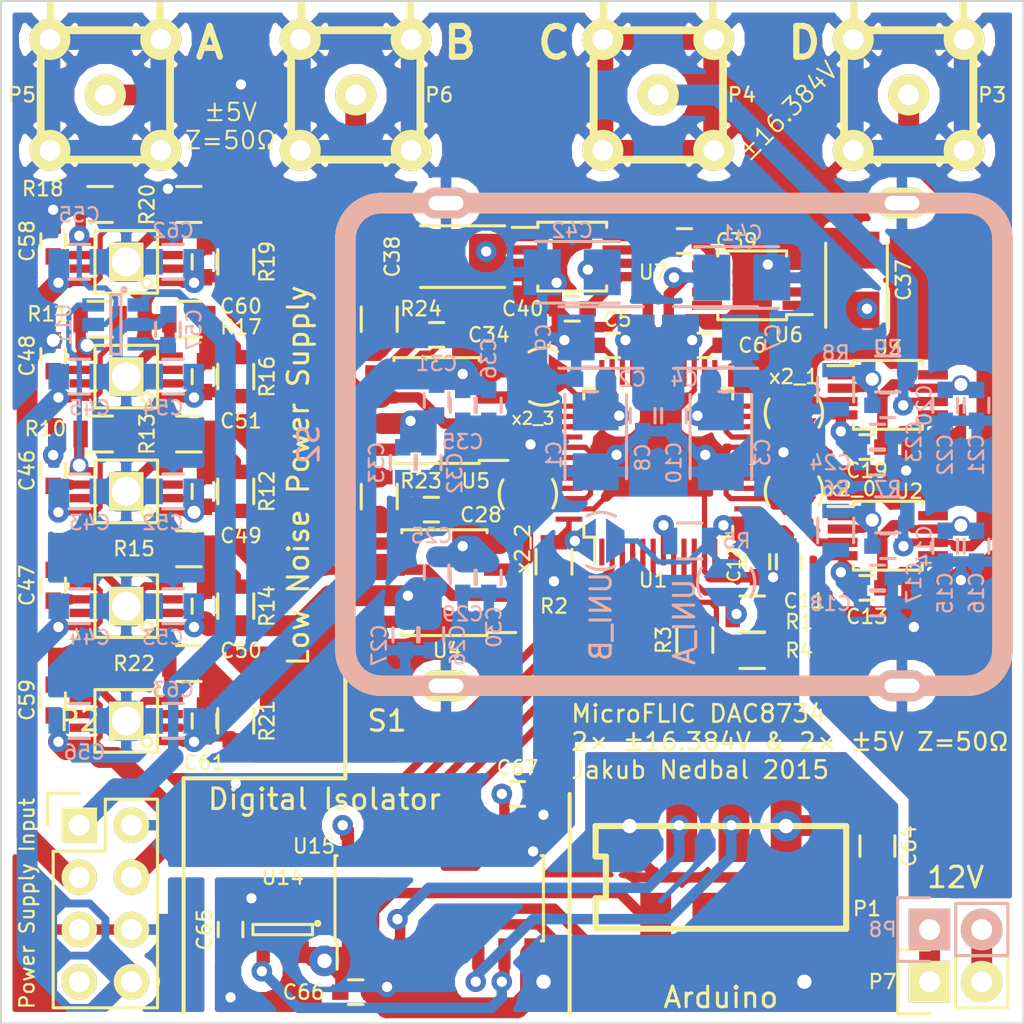
<source format=kicad_pcb>
(kicad_pcb (version 4) (host pcbnew "(2015-03-02 BZR 5466)-product")
  (layers (0 F.Cu signal hide) (1 In1.Cu signal hide) (2 In2.Cu signal hide) (31 B.Cu signal hide) (34 B.Paste user) (35 F.Paste user) (36 B.SilkS user hide) (37 F.SilkS user) (38 B.Mask user) (39 F.Mask user) (44 Edge.Cuts user))
  (net 0 "")
  (net 1 VDD)
  (net 2 GNDA)
  (net 3 VSS)
  (net 4 +5VD)
  (net 5 /highVoltageAmp/VOUT-A)
  (net 6 /highVoltageAmp/INV-0)
  (net 7 /highVoltageAmp/VOUT-B)
  (net 8 /highVoltageAmp/INV-1)
  (net 9 +6V)
  (net 10 -6V)
  (net 11 VCC)
  (net 12 /reference_1_0/TRIM4)
  (net 13 /reference_1_0/TRIM5)
  (net 14 /reference_1_0/4.096V)
  (net 15 /reference_1_0/5.000V)
  (net 16 /powerSupply_1_0/+19V)
  (net 17 /powerSupply_1_0/NRVDD)
  (net 18 /powerSupply_1_0/NR+6)
  (net 19 /powerSupply_1_0/NRREF)
  (net 20 /powerSupply_1_0/FBVDD)
  (net 21 /powerSupply_1_0/FB+6)
  (net 22 /powerSupply_1_0/FBREF)
  (net 23 /powerSupply_1_0/-19V)
  (net 24 /powerSupply_1_0/NRVSS)
  (net 25 /powerSupply_1_0/NR-6)
  (net 26 /powerSupply_1_0/FBVSS)
  (net 27 /powerSupply_1_0/FB-6)
  (net 28 /digitalIsolation_1_0/A_IOREF)
  (net 29 /digitalIsolation_1_0/A_GND)
  (net 30 "Net-(JP1-Pad1)")
  (net 31 "Net-(JP2-Pad1)")
  (net 32 /highVoltageAmp/VOUT-0)
  (net 33 "Net-(JP3-Pad1)")
  (net 34 /highVoltageAmp/VOUT-1)
  (net 35 "Net-(JP4-Pad1)")
  (net 36 "Net-(JP5-Pad1)")
  (net 37 "Net-(JP6-Pad1)")
  (net 38 /digitalIsolation_1_0/A_~SS)
  (net 39 /digitalIsolation_1_0/A_SCLK)
  (net 40 /digitalIsolation_1_0/A_SDI)
  (net 41 /digitalIsolation_1_0/A_SDO)
  (net 42 /digitalIsolation_1_0/A_~LDAC)
  (net 43 "Net-(R3-Pad1)")
  (net 44 "Net-(R4-Pad1)")
  (net 45 "Net-(R5-Pad1)")
  (net 46 /powerSupply_1_0/EN_VDD)
  (net 47 /powerSupply_1_0/EN_REF)
  (net 48 /powerSupply_1_0/EN_VSS)
  (net 49 /digitalIsolation_1_0/~SS)
  (net 50 /digitalIsolation_1_0/SCLK)
  (net 51 /digitalIsolation_1_0/SDI)
  (net 52 /digitalIsolation_1_0/SDO)
  (net 53 /digitalIsolation_1_0/~LDAC)
  (net 54 "Net-(U1-Pad34)")
  (net 55 "Net-(U4-Pad1)")
  (net 56 /highCurrentAmp/VOUT-C)
  (net 57 /highCurrentAmp/VOUT-2)
  (net 58 "Net-(U4-Pad8)")
  (net 59 "Net-(U5-Pad1)")
  (net 60 /highCurrentAmp/VOUT-D)
  (net 61 /highCurrentAmp/VOUT-3)
  (net 62 "Net-(U5-Pad8)")
  (net 63 "Net-(U6-Pad1)")
  (net 64 "Net-(U6-Pad3)")
  (net 65 "Net-(U6-Pad7)")
  (net 66 "Net-(U6-Pad8)")
  (net 67 "Net-(U7-Pad1)")
  (net 68 "Net-(U7-Pad3)")
  (net 69 "Net-(U7-Pad7)")
  (net 70 "Net-(U7-Pad8)")
  (net 71 "Net-(U8-Pad3)")
  (net 72 "Net-(U8-Pad7)")
  (net 73 "Net-(U9-Pad3)")
  (net 74 "Net-(U9-Pad7)")
  (net 75 "Net-(U10-Pad3)")
  (net 76 "Net-(U10-Pad7)")
  (net 77 "Net-(U12-Pad3)")
  (net 78 "Net-(U12-Pad7)")
  (net 79 "Net-(U13-Pad3)")
  (net 80 "Net-(U13-Pad7)")
  (net 81 "Net-(U14-Pad4)")
  (net 82 "Net-(C57-Pad1)")
  (net 83 /P12V)
  (net 84 /PGND)
  (net 85 /highCurrentAmp/CMP2)
  (net 86 /highCurrentAmp/CMP1)
  (net 87 /powerSupply_1_0/+7.5V)
  (net 88 /powerSupply_1_0/-7.5V)
  (net 89 /highCurrentAmp/INV-2)
  (net 90 /highCurrentAmp/INV-3)
  (module jakub:7-188275-8 (layer F.Cu) (at 135.128 142.748)
    (fp_text reference P1 (at 7.112 1.524 180) (layer F.SilkS) (effects (font (size 0.7 0.7) (thickness 0.11))))
    (fp_text value CONN_02X04 hide)
    (pad 1 smd rect (at -4.445 -2.5) (size 1.5 3.5) (layers F.Cu F.Paste F.Mask) (net 29 /digitalIsolation_1_0/A_GND))
    (pad 2 smd rect (at -3.175 2.5) (size 1.5 3.5) (layers F.Cu F.Paste F.Mask) (net 38 /digitalIsolation_1_0/A_~SS))
    (pad 3 smd rect (at -1.905 -2.5) (size 1.5 3.5) (layers F.Cu F.Paste F.Mask) (net 39 /digitalIsolation_1_0/A_SCLK))
    (pad 4 smd rect (at -0.635 2.5) (size 1.5 3.5) (layers F.Cu F.Paste F.Mask) (net 40 /digitalIsolation_1_0/A_SDI))
    (pad 5 smd rect (at 0.635 -2.5) (size 1.5 3.5) (layers F.Cu F.Paste F.Mask) (net 41 /digitalIsolation_1_0/A_SDO))
    (pad 6 smd rect (at 1.905 2.5) (size 1.5 3.5) (layers F.Cu F.Paste F.Mask) (net 42 /digitalIsolation_1_0/A_~LDAC))
    (pad 7 smd rect (at 3.175 -2.5) (size 1.5 3.5) (layers F.Cu F.Paste F.Mask) (net 28 /digitalIsolation_1_0/A_IOREF))
    (pad 8 smd rect (at 4.445 2.5) (size 1.5 3.5) (layers F.Cu F.Paste F.Mask) (net 29 /digitalIsolation_1_0/A_GND))
  )
  (module Housings_SOT-23_SOT-143_TSOT-6:SOT-23-6 (layer B.Cu) (at 105.664 115.824 180)
    (fp_text reference U11 (at 2.54 0 270) (layer B.SilkS) (effects (font (size 0.7 0.7) (thickness 0.11)) (justify mirror)))
    (fp_text value LM3880 hide)
    (pad 1 smd rect (at -1.1 0.95 180) (size 1.06 0.65) (layers B.Cu B.Paste B.Mask) (net 4 +5VD))
    (pad 2 smd rect (at -1.1 0 180) (size 1.06 0.65) (layers B.Cu B.Paste B.Mask) (net 2 GNDA))
    (pad 3 smd rect (at -1.1 -0.95 180) (size 1.06 0.65) (layers B.Cu B.Paste B.Mask) (net 82 "Net-(C57-Pad1)"))
    (pad 4 smd rect (at 1.1 -0.95 180) (size 1.06 0.65) (layers B.Cu B.Paste B.Mask) (net 47 /powerSupply_1_0/EN_REF))
    (pad 6 smd rect (at 1.1 0.95 180) (size 1.06 0.65) (layers B.Cu B.Paste B.Mask) (net 46 /powerSupply_1_0/EN_VDD))
    (pad 5 smd rect (at 1.1 0 180) (size 1.06 0.65) (layers B.Cu B.Paste B.Mask) (net 48 /powerSupply_1_0/EN_VSS))
  )
  (module Capacitors_SMD:C_0805 (layer B.Cu) (at 103.886 123.952)
    (fp_text reference C43 (at 0.508 1.524 180) (layer B.SilkS) (effects (font (size 0.7 0.7) (thickness 0.11)) (justify mirror)))
    (fp_text value 4u7 hide)
    (pad 1 smd rect (at -1 0) (size 1 1.25) (layers B.Cu B.Paste B.Mask) (net 16 /powerSupply_1_0/+19V))
    (pad 2 smd rect (at 1 0) (size 1 1.25) (layers B.Cu B.Paste B.Mask) (net 2 GNDA))
  )
  (module Capacitors_SMD:C_0805 (layer B.Cu) (at 103.886 129.54)
    (fp_text reference C44 (at 0.508 1.524) (layer B.SilkS) (effects (font (size 0.7 0.7) (thickness 0.11)) (justify mirror)))
    (fp_text value 10u hide)
    (pad 1 smd rect (at -1 0) (size 1 1.25) (layers B.Cu B.Paste B.Mask) (net 87 /powerSupply_1_0/+7.5V))
    (pad 2 smd rect (at 1 0) (size 1 1.25) (layers B.Cu B.Paste B.Mask) (net 2 GNDA))
  )
  (module Capacitors_SMD:C_0805 (layer B.Cu) (at 103.886 118.364)
    (fp_text reference C45 (at 0.508 1.524) (layer B.SilkS) (effects (font (size 0.7 0.7) (thickness 0.11)) (justify mirror)))
    (fp_text value 10u hide)
    (pad 1 smd rect (at -1 0) (size 1 1.25) (layers B.Cu B.Paste B.Mask) (net 87 /powerSupply_1_0/+7.5V))
    (pad 2 smd rect (at 1 0) (size 1 1.25) (layers B.Cu B.Paste B.Mask) (net 2 GNDA))
  )
  (module Capacitors_SMD:C_0805 (layer B.Cu) (at 108.458 123.952 180)
    (fp_text reference C52 (at 0.508 -1.524 180) (layer B.SilkS) (effects (font (size 0.7 0.7) (thickness 0.11)) (justify mirror)))
    (fp_text value 4u7 hide)
    (pad 1 smd rect (at -1 0 180) (size 1 1.25) (layers B.Cu B.Paste B.Mask) (net 1 VDD))
    (pad 2 smd rect (at 1 0 180) (size 1 1.25) (layers B.Cu B.Paste B.Mask) (net 2 GNDA))
  )
  (module Capacitors_SMD:C_0805 (layer B.Cu) (at 108.458 129.54 180)
    (fp_text reference C53 (at 0.508 -1.524 180) (layer B.SilkS) (effects (font (size 0.7 0.7) (thickness 0.1)) (justify mirror)))
    (fp_text value 10u hide)
    (pad 1 smd rect (at -1 0 180) (size 1 1.25) (layers B.Cu B.Paste B.Mask) (net 9 +6V))
    (pad 2 smd rect (at 1 0 180) (size 1 1.25) (layers B.Cu B.Paste B.Mask) (net 2 GNDA))
  )
  (module Capacitors_SMD:C_0805 (layer B.Cu) (at 108.458 118.364 180)
    (fp_text reference C54 (at 0.508 -1.524 180) (layer B.SilkS) (effects (font (size 0.7 0.7) (thickness 0.11)) (justify mirror)))
    (fp_text value 10u hide)
    (pad 1 smd rect (at -1 0 180) (size 1 1.25) (layers B.Cu B.Paste B.Mask) (net 11 VCC))
    (pad 2 smd rect (at 1 0 180) (size 1 1.25) (layers B.Cu B.Paste B.Mask) (net 2 GNDA))
  )
  (module Capacitors_SMD:C_0805 (layer B.Cu) (at 103.886 112.776)
    (fp_text reference C55 (at 0 -2.286) (layer B.SilkS) (effects (font (size 0.7 0.7) (thickness 0.11)) (justify mirror)))
    (fp_text value 4u7 hide)
    (pad 1 smd rect (at -1 0) (size 1 1.25) (layers B.Cu B.Paste B.Mask) (net 23 /powerSupply_1_0/-19V))
    (pad 2 smd rect (at 1 0) (size 1 1.25) (layers B.Cu B.Paste B.Mask) (net 2 GNDA))
  )
  (module Capacitors_SMD:C_0805 (layer B.Cu) (at 103.886 135.128)
    (fp_text reference C56 (at 0.254 1.524) (layer B.SilkS) (effects (font (size 0.7 0.7) (thickness 0.11)) (justify mirror)))
    (fp_text value 10u hide)
    (pad 1 smd rect (at -1 0) (size 1 1.25) (layers B.Cu B.Paste B.Mask) (net 88 /powerSupply_1_0/-7.5V))
    (pad 2 smd rect (at 1 0) (size 1 1.25) (layers B.Cu B.Paste B.Mask) (net 2 GNDA))
  )
  (module Capacitors_SMD:C_0805 (layer B.Cu) (at 108.458 112.776 180)
    (fp_text reference C62 (at 0 1.524 180) (layer B.SilkS) (effects (font (size 0.7 0.7) (thickness 0.11)) (justify mirror)))
    (fp_text value 4u7 hide)
    (pad 1 smd rect (at -1 0 180) (size 1 1.25) (layers B.Cu B.Paste B.Mask) (net 3 VSS))
    (pad 2 smd rect (at 1 0 180) (size 1 1.25) (layers B.Cu B.Paste B.Mask) (net 2 GNDA))
  )
  (module Capacitors_SMD:C_0805 (layer B.Cu) (at 108.458 135.128 180)
    (fp_text reference C63 (at 0 1.524 180) (layer B.SilkS) (effects (font (size 0.7 0.7) (thickness 0.11)) (justify mirror)))
    (fp_text value 10u hide)
    (pad 1 smd rect (at -1 0 180) (size 1 1.25) (layers B.Cu B.Paste B.Mask) (net 10 -6V))
    (pad 2 smd rect (at 1 0 180) (size 1 1.25) (layers B.Cu B.Paste B.Mask) (net 2 GNDA))
  )
  (module Capacitors_SMD:C_0805 (layer F.Cu) (at 142.748 141.224 270)
    (fp_text reference C64 (at 0 -1.524 270) (layer F.SilkS) (effects (font (size 0.7 0.7) (thickness 0.11))))
    (fp_text value 10u hide)
    (pad 1 smd rect (at -1 0 270) (size 1 1.25) (layers F.Cu F.Paste F.Mask) (net 28 /digitalIsolation_1_0/A_IOREF))
    (pad 2 smd rect (at 1 0 270) (size 1 1.25) (layers F.Cu F.Paste F.Mask) (net 29 /digitalIsolation_1_0/A_GND))
  )
  (module Resistors_SMD:R_0805 (layer F.Cu) (at 136.652 129.921)
    (fp_text reference R1 (at 2.286 0.381) (layer F.SilkS) (effects (font (size 0.7 0.7) (thickness 0.11))))
    (fp_text value 10k hide)
    (pad 1 smd rect (at -0.95 0) (size 0.7 1.3) (layers F.Cu F.Paste F.Mask) (net 30 "Net-(JP1-Pad1)"))
    (pad 2 smd rect (at 0.95 0) (size 0.7 1.3) (layers F.Cu F.Paste F.Mask) (net 2 GNDA))
  )
  (module Resistors_SMD:R_0805 (layer F.Cu) (at 127 127.381 270)
    (fp_text reference R2 (at 2.159 0 360) (layer F.SilkS) (effects (font (size 0.7 0.7) (thickness 0.11))))
    (fp_text value 10k hide)
    (pad 1 smd rect (at -0.95 0 270) (size 0.7 1.3) (layers F.Cu F.Paste F.Mask) (net 31 "Net-(JP2-Pad1)"))
    (pad 2 smd rect (at 0.95 0 270) (size 0.7 1.3) (layers F.Cu F.Paste F.Mask) (net 2 GNDA))
  )
  (module Resistors_SMD:R_0805 (layer F.Cu) (at 133.858 131.191 270)
    (fp_text reference R3 (at 0 1.524 270) (layer F.SilkS) (effects (font (size 0.7 0.7) (thickness 0.11))))
    (fp_text value 10k hide)
    (pad 1 smd rect (at -0.95 0 270) (size 0.7 1.3) (layers F.Cu F.Paste F.Mask) (net 43 "Net-(R3-Pad1)"))
    (pad 2 smd rect (at 0.95 0 270) (size 0.7 1.3) (layers F.Cu F.Paste F.Mask) (net 2 GNDA))
  )
  (module Resistors_SMD:R_0805 (layer F.Cu) (at 136.652 131.699)
    (fp_text reference R4 (at 2.286 0) (layer F.SilkS) (effects (font (size 0.7 0.7) (thickness 0.11))))
    (fp_text value 10k hide)
    (pad 1 smd rect (at -0.95 0) (size 0.7 1.3) (layers F.Cu F.Paste F.Mask) (net 44 "Net-(R4-Pad1)"))
    (pad 2 smd rect (at 0.95 0) (size 0.7 1.3) (layers F.Cu F.Paste F.Mask) (net 2 GNDA))
  )
  (module Resistors_SMD:R_0805 (layer B.Cu) (at 133.604 126.365)
    (fp_text reference R5 (at 2.286 0) (layer B.SilkS) (effects (font (size 0.7 0.7) (thickness 0.11)) (justify mirror)))
    (fp_text value 10k hide)
    (pad 1 smd rect (at -0.95 0) (size 0.7 1.3) (layers B.Cu B.Paste B.Mask) (net 45 "Net-(R5-Pad1)"))
    (pad 2 smd rect (at 0.95 0) (size 0.7 1.3) (layers B.Cu B.Paste B.Mask) (net 4 +5VD))
  )
  (module Resistors_SMD:R_0805 (layer B.Cu) (at 140.716 125.857 90)
    (fp_text reference R6 (at 2.032 0 180) (layer B.SilkS) (effects (font (size 0.7 0.7) (thickness 0.11)) (justify mirror)))
    (fp_text value 1k hide)
    (pad 1 smd rect (at -0.95 0 90) (size 0.7 1.3) (layers B.Cu B.Paste B.Mask) (net 2 GNDA))
    (pad 2 smd rect (at 0.95 0 90) (size 0.7 1.3) (layers B.Cu B.Paste B.Mask) (net 6 /highVoltageAmp/INV-0))
  )
  (module Resistors_SMD:R_0805 (layer B.Cu) (at 143.256 125.095 180)
    (fp_text reference R7 (at 0 1.27 180) (layer B.SilkS) (effects (font (size 0.7 0.7) (thickness 0.11)) (justify mirror)))
    (fp_text value 1k hide)
    (pad 1 smd rect (at -0.95 0 180) (size 0.7 1.3) (layers B.Cu B.Paste B.Mask) (net 5 /highVoltageAmp/VOUT-A))
    (pad 2 smd rect (at 0.95 0 180) (size 0.7 1.3) (layers B.Cu B.Paste B.Mask) (net 6 /highVoltageAmp/INV-0))
  )
  (module Resistors_SMD:R_0805 (layer B.Cu) (at 140.716 118.999 90)
    (fp_text reference R8 (at 1.778 0 180) (layer B.SilkS) (effects (font (size 0.7 0.7) (thickness 0.11)) (justify mirror)))
    (fp_text value 1k hide)
    (pad 1 smd rect (at -0.95 0 90) (size 0.7 1.3) (layers B.Cu B.Paste B.Mask) (net 2 GNDA))
    (pad 2 smd rect (at 0.95 0 90) (size 0.7 1.3) (layers B.Cu B.Paste B.Mask) (net 8 /highVoltageAmp/INV-1))
  )
  (module Resistors_SMD:R_0805 (layer B.Cu) (at 143.256 118.237 180)
    (fp_text reference R9 (at 0 1.27 180) (layer B.SilkS) (effects (font (size 0.7 0.7) (thickness 0.11)) (justify mirror)))
    (fp_text value 1k hide)
    (pad 1 smd rect (at -0.95 0 180) (size 0.7 1.3) (layers B.Cu B.Paste B.Mask) (net 7 /highVoltageAmp/VOUT-B))
    (pad 2 smd rect (at 0.95 0 180) (size 0.7 1.3) (layers B.Cu B.Paste B.Mask) (net 8 /highVoltageAmp/INV-1))
  )
  (module Resistors_SMD:R_0805 (layer F.Cu) (at 104.902 121.158 180)
    (fp_text reference R10 (at 2.667 0.254 360) (layer F.SilkS) (effects (font (size 0.7 0.7) (thickness 0.11))))
    (fp_text value 12k hide)
    (pad 1 smd rect (at -0.95 0 180) (size 0.7 1.3) (layers F.Cu F.Paste F.Mask) (net 16 /powerSupply_1_0/+19V))
    (pad 2 smd rect (at 0.95 0 180) (size 0.7 1.3) (layers F.Cu F.Paste F.Mask) (net 46 /powerSupply_1_0/EN_VDD))
  )
  (module Resistors_SMD:R_0805 (layer F.Cu) (at 104.902 115.57 180)
    (fp_text reference R11 (at 2.54 0.254 360) (layer F.SilkS) (effects (font (size 0.7 0.7) (thickness 0.11))))
    (fp_text value 12k hide)
    (pad 1 smd rect (at -0.95 0 180) (size 0.7 1.3) (layers F.Cu F.Paste F.Mask) (net 87 /powerSupply_1_0/+7.5V))
    (pad 2 smd rect (at 0.95 0 180) (size 0.7 1.3) (layers F.Cu F.Paste F.Mask) (net 47 /powerSupply_1_0/EN_REF))
  )
  (module Resistors_SMD:R_0805 (layer F.Cu) (at 111.506 123.952 90)
    (fp_text reference R12 (at 0 1.524 90) (layer F.SilkS) (effects (font (size 0.7 0.7) (thickness 0.11))))
    (fp_text value 165k hide)
    (pad 1 smd rect (at -0.95 0 90) (size 0.7 1.3) (layers F.Cu F.Paste F.Mask) (net 1 VDD))
    (pad 2 smd rect (at 0.95 0 90) (size 0.7 1.3) (layers F.Cu F.Paste F.Mask) (net 20 /powerSupply_1_0/FBVDD))
  )
  (module Resistors_SMD:R_0805 (layer F.Cu) (at 109.22 121.158 180)
    (fp_text reference R13 (at 2.032 0 270) (layer F.SilkS) (effects (font (size 0.7 0.7) (thickness 0.11))))
    (fp_text value 12k hide)
    (pad 1 smd rect (at -0.95 0 180) (size 0.7 1.3) (layers F.Cu F.Paste F.Mask) (net 20 /powerSupply_1_0/FBVDD))
    (pad 2 smd rect (at 0.95 0 180) (size 0.7 1.3) (layers F.Cu F.Paste F.Mask) (net 2 GNDA))
  )
  (module Resistors_SMD:R_0805 (layer F.Cu) (at 111.506 129.54 90)
    (fp_text reference R14 (at 0 1.524 90) (layer F.SilkS) (effects (font (size 0.7 0.7) (thickness 0.11))))
    (fp_text value 48k7 hide)
    (pad 1 smd rect (at -0.95 0 90) (size 0.7 1.3) (layers F.Cu F.Paste F.Mask) (net 9 +6V))
    (pad 2 smd rect (at 0.95 0 90) (size 0.7 1.3) (layers F.Cu F.Paste F.Mask) (net 21 /powerSupply_1_0/FB+6))
  )
  (module Resistors_SMD:R_0805 (layer F.Cu) (at 109.22 126.746 180)
    (fp_text reference R15 (at 2.667 0 180) (layer F.SilkS) (effects (font (size 0.7 0.7) (thickness 0.11))))
    (fp_text value 12k)
    (pad 1 smd rect (at -0.95 0 180) (size 0.7 1.3) (layers F.Cu F.Paste F.Mask) (net 21 /powerSupply_1_0/FB+6))
    (pad 2 smd rect (at 0.95 0 180) (size 0.7 1.3) (layers F.Cu F.Paste F.Mask) (net 2 GNDA))
  )
  (module Resistors_SMD:R_0805 (layer F.Cu) (at 111.506 118.364 90)
    (fp_text reference R16 (at 0 1.524 90) (layer F.SilkS) (effects (font (size 0.7 0.7) (thickness 0.11))))
    (fp_text value 48.7k hide)
    (pad 1 smd rect (at -0.95 0 90) (size 0.7 1.3) (layers F.Cu F.Paste F.Mask) (net 11 VCC))
    (pad 2 smd rect (at 0.95 0 90) (size 0.7 1.3) (layers F.Cu F.Paste F.Mask) (net 22 /powerSupply_1_0/FBREF))
  )
  (module Resistors_SMD:R_0805 (layer F.Cu) (at 109.22 115.57 180)
    (fp_text reference R17 (at -2.54 -0.381 180) (layer F.SilkS) (effects (font (size 0.7 0.7) (thickness 0.11))))
    (fp_text value 12k hide)
    (pad 1 smd rect (at -0.95 0 180) (size 0.7 1.3) (layers F.Cu F.Paste F.Mask) (net 22 /powerSupply_1_0/FBREF))
    (pad 2 smd rect (at 0.95 0 180) (size 0.7 1.3) (layers F.Cu F.Paste F.Mask) (net 2 GNDA))
  )
  (module Resistors_SMD:R_0805 (layer F.Cu) (at 104.902 109.982 180)
    (fp_text reference R18 (at 2.794 0.762 360) (layer F.SilkS) (effects (font (size 0.7 0.7) (thickness 0.11))))
    (fp_text value 12k hide)
    (pad 1 smd rect (at -0.95 0 180) (size 0.7 1.3) (layers F.Cu F.Paste F.Mask) (net 23 /powerSupply_1_0/-19V))
    (pad 2 smd rect (at 0.95 0 180) (size 0.7 1.3) (layers F.Cu F.Paste F.Mask) (net 48 /powerSupply_1_0/EN_VSS))
  )
  (module Resistors_SMD:R_0805 (layer F.Cu) (at 111.506 112.776 90)
    (fp_text reference R19 (at 0 1.524 270) (layer F.SilkS) (effects (font (size 0.7 0.7) (thickness 0.11))))
    (fp_text value 165k hide)
    (pad 1 smd rect (at -0.95 0 90) (size 0.7 1.3) (layers F.Cu F.Paste F.Mask) (net 3 VSS))
    (pad 2 smd rect (at 0.95 0 90) (size 0.7 1.3) (layers F.Cu F.Paste F.Mask) (net 26 /powerSupply_1_0/FBVSS))
  )
  (module Resistors_SMD:R_0805 (layer F.Cu) (at 109.22 109.982 180)
    (fp_text reference R20 (at 2.032 0 270) (layer F.SilkS) (effects (font (size 0.7 0.7) (thickness 0.11))))
    (fp_text value 12k hide)
    (pad 1 smd rect (at -0.95 0 180) (size 0.7 1.3) (layers F.Cu F.Paste F.Mask) (net 26 /powerSupply_1_0/FBVSS))
    (pad 2 smd rect (at 0.95 0 180) (size 0.7 1.3) (layers F.Cu F.Paste F.Mask) (net 2 GNDA))
  )
  (module Resistors_SMD:R_0805 (layer F.Cu) (at 111.506 135.128 90)
    (fp_text reference R21 (at 0 1.524 90) (layer F.SilkS) (effects (font (size 0.7 0.7) (thickness 0.11))))
    (fp_text value 48k7 hide)
    (pad 1 smd rect (at -0.95 0 90) (size 0.7 1.3) (layers F.Cu F.Paste F.Mask) (net 10 -6V))
    (pad 2 smd rect (at 0.95 0 90) (size 0.7 1.3) (layers F.Cu F.Paste F.Mask) (net 27 /powerSupply_1_0/FB-6))
  )
  (module Resistors_SMD:R_0805 (layer F.Cu) (at 109.22 132.334 180)
    (fp_text reference R22 (at 2.667 0 180) (layer F.SilkS) (effects (font (size 0.7 0.7) (thickness 0.11))))
    (fp_text value 12k hide)
    (pad 1 smd rect (at -0.95 0 180) (size 0.7 1.3) (layers F.Cu F.Paste F.Mask) (net 27 /powerSupply_1_0/FB-6))
    (pad 2 smd rect (at 0.95 0 180) (size 0.7 1.3) (layers F.Cu F.Paste F.Mask) (net 2 GNDA))
  )
  (module Housings_QFP:TQFP-48_7x7mm_Pitch0.5mm (layer F.Cu) (at 132.08 122.555 90)
    (fp_text reference U1 (at -5.715 -0.254 180) (layer F.SilkS) (effects (font (size 0.7 0.7) (thickness 0.11))))
    (fp_text value DAC8734 hide)
    (pad 1 smd rect (at -4.35 -2.75 90) (size 1.3 0.25) (layers F.Cu F.Paste F.Mask))
    (pad 2 smd rect (at -4.35 -2.25 90) (size 1.3 0.25) (layers F.Cu F.Paste F.Mask) (net 49 /digitalIsolation_1_0/~SS))
    (pad 3 smd rect (at -4.35 -1.75 90) (size 1.3 0.25) (layers F.Cu F.Paste F.Mask) (net 50 /digitalIsolation_1_0/SCLK))
    (pad 4 smd rect (at -4.35 -1.25 90) (size 1.3 0.25) (layers F.Cu F.Paste F.Mask) (net 51 /digitalIsolation_1_0/SDI))
    (pad 5 smd rect (at -4.35 -0.75 90) (size 1.3 0.25) (layers F.Cu F.Paste F.Mask) (net 52 /digitalIsolation_1_0/SDO))
    (pad 6 smd rect (at -4.35 -0.25 90) (size 1.3 0.25) (layers F.Cu F.Paste F.Mask) (net 53 /digitalIsolation_1_0/~LDAC))
    (pad 7 smd rect (at -4.35 0.25 90) (size 1.3 0.25) (layers F.Cu F.Paste F.Mask) (net 45 "Net-(R5-Pad1)"))
    (pad 8 smd rect (at -4.35 0.75 90) (size 1.3 0.25) (layers F.Cu F.Paste F.Mask) (net 43 "Net-(R3-Pad1)"))
    (pad 9 smd rect (at -4.35 1.25 90) (size 1.3 0.25) (layers F.Cu F.Paste F.Mask) (net 44 "Net-(R4-Pad1)"))
    (pad 10 smd rect (at -4.35 1.75 90) (size 1.3 0.25) (layers F.Cu F.Paste F.Mask) (net 30 "Net-(JP1-Pad1)"))
    (pad 11 smd rect (at -4.35 2.25 90) (size 1.3 0.25) (layers F.Cu F.Paste F.Mask) (net 2 GNDA))
    (pad 12 smd rect (at -4.35 2.75 90) (size 1.3 0.25) (layers F.Cu F.Paste F.Mask))
    (pad 13 smd rect (at -2.75 4.35 180) (size 1.3 0.25) (layers F.Cu F.Paste F.Mask) (net 4 +5VD))
    (pad 14 smd rect (at -2.25 4.35 180) (size 1.3 0.25) (layers F.Cu F.Paste F.Mask) (net 4 +5VD))
    (pad 15 smd rect (at -1.75 4.35 180) (size 1.3 0.25) (layers F.Cu F.Paste F.Mask) (net 32 /highVoltageAmp/VOUT-0))
    (pad 16 smd rect (at -1.25 4.35 180) (size 1.3 0.25) (layers F.Cu F.Paste F.Mask) (net 33 "Net-(JP3-Pad1)"))
    (pad 17 smd rect (at -0.75 4.35 180) (size 1.3 0.25) (layers F.Cu F.Paste F.Mask) (net 32 /highVoltageAmp/VOUT-0))
    (pad 18 smd rect (at -0.25 4.35 180) (size 1.3 0.25) (layers F.Cu F.Paste F.Mask) (net 2 GNDA))
    (pad 19 smd rect (at 0.25 4.35 180) (size 1.3 0.25) (layers F.Cu F.Paste F.Mask))
    (pad 20 smd rect (at 0.75 4.35 180) (size 1.3 0.25) (layers F.Cu F.Paste F.Mask) (net 2 GNDA))
    (pad 21 smd rect (at 1.25 4.35 180) (size 1.3 0.25) (layers F.Cu F.Paste F.Mask) (net 34 /highVoltageAmp/VOUT-1))
    (pad 22 smd rect (at 1.75 4.35 180) (size 1.3 0.25) (layers F.Cu F.Paste F.Mask) (net 35 "Net-(JP4-Pad1)"))
    (pad 23 smd rect (at 2.25 4.35 180) (size 1.3 0.25) (layers F.Cu F.Paste F.Mask) (net 34 /highVoltageAmp/VOUT-1))
    (pad 24 smd rect (at 2.75 4.35 180) (size 1.3 0.25) (layers F.Cu F.Paste F.Mask))
    (pad 25 smd rect (at 4.35 2.75 90) (size 1.3 0.25) (layers F.Cu F.Paste F.Mask))
    (pad 26 smd rect (at 4.35 2.25 90) (size 1.3 0.25) (layers F.Cu F.Paste F.Mask) (net 1 VDD))
    (pad 27 smd rect (at 4.35 1.75 90) (size 1.3 0.25) (layers F.Cu F.Paste F.Mask) (net 2 GNDA))
    (pad 28 smd rect (at 4.35 1.25 90) (size 1.3 0.25) (layers F.Cu F.Paste F.Mask) (net 3 VSS))
    (pad 29 smd rect (at 4.35 0.75 90) (size 1.3 0.25) (layers F.Cu F.Paste F.Mask) (net 2 GNDA))
    (pad 30 smd rect (at 4.35 0.25 90) (size 1.3 0.25) (layers F.Cu F.Paste F.Mask) (net 14 /reference_1_0/4.096V))
    (pad 31 smd rect (at 4.35 -0.25 90) (size 1.3 0.25) (layers F.Cu F.Paste F.Mask) (net 15 /reference_1_0/5.000V))
    (pad 32 smd rect (at 4.35 -0.75 90) (size 1.3 0.25) (layers F.Cu F.Paste F.Mask) (net 2 GNDA))
    (pad 33 smd rect (at 4.35 -1.25 90) (size 1.3 0.25) (layers F.Cu F.Paste F.Mask) (net 3 VSS))
    (pad 34 smd rect (at 4.35 -1.75 90) (size 1.3 0.25) (layers F.Cu F.Paste F.Mask) (net 54 "Net-(U1-Pad34)"))
    (pad 35 smd rect (at 4.35 -2.25 90) (size 1.3 0.25) (layers F.Cu F.Paste F.Mask) (net 1 VDD))
    (pad 36 smd rect (at 4.35 -2.75 90) (size 1.3 0.25) (layers F.Cu F.Paste F.Mask))
    (pad 37 smd rect (at 2.75 -4.35 180) (size 1.3 0.25) (layers F.Cu F.Paste F.Mask))
    (pad 38 smd rect (at 2.25 -4.35 180) (size 1.3 0.25) (layers F.Cu F.Paste F.Mask) (net 61 /highCurrentAmp/VOUT-3))
    (pad 39 smd rect (at 1.75 -4.35 180) (size 1.3 0.25) (layers F.Cu F.Paste F.Mask) (net 37 "Net-(JP6-Pad1)"))
    (pad 40 smd rect (at 1.25 -4.35 180) (size 1.3 0.25) (layers F.Cu F.Paste F.Mask) (net 61 /highCurrentAmp/VOUT-3))
    (pad 41 smd rect (at 0.75 -4.35 180) (size 1.3 0.25) (layers F.Cu F.Paste F.Mask) (net 2 GNDA))
    (pad 42 smd rect (at 0.25 -4.35 180) (size 1.3 0.25) (layers F.Cu F.Paste F.Mask))
    (pad 43 smd rect (at -0.25 -4.35 180) (size 1.3 0.25) (layers F.Cu F.Paste F.Mask) (net 2 GNDA))
    (pad 44 smd rect (at -0.75 -4.35 180) (size 1.3 0.25) (layers F.Cu F.Paste F.Mask) (net 57 /highCurrentAmp/VOUT-2))
    (pad 45 smd rect (at -1.25 -4.35 180) (size 1.3 0.25) (layers F.Cu F.Paste F.Mask) (net 36 "Net-(JP5-Pad1)"))
    (pad 46 smd rect (at -1.75 -4.35 180) (size 1.3 0.25) (layers F.Cu F.Paste F.Mask) (net 57 /highCurrentAmp/VOUT-2))
    (pad 47 smd rect (at -2.25 -4.35 180) (size 1.3 0.25) (layers F.Cu F.Paste F.Mask) (net 2 GNDA))
    (pad 48 smd rect (at -2.75 -4.35 180) (size 1.3 0.25) (layers F.Cu F.Paste F.Mask) (net 31 "Net-(JP2-Pad1)"))
  )
  (module Housings_SSOP:MSOP-8_3x3mm_Pitch0.65mm (layer F.Cu) (at 143.256 126.111)
    (fp_text reference U2 (at 1.016 -2.159) (layer F.SilkS) (effects (font (size 0.7 0.7) (thickness 0.11))))
    (fp_text value OPA211 hide)
    (pad 1 smd rect (at -2.2 -0.975) (size 1.45 0.45) (layers F.Cu F.Paste F.Mask))
    (pad 2 smd rect (at -2.2 -0.325) (size 1.45 0.45) (layers F.Cu F.Paste F.Mask) (net 6 /highVoltageAmp/INV-0))
    (pad 3 smd rect (at -2.2 0.325) (size 1.45 0.45) (layers F.Cu F.Paste F.Mask) (net 32 /highVoltageAmp/VOUT-0))
    (pad 4 smd rect (at -2.2 0.975) (size 1.45 0.45) (layers F.Cu F.Paste F.Mask) (net 3 VSS))
    (pad 5 smd rect (at 2.2 0.975) (size 1.45 0.45) (layers F.Cu F.Paste F.Mask))
    (pad 6 smd rect (at 2.2 0.325) (size 1.45 0.45) (layers F.Cu F.Paste F.Mask) (net 5 /highVoltageAmp/VOUT-A))
    (pad 7 smd rect (at 2.2 -0.325) (size 1.45 0.45) (layers F.Cu F.Paste F.Mask) (net 1 VDD))
    (pad 8 smd rect (at 2.2 -0.975) (size 1.45 0.45) (layers F.Cu F.Paste F.Mask))
  )
  (module Housings_SSOP:MSOP-8_3x3mm_Pitch0.65mm (layer F.Cu) (at 143.256 119.253)
    (fp_text reference U3 (at 0 -2.286) (layer F.SilkS) (effects (font (size 0.7 0.7) (thickness 0.11))))
    (fp_text value OPA211 hide)
    (pad 1 smd rect (at -2.2 -0.975) (size 1.45 0.45) (layers F.Cu F.Paste F.Mask))
    (pad 2 smd rect (at -2.2 -0.325) (size 1.45 0.45) (layers F.Cu F.Paste F.Mask) (net 8 /highVoltageAmp/INV-1))
    (pad 3 smd rect (at -2.2 0.325) (size 1.45 0.45) (layers F.Cu F.Paste F.Mask) (net 34 /highVoltageAmp/VOUT-1))
    (pad 4 smd rect (at -2.2 0.975) (size 1.45 0.45) (layers F.Cu F.Paste F.Mask) (net 3 VSS))
    (pad 5 smd rect (at 2.2 0.975) (size 1.45 0.45) (layers F.Cu F.Paste F.Mask))
    (pad 6 smd rect (at 2.2 0.325) (size 1.45 0.45) (layers F.Cu F.Paste F.Mask) (net 7 /highVoltageAmp/VOUT-B))
    (pad 7 smd rect (at 2.2 -0.325) (size 1.45 0.45) (layers F.Cu F.Paste F.Mask) (net 1 VDD))
    (pad 8 smd rect (at 2.2 -0.975) (size 1.45 0.45) (layers F.Cu F.Paste F.Mask))
  )
  (module Housings_SOIC:SOIC-8_3.9x4.9mm_Pitch1.27mm (layer F.Cu) (at 121.666 128.397 180)
    (fp_text reference U4 (at -0.127 -3.302 180) (layer F.SilkS) (effects (font (size 0.7 0.7) (thickness 0.11))))
    (fp_text value AD8021 hide)
    (pad 1 smd rect (at -2.7 -1.905 180) (size 1.55 0.6) (layers F.Cu F.Paste F.Mask) (net 55 "Net-(U4-Pad1)"))
    (pad 2 smd rect (at -2.7 -0.635 180) (size 1.55 0.6) (layers F.Cu F.Paste F.Mask) (net 89 /highCurrentAmp/INV-2))
    (pad 3 smd rect (at -2.7 0.635 180) (size 1.55 0.6) (layers F.Cu F.Paste F.Mask) (net 57 /highCurrentAmp/VOUT-2))
    (pad 4 smd rect (at -2.7 1.905 180) (size 1.55 0.6) (layers F.Cu F.Paste F.Mask) (net 10 -6V))
    (pad 5 smd rect (at 2.7 1.905 180) (size 1.55 0.6) (layers F.Cu F.Paste F.Mask) (net 85 /highCurrentAmp/CMP2))
    (pad 6 smd rect (at 2.7 0.635 180) (size 1.55 0.6) (layers F.Cu F.Paste F.Mask) (net 89 /highCurrentAmp/INV-2))
    (pad 7 smd rect (at 2.7 -0.635 180) (size 1.55 0.6) (layers F.Cu F.Paste F.Mask) (net 9 +6V))
    (pad 8 smd rect (at 2.7 -1.905 180) (size 1.55 0.6) (layers F.Cu F.Paste F.Mask) (net 58 "Net-(U4-Pad8)"))
  )
  (module Housings_SOIC:SOIC-8_3.9x4.9mm_Pitch1.27mm (layer F.Cu) (at 121.285 120.015 180)
    (fp_text reference U5 (at -1.905 -3.429 180) (layer F.SilkS) (effects (font (size 0.7 0.7) (thickness 0.11))))
    (fp_text value AD8021 hide)
    (pad 1 smd rect (at -2.7 -1.905 180) (size 1.55 0.6) (layers F.Cu F.Paste F.Mask) (net 59 "Net-(U5-Pad1)"))
    (pad 2 smd rect (at -2.7 -0.635 180) (size 1.55 0.6) (layers F.Cu F.Paste F.Mask) (net 90 /highCurrentAmp/INV-3))
    (pad 3 smd rect (at -2.7 0.635 180) (size 1.55 0.6) (layers F.Cu F.Paste F.Mask) (net 61 /highCurrentAmp/VOUT-3))
    (pad 4 smd rect (at -2.7 1.905 180) (size 1.55 0.6) (layers F.Cu F.Paste F.Mask) (net 10 -6V))
    (pad 5 smd rect (at 2.7 1.905 180) (size 1.55 0.6) (layers F.Cu F.Paste F.Mask) (net 86 /highCurrentAmp/CMP1))
    (pad 6 smd rect (at 2.7 0.635 180) (size 1.55 0.6) (layers F.Cu F.Paste F.Mask) (net 90 /highCurrentAmp/INV-3))
    (pad 7 smd rect (at 2.7 -0.635 180) (size 1.55 0.6) (layers F.Cu F.Paste F.Mask) (net 9 +6V))
    (pad 8 smd rect (at 2.7 -1.905 180) (size 1.55 0.6) (layers F.Cu F.Paste F.Mask) (net 62 "Net-(U5-Pad8)"))
  )
  (module Housings_SOT-23_SOT-143_TSOT-6:SOT-23-5 (layer F.Cu) (at 113.792 145.288 270)
    (fp_text reference U14 (at -2.54 0 360) (layer F.SilkS) (effects (font (size 0.7 0.7) (thickness 0.11))))
    (fp_text value 74AHC1G14 hide)
    (pad 1 smd rect (at -1.1 -0.95 270) (size 1.06 0.65) (layers F.Cu F.Paste F.Mask))
    (pad 2 smd rect (at -1.1 0 270) (size 1.06 0.65) (layers F.Cu F.Paste F.Mask) (net 38 /digitalIsolation_1_0/A_~SS))
    (pad 3 smd rect (at -1.1 0.95 270) (size 1.06 0.65) (layers F.Cu F.Paste F.Mask) (net 29 /digitalIsolation_1_0/A_GND))
    (pad 4 smd rect (at 1.1 0.95 270) (size 1.06 0.65) (layers F.Cu F.Paste F.Mask) (net 81 "Net-(U14-Pad4)"))
    (pad 5 smd rect (at 1.1 -0.95 270) (size 1.06 0.65) (layers F.Cu F.Paste F.Mask) (net 28 /digitalIsolation_1_0/A_IOREF))
  )
  (module Housings_SOIC:SOIC-16_3.9x9.9mm_Pitch1.27mm (layer F.Cu) (at 121.412 143.764 90)
    (fp_text reference U15 (at 2.54 -6.096 180) (layer F.SilkS) (effects (font (size 0.7 0.7) (thickness 0.11))))
    (fp_text value Si8651 hide)
    (pad 1 smd rect (at -2.7 -4.445 90) (size 1.5 0.6) (layers F.Cu F.Paste F.Mask) (net 28 /digitalIsolation_1_0/A_IOREF))
    (pad 2 smd rect (at -2.7 -3.175 90) (size 1.5 0.6) (layers F.Cu F.Paste F.Mask) (net 38 /digitalIsolation_1_0/A_~SS))
    (pad 3 smd rect (at -2.7 -1.905 90) (size 1.5 0.6) (layers F.Cu F.Paste F.Mask) (net 39 /digitalIsolation_1_0/A_SCLK))
    (pad 4 smd rect (at -2.7 -0.635 90) (size 1.5 0.6) (layers F.Cu F.Paste F.Mask) (net 40 /digitalIsolation_1_0/A_SDI))
    (pad 5 smd rect (at -2.7 0.635 90) (size 1.5 0.6) (layers F.Cu F.Paste F.Mask) (net 42 /digitalIsolation_1_0/A_~LDAC))
    (pad 6 smd rect (at -2.7 1.905 90) (size 1.5 0.6) (layers F.Cu F.Paste F.Mask) (net 41 /digitalIsolation_1_0/A_SDO))
    (pad 7 smd rect (at -2.7 3.175 90) (size 1.5 0.6) (layers F.Cu F.Paste F.Mask) (net 81 "Net-(U14-Pad4)"))
    (pad 8 smd rect (at -2.7 4.445 90) (size 1.5 0.6) (layers F.Cu F.Paste F.Mask) (net 29 /digitalIsolation_1_0/A_GND))
    (pad 9 smd rect (at 2.7 4.445 90) (size 1.5 0.6) (layers F.Cu F.Paste F.Mask) (net 2 GNDA))
    (pad 10 smd rect (at 2.7 3.175 90) (size 1.5 0.6) (layers F.Cu F.Paste F.Mask) (net 4 +5VD))
    (pad 11 smd rect (at 2.7 1.905 90) (size 1.5 0.6) (layers F.Cu F.Paste F.Mask) (net 52 /digitalIsolation_1_0/SDO))
    (pad 12 smd rect (at 2.7 0.635 90) (size 1.5 0.6) (layers F.Cu F.Paste F.Mask) (net 53 /digitalIsolation_1_0/~LDAC))
    (pad 13 smd rect (at 2.7 -0.635 90) (size 1.5 0.6) (layers F.Cu F.Paste F.Mask) (net 51 /digitalIsolation_1_0/SDI))
    (pad 14 smd rect (at 2.7 -1.905 90) (size 1.5 0.6) (layers F.Cu F.Paste F.Mask) (net 50 /digitalIsolation_1_0/SCLK))
    (pad 15 smd rect (at 2.7 -3.175 90) (size 1.5 0.6) (layers F.Cu F.Paste F.Mask) (net 49 /digitalIsolation_1_0/~SS))
    (pad 16 smd rect (at 2.7 -4.445 90) (size 1.5 0.6) (layers F.Cu F.Paste F.Mask) (net 4 +5VD))
  )
  (module Capacitors_Tantalum_SMD:TantalC_SizeB_EIA-3528_Reflow (layer B.Cu) (at 129.032 121.539 270)
    (fp_text reference C1 (at 0.635 2.032 450) (layer B.SilkS) (effects (font (size 0.7 0.7) (thickness 0.11)) (justify mirror)))
    (fp_text value 4u7/25V hide)
    (pad 2 smd rect (at 1.46 0 270) (size 1.8 2.23) (layers B.Cu B.Paste B.Mask) (net 2 GNDA))
    (pad 1 smd rect (at -1.46 0 270) (size 1.8 2.23) (layers B.Cu B.Paste B.Mask) (net 1 VDD))
  )
  (module Capacitors_SMD:C_0603 (layer B.Cu) (at 128.778 118.491 180)
    (fp_text reference C2 (at -2.032 0 180) (layer B.SilkS) (effects (font (size 0.7 0.7) (thickness 0.11)) (justify mirror)))
    (fp_text value 100n hide)
    (pad 1 smd rect (at -0.75 0 180) (size 0.8 0.75) (layers B.Cu B.Paste B.Mask) (net 1 VDD))
    (pad 2 smd rect (at 0.75 0 180) (size 0.8 0.75) (layers B.Cu B.Paste B.Mask) (net 2 GNDA))
  )
  (module Capacitors_Tantalum_SMD:TantalC_SizeB_EIA-3528_Reflow (layer B.Cu) (at 135.128 121.539 270)
    (fp_text reference C3 (at 0.508 -2.032 450) (layer B.SilkS) (effects (font (size 0.7 0.7) (thickness 0.11)) (justify mirror)))
    (fp_text value 4u7/25V hide)
    (pad 2 smd rect (at 1.46 0 270) (size 1.8 2.23) (layers B.Cu B.Paste B.Mask) (net 2 GNDA))
    (pad 1 smd rect (at -1.46 0 270) (size 1.8 2.23) (layers B.Cu B.Paste B.Mask) (net 1 VDD))
  )
  (module Capacitors_SMD:C_0603 (layer B.Cu) (at 135.382 118.491)
    (fp_text reference C4 (at -2.032 0) (layer B.SilkS) (effects (font (size 0.7 0.7) (thickness 0.11)) (justify mirror)))
    (fp_text value 100n hide)
    (pad 1 smd rect (at -0.75 0) (size 0.8 0.75) (layers B.Cu B.Paste B.Mask) (net 1 VDD))
    (pad 2 smd rect (at 0.75 0) (size 0.8 0.75) (layers B.Cu B.Paste B.Mask) (net 2 GNDA))
  )
  (module Capacitors_SMD:C_0603 (layer F.Cu) (at 129.8448 116.84)
    (fp_text reference C5 (at 0.254 -1.27) (layer F.SilkS) (effects (font (size 0.7 0.7) (thickness 0.11))))
    (fp_text value 10n hide)
    (pad 1 smd rect (at -0.75 0) (size 0.8 0.75) (layers F.Cu F.Paste F.Mask) (net 1 VDD))
    (pad 2 smd rect (at 0.75 0) (size 0.8 0.75) (layers F.Cu F.Paste F.Mask) (net 3 VSS))
  )
  (module Capacitors_SMD:C_0603 (layer F.Cu) (at 134.366 116.84 180)
    (fp_text reference C6 (at -2.286 0 180) (layer F.SilkS) (effects (font (size 0.7 0.7) (thickness 0.11))))
    (fp_text value 10n hide)
    (pad 1 smd rect (at -0.75 0 180) (size 0.8 0.75) (layers F.Cu F.Paste F.Mask) (net 1 VDD))
    (pad 2 smd rect (at 0.75 0 180) (size 0.8 0.75) (layers F.Cu F.Paste F.Mask) (net 3 VSS))
  )
  (module Capacitors_Tantalum_SMD:TantalC_SizeB_EIA-3528_Reflow (layer B.Cu) (at 134.62 116.459 180)
    (fp_text reference C7 (at -3.048 0 270) (layer B.SilkS) (effects (font (size 0.7 0.7) (thickness 0.11)) (justify mirror)))
    (fp_text value 4u7/25V hide)
    (pad 2 smd rect (at 1.46 0 180) (size 1.8 2.23) (layers B.Cu B.Paste B.Mask) (net 3 VSS))
    (pad 1 smd rect (at -1.46 0 180) (size 1.8 2.23) (layers B.Cu B.Paste B.Mask) (net 2 GNDA))
  )
  (module Capacitors_SMD:C_0603 (layer B.Cu) (at 131.318 120.269 270)
    (fp_text reference C8 (at 2.032 0 270) (layer B.SilkS) (effects (font (size 0.7 0.7) (thickness 0.11)) (justify mirror)))
    (fp_text value 100n hide)
    (pad 1 smd rect (at -0.75 0 270) (size 0.8 0.75) (layers B.Cu B.Paste B.Mask) (net 3 VSS))
    (pad 2 smd rect (at 0.75 0 270) (size 0.8 0.75) (layers B.Cu B.Paste B.Mask) (net 2 GNDA))
  )
  (module Capacitors_Tantalum_SMD:TantalC_SizeB_EIA-3528_Reflow (layer B.Cu) (at 129.54 116.459)
    (fp_text reference C9 (at -3.048 0 90) (layer B.SilkS) (effects (font (size 0.7 0.7) (thickness 0.11)) (justify mirror)))
    (fp_text value 4u7/25V hide)
    (pad 2 smd rect (at 1.46 0) (size 1.8 2.23) (layers B.Cu B.Paste B.Mask) (net 3 VSS))
    (pad 1 smd rect (at -1.46 0) (size 1.8 2.23) (layers B.Cu B.Paste B.Mask) (net 2 GNDA))
  )
  (module Capacitors_SMD:C_0603 (layer B.Cu) (at 132.842 120.269 270)
    (fp_text reference C10 (at 2.286 0 270) (layer B.SilkS) (effects (font (size 0.7 0.7) (thickness 0.11)) (justify mirror)))
    (fp_text value 100n hide)
    (pad 1 smd rect (at -0.75 0 270) (size 0.8 0.75) (layers B.Cu B.Paste B.Mask) (net 3 VSS))
    (pad 2 smd rect (at 0.75 0 270) (size 0.8 0.75) (layers B.Cu B.Paste B.Mask) (net 2 GNDA))
  )
  (module Capacitors_SMD:C_0603 (layer F.Cu) (at 138.43 127.381 270)
    (fp_text reference C11 (at 1.905 -0.762 360) (layer F.SilkS) (effects (font (size 0.7 0.7) (thickness 0.11))))
    (fp_text value 100n hide)
    (pad 1 smd rect (at -0.75 0 270) (size 0.8 0.75) (layers F.Cu F.Paste F.Mask) (net 4 +5VD))
    (pad 2 smd rect (at 0.75 0 270) (size 0.8 0.75) (layers F.Cu F.Paste F.Mask) (net 2 GNDA))
  )
  (module Capacitors_SMD:C_0603 (layer F.Cu) (at 136.906 127.381 270)
    (fp_text reference C12 (at 0.127 1.143 450) (layer F.SilkS) (effects (font (size 0.6 0.6) (thickness 0.1))))
    (fp_text value 100n hide)
    (pad 1 smd rect (at -0.75 0 270) (size 0.8 0.75) (layers F.Cu F.Paste F.Mask) (net 4 +5VD))
    (pad 2 smd rect (at 0.75 0 270) (size 0.8 0.75) (layers F.Cu F.Paste F.Mask) (net 2 GNDA))
  )
  (module Capacitors_SMD:C_0603 (layer F.Cu) (at 142.24 128.651 180)
    (fp_text reference C13 (at 0 -1.397 180) (layer F.SilkS) (effects (font (size 0.7 0.7) (thickness 0.11))))
    (fp_text value 10n hide)
    (pad 1 smd rect (at -0.75 0 180) (size 0.8 0.75) (layers F.Cu F.Paste F.Mask) (net 1 VDD))
    (pad 2 smd rect (at 0.75 0 180) (size 0.8 0.75) (layers F.Cu F.Paste F.Mask) (net 3 VSS))
  )
  (module Capacitors_SMD:C_0603 (layer B.Cu) (at 143.256 126.619 180)
    (fp_text reference C14 (at -1.778 0 270) (layer B.SilkS) (effects (font (size 0.7 0.7) (thickness 0.11)) (justify mirror)))
    (fp_text value "(10p)" hide)
    (pad 1 smd rect (at -0.75 0 180) (size 0.8 0.75) (layers B.Cu B.Paste B.Mask) (net 5 /highVoltageAmp/VOUT-A))
    (pad 2 smd rect (at 0.75 0 180) (size 0.8 0.75) (layers B.Cu B.Paste B.Mask) (net 6 /highVoltageAmp/INV-0))
  )
  (module Capacitors_SMD:C_0603 (layer B.Cu) (at 146.05 126.619 90)
    (fp_text reference C15 (at -2.286 0 90) (layer B.SilkS) (effects (font (size 0.7 0.7) (thickness 0.11)) (justify mirror)))
    (fp_text value 100n hide)
    (pad 1 smd rect (at -0.75 0 90) (size 0.8 0.75) (layers B.Cu B.Paste B.Mask) (net 2 GNDA))
    (pad 2 smd rect (at 0.75 0 90) (size 0.8 0.75) (layers B.Cu B.Paste B.Mask) (net 1 VDD))
  )
  (module Capacitors_SMD:C_0603 (layer B.Cu) (at 147.574 126.619 90)
    (fp_text reference C16 (at -2.286 0 90) (layer B.SilkS) (effects (font (size 0.7 0.7) (thickness 0.11)) (justify mirror)))
    (fp_text value 100p hide)
    (pad 1 smd rect (at -0.75 0 90) (size 0.8 0.75) (layers B.Cu B.Paste B.Mask) (net 2 GNDA))
    (pad 2 smd rect (at 0.75 0 90) (size 0.8 0.75) (layers B.Cu B.Paste B.Mask) (net 1 VDD))
  )
  (module Capacitors_SMD:C_0603 (layer B.Cu) (at 142.748 128.143 180)
    (fp_text reference C17 (at -1.778 -0.254 450) (layer B.SilkS) (effects (font (size 0.7 0.7) (thickness 0.11)) (justify mirror)))
    (fp_text value 100p hide)
    (pad 1 smd rect (at -0.75 0 180) (size 0.8 0.75) (layers B.Cu B.Paste B.Mask) (net 2 GNDA))
    (pad 2 smd rect (at 0.75 0 180) (size 0.8 0.75) (layers B.Cu B.Paste B.Mask) (net 3 VSS))
  )
  (module Capacitors_SMD:C_0603 (layer B.Cu) (at 142.748 129.413 180)
    (fp_text reference C18 (at 2.286 0 360) (layer B.SilkS) (effects (font (size 0.7 0.7) (thickness 0.11)) (justify mirror)))
    (fp_text value 100n hide)
    (pad 1 smd rect (at -0.75 0 180) (size 0.8 0.75) (layers B.Cu B.Paste B.Mask) (net 2 GNDA))
    (pad 2 smd rect (at 0.75 0 180) (size 0.8 0.75) (layers B.Cu B.Paste B.Mask) (net 3 VSS))
  )
  (module Capacitors_SMD:C_0603 (layer F.Cu) (at 142.24 121.793 180)
    (fp_text reference C19 (at 0 -1.143 180) (layer F.SilkS) (effects (font (size 0.7 0.7) (thickness 0.11))))
    (fp_text value 10n hide)
    (pad 1 smd rect (at -0.75 0 180) (size 0.8 0.75) (layers F.Cu F.Paste F.Mask) (net 1 VDD))
    (pad 2 smd rect (at 0.75 0 180) (size 0.8 0.75) (layers F.Cu F.Paste F.Mask) (net 3 VSS))
  )
  (module Capacitors_SMD:C_0603 (layer B.Cu) (at 143.256 119.761 180)
    (fp_text reference C20 (at -1.778 0 270) (layer B.SilkS) (effects (font (size 0.7 0.7) (thickness 0.11)) (justify mirror)))
    (fp_text value "(10p)" hide)
    (pad 1 smd rect (at -0.75 0 180) (size 0.8 0.75) (layers B.Cu B.Paste B.Mask) (net 7 /highVoltageAmp/VOUT-B))
    (pad 2 smd rect (at 0.75 0 180) (size 0.8 0.75) (layers B.Cu B.Paste B.Mask) (net 8 /highVoltageAmp/INV-1))
  )
  (module Capacitors_SMD:C_0603 (layer B.Cu) (at 147.574 119.761 90)
    (fp_text reference C21 (at -2.413 0 90) (layer B.SilkS) (effects (font (size 0.7 0.7) (thickness 0.11)) (justify mirror)))
    (fp_text value 100n hide)
    (pad 1 smd rect (at -0.75 0 90) (size 0.8 0.75) (layers B.Cu B.Paste B.Mask) (net 2 GNDA))
    (pad 2 smd rect (at 0.75 0 90) (size 0.8 0.75) (layers B.Cu B.Paste B.Mask) (net 1 VDD))
  )
  (module Capacitors_SMD:C_0603 (layer B.Cu) (at 146.05 119.761 90)
    (fp_text reference C22 (at -2.413 0 90) (layer B.SilkS) (effects (font (size 0.7 0.7) (thickness 0.11)) (justify mirror)))
    (fp_text value 100p hide)
    (pad 1 smd rect (at -0.75 0 90) (size 0.8 0.75) (layers B.Cu B.Paste B.Mask) (net 2 GNDA))
    (pad 2 smd rect (at 0.75 0 90) (size 0.8 0.75) (layers B.Cu B.Paste B.Mask) (net 1 VDD))
  )
  (module Capacitors_SMD:C_0603 (layer B.Cu) (at 142.748 121.285 180)
    (fp_text reference C23 (at -1.778 -0.254 270) (layer B.SilkS) (effects (font (size 0.7 0.7) (thickness 0.11)) (justify mirror)))
    (fp_text value 100p hide)
    (pad 1 smd rect (at -0.75 0 180) (size 0.8 0.75) (layers B.Cu B.Paste B.Mask) (net 2 GNDA))
    (pad 2 smd rect (at 0.75 0 180) (size 0.8 0.75) (layers B.Cu B.Paste B.Mask) (net 3 VSS))
  )
  (module Capacitors_SMD:C_0603 (layer B.Cu) (at 142.748 122.555 180)
    (fp_text reference C24 (at 2.286 0 180) (layer B.SilkS) (effects (font (size 0.7 0.7) (thickness 0.11)) (justify mirror)))
    (fp_text value 100n hide)
    (pad 1 smd rect (at -0.75 0 180) (size 0.8 0.75) (layers B.Cu B.Paste B.Mask) (net 2 GNDA))
    (pad 2 smd rect (at 0.75 0 180) (size 0.8 0.75) (layers B.Cu B.Paste B.Mask) (net 3 VSS))
  )
  (module Capacitors_SMD:C_0603 (layer B.Cu) (at 121.285 127.889 90)
    (fp_text reference C25 (at 1.778 -0.254 180) (layer B.SilkS) (effects (font (size 0.7 0.7) (thickness 0.11)) (justify mirror)))
    (fp_text value 10n hide)
    (pad 1 smd rect (at -0.75 0 90) (size 0.8 0.75) (layers B.Cu B.Paste B.Mask) (net 9 +6V))
    (pad 2 smd rect (at 0.75 0 90) (size 0.8 0.75) (layers B.Cu B.Paste B.Mask) (net 10 -6V))
  )
  (module Capacitors_SMD:C_0603 (layer B.Cu) (at 121.031 130.937 90)
    (fp_text reference C26 (at -0.508 1.27 90) (layer B.SilkS) (effects (font (size 0.7 0.7) (thickness 0.11)) (justify mirror)))
    (fp_text value 100n hide)
    (pad 1 smd rect (at -0.75 0 90) (size 0.8 0.75) (layers B.Cu B.Paste B.Mask) (net 2 GNDA))
    (pad 2 smd rect (at 0.75 0 90) (size 0.8 0.75) (layers B.Cu B.Paste B.Mask) (net 9 +6V))
  )
  (module Capacitors_SMD:C_0603 (layer B.Cu) (at 119.761 130.937 90)
    (fp_text reference C27 (at -0.508 -1.27 90) (layer B.SilkS) (effects (font (size 0.7 0.7) (thickness 0.11)) (justify mirror)))
    (fp_text value 100p hide)
    (pad 1 smd rect (at -0.75 0 90) (size 0.8 0.75) (layers B.Cu B.Paste B.Mask) (net 2 GNDA))
    (pad 2 smd rect (at 0.75 0 90) (size 0.8 0.75) (layers B.Cu B.Paste B.Mask) (net 9 +6V))
  )
  (module Capacitors_SMD:C_0603 (layer F.Cu) (at 121.031 124.841)
    (fp_text reference C28 (at 2.413 0.254 180) (layer F.SilkS) (effects (font (size 0.7 0.7) (thickness 0.11))))
    (fp_text value 10p hide)
    (pad 1 smd rect (at -0.75 0) (size 0.8 0.75) (layers F.Cu F.Paste F.Mask) (net 85 /highCurrentAmp/CMP2))
    (pad 2 smd rect (at 0.75 0) (size 0.8 0.75) (layers F.Cu F.Paste F.Mask) (net 10 -6V))
  )
  (module Capacitors_SMD:C_0603 (layer B.Cu) (at 122.555 128.143 90)
    (fp_text reference C29 (at -1.778 0 180) (layer B.SilkS) (effects (font (size 0.7 0.7) (thickness 0.11)) (justify mirror)))
    (fp_text value 100p hide)
    (pad 1 smd rect (at -0.75 0 90) (size 0.8 0.75) (layers B.Cu B.Paste B.Mask) (net 2 GNDA))
    (pad 2 smd rect (at 0.75 0 90) (size 0.8 0.75) (layers B.Cu B.Paste B.Mask) (net 10 -6V))
  )
  (module Capacitors_SMD:C_0603 (layer B.Cu) (at 123.825 128.143 90)
    (fp_text reference C30 (at -2.413 0.254 90) (layer B.SilkS) (effects (font (size 0.7 0.7) (thickness 0.11)) (justify mirror)))
    (fp_text value 100n hide)
    (pad 1 smd rect (at -0.75 0 90) (size 0.8 0.75) (layers B.Cu B.Paste B.Mask) (net 2 GNDA))
    (pad 2 smd rect (at 0.75 0 90) (size 0.8 0.75) (layers B.Cu B.Paste B.Mask) (net 10 -6V))
  )
  (module Capacitors_SMD:C_0603 (layer B.Cu) (at 121.285 119.507 90)
    (fp_text reference C31 (at 1.778 0 180) (layer B.SilkS) (effects (font (size 0.7 0.7) (thickness 0.11)) (justify mirror)))
    (fp_text value 10n hide)
    (pad 1 smd rect (at -0.75 0 90) (size 0.8 0.75) (layers B.Cu B.Paste B.Mask) (net 9 +6V))
    (pad 2 smd rect (at 0.75 0 90) (size 0.8 0.75) (layers B.Cu B.Paste B.Mask) (net 10 -6V))
  )
  (module Capacitors_SMD:C_0603 (layer B.Cu) (at 120.904 122.555 90)
    (fp_text reference C32 (at -0.508 1.27 90) (layer B.SilkS) (effects (font (size 0.7 0.7) (thickness 0.11)) (justify mirror)))
    (fp_text value 100n hide)
    (pad 1 smd rect (at -0.75 0 90) (size 0.8 0.75) (layers B.Cu B.Paste B.Mask) (net 2 GNDA))
    (pad 2 smd rect (at 0.75 0 90) (size 0.8 0.75) (layers B.Cu B.Paste B.Mask) (net 9 +6V))
  )
  (module Capacitors_SMD:C_0603 (layer B.Cu) (at 119.634 122.555 90)
    (fp_text reference C33 (at 0 -1.27 90) (layer B.SilkS) (effects (font (size 0.7 0.7) (thickness 0.11)) (justify mirror)))
    (fp_text value 100p hide)
    (pad 1 smd rect (at -0.75 0 90) (size 0.8 0.75) (layers B.Cu B.Paste B.Mask) (net 2 GNDA))
    (pad 2 smd rect (at 0.75 0 90) (size 0.8 0.75) (layers B.Cu B.Paste B.Mask) (net 9 +6V))
  )
  (module Capacitors_SMD:C_0603 (layer F.Cu) (at 121.285 116.332)
    (fp_text reference C34 (at 2.54 0) (layer F.SilkS) (effects (font (size 0.7 0.7) (thickness 0.11))))
    (fp_text value 10p hide)
    (pad 1 smd rect (at -0.75 0) (size 0.8 0.75) (layers F.Cu F.Paste F.Mask) (net 86 /highCurrentAmp/CMP1))
    (pad 2 smd rect (at 0.75 0) (size 0.8 0.75) (layers F.Cu F.Paste F.Mask) (net 10 -6V))
  )
  (module Capacitors_SMD:C_0603 (layer B.Cu) (at 122.555 119.761 90)
    (fp_text reference C35 (at -1.778 0 360) (layer B.SilkS) (effects (font (size 0.7 0.7) (thickness 0.11)) (justify mirror)))
    (fp_text value 100p hide)
    (pad 1 smd rect (at -0.75 0 90) (size 0.8 0.75) (layers B.Cu B.Paste B.Mask) (net 2 GNDA))
    (pad 2 smd rect (at 0.75 0 90) (size 0.8 0.75) (layers B.Cu B.Paste B.Mask) (net 10 -6V))
  )
  (module Capacitors_SMD:C_0603 (layer B.Cu) (at 123.825 119.761 90)
    (fp_text reference C36 (at 2.286 0 270) (layer B.SilkS) (effects (font (size 0.7 0.7) (thickness 0.11)) (justify mirror)))
    (fp_text value 100n hide)
    (pad 1 smd rect (at -0.75 0 90) (size 0.8 0.75) (layers B.Cu B.Paste B.Mask) (net 2 GNDA))
    (pad 2 smd rect (at 0.75 0 90) (size 0.8 0.75) (layers B.Cu B.Paste B.Mask) (net 10 -6V))
  )
  (module Capacitors_Tantalum_SMD:TantalC_SizeB_EIA-3528_Reflow (layer F.Cu) (at 141.732 113.665 90)
    (fp_text reference C37 (at 0 2.286 90) (layer F.SilkS) (effects (font (size 0.7 0.7) (thickness 0.11))))
    (fp_text value 4u7/25V hide)
    (pad 2 smd rect (at 1.46 0 90) (size 1.8 2.23) (layers F.Cu F.Paste F.Mask) (net 2 GNDA))
    (pad 1 smd rect (at -1.46 0 90) (size 1.8 2.23) (layers F.Cu F.Paste F.Mask) (net 11 VCC))
  )
  (module Capacitors_Tantalum_SMD:TantalC_SizeB_EIA-3528_Reflow (layer F.Cu) (at 122.301 112.522 180)
    (fp_text reference C38 (at 3.175 0 270) (layer F.SilkS) (effects (font (size 0.7 0.7) (thickness 0.11))))
    (fp_text value 4u7/25V hide)
    (pad 2 smd rect (at 1.46 0 180) (size 1.8 2.23) (layers F.Cu F.Paste F.Mask) (net 2 GNDA))
    (pad 1 smd rect (at -1.46 0 180) (size 1.8 2.23) (layers F.Cu F.Paste F.Mask) (net 11 VCC))
  )
  (module Capacitors_SMD:C_0603 (layer F.Cu) (at 133.35 111.76 180)
    (fp_text reference C39 (at -2.54 0 180) (layer F.SilkS) (effects (font (size 0.7 0.7) (thickness 0.11))))
    (fp_text value 1u hide)
    (pad 1 smd rect (at -0.75 0 180) (size 0.8 0.75) (layers F.Cu F.Paste F.Mask) (net 12 /reference_1_0/TRIM4))
    (pad 2 smd rect (at 0.75 0 180) (size 0.8 0.75) (layers F.Cu F.Paste F.Mask) (net 2 GNDA))
  )
  (module Capacitors_SMD:C_0603 (layer F.Cu) (at 127.889 115.062 180)
    (fp_text reference C40 (at 2.413 0 180) (layer F.SilkS) (effects (font (size 0.7 0.7) (thickness 0.11))))
    (fp_text value 1u hide)
    (pad 1 smd rect (at -0.75 0 180) (size 0.8 0.75) (layers F.Cu F.Paste F.Mask) (net 13 /reference_1_0/TRIM5))
    (pad 2 smd rect (at 0.75 0 180) (size 0.8 0.75) (layers F.Cu F.Paste F.Mask) (net 2 GNDA))
  )
  (module Capacitors_Tantalum_SMD:TantalC_SizeB_EIA-3528_Reflow (layer B.Cu) (at 136.144 113.538)
    (fp_text reference C41 (at 0 -2.159) (layer B.SilkS) (effects (font (size 0.7 0.7) (thickness 0.11)) (justify mirror)))
    (fp_text value 4u7/25V hide)
    (pad 2 smd rect (at 1.46 0) (size 1.8 2.23) (layers B.Cu B.Paste B.Mask) (net 2 GNDA))
    (pad 1 smd rect (at -1.46 0) (size 1.8 2.23) (layers B.Cu B.Paste B.Mask) (net 14 /reference_1_0/4.096V))
  )
  (module Capacitors_Tantalum_SMD:TantalC_SizeB_EIA-3528_Reflow (layer B.Cu) (at 127.889 113.284 180)
    (fp_text reference C42 (at 0 2.032 180) (layer B.SilkS) (effects (font (size 0.7 0.7) (thickness 0.11)) (justify mirror)))
    (fp_text value 4u7/25V hide)
    (pad 2 smd rect (at 1.46 0 180) (size 1.8 2.23) (layers B.Cu B.Paste B.Mask) (net 2 GNDA))
    (pad 1 smd rect (at -1.46 0 180) (size 1.8 2.23) (layers B.Cu B.Paste B.Mask) (net 15 /reference_1_0/5.000V))
  )
  (module Capacitors_SMD:C_0603 (layer F.Cu) (at 102.616 122.936 90)
    (fp_text reference C46 (at 0 -1.27 270) (layer F.SilkS) (effects (font (size 0.7 0.7) (thickness 0.11))))
    (fp_text value 10n hide)
    (pad 1 smd rect (at -0.75 0 90) (size 0.8 0.75) (layers F.Cu F.Paste F.Mask) (net 17 /powerSupply_1_0/NRVDD))
    (pad 2 smd rect (at 0.75 0 90) (size 0.8 0.75) (layers F.Cu F.Paste F.Mask) (net 2 GNDA))
  )
  (module Capacitors_SMD:C_0603 (layer F.Cu) (at 102.616 128.524 90)
    (fp_text reference C47 (at 0 -1.27 90) (layer F.SilkS) (effects (font (size 0.7 0.7) (thickness 0.11))))
    (fp_text value 10n hide)
    (pad 1 smd rect (at -0.75 0 90) (size 0.8 0.75) (layers F.Cu F.Paste F.Mask) (net 18 /powerSupply_1_0/NR+6))
    (pad 2 smd rect (at 0.75 0 90) (size 0.8 0.75) (layers F.Cu F.Paste F.Mask) (net 2 GNDA))
  )
  (module Capacitors_SMD:C_0603 (layer F.Cu) (at 102.616 117.348 90)
    (fp_text reference C48 (at 0 -1.27 270) (layer F.SilkS) (effects (font (size 0.7 0.7) (thickness 0.11))))
    (fp_text value 10n hide)
    (pad 1 smd rect (at -0.75 0 90) (size 0.8 0.75) (layers F.Cu F.Paste F.Mask) (net 19 /powerSupply_1_0/NRREF))
    (pad 2 smd rect (at 0.75 0 90) (size 0.8 0.75) (layers F.Cu F.Paste F.Mask) (net 2 GNDA))
  )
  (module Capacitors_SMD:C_0603 (layer F.Cu) (at 109.982 123.952 90)
    (fp_text reference C49 (at -2.159 1.778 180) (layer F.SilkS) (effects (font (size 0.7 0.7) (thickness 0.11))))
    (fp_text value 10n hide)
    (pad 1 smd rect (at -0.75 0 90) (size 0.8 0.75) (layers F.Cu F.Paste F.Mask) (net 1 VDD))
    (pad 2 smd rect (at 0.75 0 90) (size 0.8 0.75) (layers F.Cu F.Paste F.Mask) (net 20 /powerSupply_1_0/FBVDD))
  )
  (module Capacitors_SMD:C_0603 (layer F.Cu) (at 109.982 129.54 90)
    (fp_text reference C50 (at -2.159 1.778 180) (layer F.SilkS) (effects (font (size 0.7 0.7) (thickness 0.11))))
    (fp_text value 10n hide)
    (pad 1 smd rect (at -0.75 0 90) (size 0.8 0.75) (layers F.Cu F.Paste F.Mask) (net 9 +6V))
    (pad 2 smd rect (at 0.75 0 90) (size 0.8 0.75) (layers F.Cu F.Paste F.Mask) (net 21 /powerSupply_1_0/FB+6))
  )
  (module Capacitors_SMD:C_0603 (layer F.Cu) (at 109.982 118.364 90)
    (fp_text reference C51 (at -2.159 1.778 180) (layer F.SilkS) (effects (font (size 0.7 0.7) (thickness 0.11))))
    (fp_text value 10n hide)
    (pad 1 smd rect (at -0.75 0 90) (size 0.8 0.75) (layers F.Cu F.Paste F.Mask) (net 11 VCC))
    (pad 2 smd rect (at 0.75 0 90) (size 0.8 0.75) (layers F.Cu F.Paste F.Mask) (net 22 /powerSupply_1_0/FBREF))
  )
  (module Capacitors_SMD:C_0603 (layer B.Cu) (at 108.204 116.078 90)
    (fp_text reference C57 (at 0 1.27 90) (layer B.SilkS) (effects (font (size 0.7 0.7) (thickness 0.11)) (justify mirror)))
    (fp_text value 1u hide)
    (pad 1 smd rect (at -0.75 0 90) (size 0.8 0.75) (layers B.Cu B.Paste B.Mask) (net 82 "Net-(C57-Pad1)"))
    (pad 2 smd rect (at 0.75 0 90) (size 0.8 0.75) (layers B.Cu B.Paste B.Mask) (net 2 GNDA))
  )
  (module Capacitors_SMD:C_0603 (layer F.Cu) (at 102.616 111.76 90)
    (fp_text reference C58 (at 0 -1.27 270) (layer F.SilkS) (effects (font (size 0.7 0.7) (thickness 0.11))))
    (fp_text value 10n hide)
    (pad 1 smd rect (at -0.75 0 90) (size 0.8 0.75) (layers F.Cu F.Paste F.Mask) (net 24 /powerSupply_1_0/NRVSS))
    (pad 2 smd rect (at 0.75 0 90) (size 0.8 0.75) (layers F.Cu F.Paste F.Mask) (net 2 GNDA))
  )
  (module Capacitors_SMD:C_0603 (layer F.Cu) (at 102.616 134.112 90)
    (fp_text reference C59 (at 0 -1.27 90) (layer F.SilkS) (effects (font (size 0.7 0.7) (thickness 0.11))))
    (fp_text value 10n hide)
    (pad 1 smd rect (at -0.75 0 90) (size 0.8 0.75) (layers F.Cu F.Paste F.Mask) (net 25 /powerSupply_1_0/NR-6))
    (pad 2 smd rect (at 0.75 0 90) (size 0.8 0.75) (layers F.Cu F.Paste F.Mask) (net 2 GNDA))
  )
  (module Capacitors_SMD:C_0603 (layer F.Cu) (at 109.982 112.776 90)
    (fp_text reference C60 (at -2.159 1.778 180) (layer F.SilkS) (effects (font (size 0.7 0.7) (thickness 0.11))))
    (fp_text value 10n hide)
    (pad 1 smd rect (at -0.75 0 90) (size 0.8 0.75) (layers F.Cu F.Paste F.Mask) (net 3 VSS))
    (pad 2 smd rect (at 0.75 0 90) (size 0.8 0.75) (layers F.Cu F.Paste F.Mask) (net 26 /powerSupply_1_0/FBVSS))
  )
  (module Capacitors_SMD:C_0603 (layer F.Cu) (at 109.982 135.128 90)
    (fp_text reference C61 (at -2.032 0 180) (layer F.SilkS) (effects (font (size 0.7 0.7) (thickness 0.11))))
    (fp_text value 10n hide)
    (pad 1 smd rect (at -0.75 0 90) (size 0.8 0.75) (layers F.Cu F.Paste F.Mask) (net 10 -6V))
    (pad 2 smd rect (at 0.75 0 90) (size 0.8 0.75) (layers F.Cu F.Paste F.Mask) (net 27 /powerSupply_1_0/FB-6))
  )
  (module Capacitors_SMD:C_0603 (layer F.Cu) (at 125.222 138.684)
    (fp_text reference C67 (at 0 -1.27) (layer F.SilkS) (effects (font (size 0.7 0.7) (thickness 0.11))))
    (fp_text value 100n hide)
    (pad 1 smd rect (at -0.75 0) (size 0.8 0.75) (layers F.Cu F.Paste F.Mask) (net 4 +5VD))
    (pad 2 smd rect (at 0.75 0) (size 0.8 0.75) (layers F.Cu F.Paste F.Mask) (net 2 GNDA))
  )
  (module jakub:solder_jumper (layer F.Cu) (at 126.492 118.364 180)
    (fp_text reference JP6 hide)
    (fp_text value x2_3 (at 0.508 -2.032 360) (layer F.SilkS) (effects (font (size 0.6 0.6) (thickness 0.1))))
    (pad 1 smd trapezoid (at -0.7 0 270) (size 1.6 0.9) (rect_delta 0 0.6) (layers F.Cu F.Paste F.Mask) (net 37 "Net-(JP6-Pad1)"))
    (pad 2 smd trapezoid (at 0.7 0 90) (size 1.6 0.9) (rect_delta 0 0.6) (layers F.Cu F.Paste F.Mask) (net 61 /highCurrentAmp/VOUT-3))
  )
  (module jakub:solder_jumper (layer F.Cu) (at 125.73 124.079 270)
    (fp_text reference JP5 hide)
    (fp_text value x2_2 (at 2.667 0.254 270) (layer F.SilkS) (effects (font (size 0.7 0.7) (thickness 0.11))))
    (pad 1 smd trapezoid (at -0.7 0) (size 1.6 0.9) (rect_delta 0 0.6) (layers F.Cu F.Paste F.Mask) (net 36 "Net-(JP5-Pad1)"))
    (pad 2 smd trapezoid (at 0.7 0 180) (size 1.6 0.9) (rect_delta 0 0.6) (layers F.Cu F.Paste F.Mask) (net 57 /highCurrentAmp/VOUT-2))
  )
  (module jakub:solder_jumper (layer F.Cu) (at 138.684 120.142 90)
    (fp_text reference JP4 hide)
    (fp_text value x2_1 (at 1.778 0 180) (layer F.SilkS) (effects (font (size 0.7 0.7) (thickness 0.11))))
    (pad 1 smd trapezoid (at -0.7 0 180) (size 1.6 0.9) (rect_delta 0 0.6) (layers F.Cu F.Paste F.Mask) (net 35 "Net-(JP4-Pad1)"))
    (pad 2 smd trapezoid (at 0.7 0) (size 1.6 0.9) (rect_delta 0 0.6) (layers F.Cu F.Paste F.Mask) (net 34 /highVoltageAmp/VOUT-1))
  )
  (module jakub:solder_jumper (layer F.Cu) (at 138.684 123.952 270)
    (fp_text reference JP3 hide)
    (fp_text value x2_0 (at -0.127 -2.794 360) (layer F.SilkS) (effects (font (size 0.7 0.7) (thickness 0.11))))
    (pad 1 smd trapezoid (at -0.7 0) (size 1.6 0.9) (rect_delta 0 0.6) (layers F.Cu F.Paste F.Mask) (net 33 "Net-(JP3-Pad1)"))
    (pad 2 smd trapezoid (at 0.7 0 180) (size 1.6 0.9) (rect_delta 0 0.6) (layers F.Cu F.Paste F.Mask) (net 32 /highVoltageAmp/VOUT-0))
  )
  (module jakub:solder_jumper (layer B.Cu) (at 129.286 126.365)
    (fp_text reference JP2 hide)
    (fp_text value UNI_B (at 0 3.683 90) (layer B.SilkS) (effects (justify mirror)))
    (pad 1 smd trapezoid (at -0.7 0 270) (size 1.6 0.9) (rect_delta 0 -0.6) (layers B.Cu B.Paste B.Mask) (net 31 "Net-(JP2-Pad1)"))
    (pad 2 smd trapezoid (at 0.7 0 90) (size 1.6 0.9) (rect_delta 0 -0.6) (layers B.Cu B.Paste B.Mask) (net 4 +5VD))
  )
  (module jakub:solder_jumper (layer B.Cu) (at 135.382 128.397 90)
    (fp_text reference JP1 hide)
    (fp_text value UNI_A (at -1.905 -2.032 270) (layer B.SilkS) (effects (justify mirror)))
    (pad 1 smd trapezoid (at -0.7 0) (size 1.6 0.9) (rect_delta 0 -0.6) (layers B.Cu B.Paste B.Mask) (net 30 "Net-(JP1-Pad1)"))
    (pad 2 smd trapezoid (at 0.7 0 180) (size 1.6 0.9) (rect_delta 0 -0.6) (layers B.Cu B.Paste B.Mask) (net 4 +5VD))
  )
  (module Housings_SSOP:MSOP-8_3x3mm_Pitch0.65mm (layer F.Cu) (at 127.889 112.522)
    (fp_text reference U7 (at 3.937 0.762 180) (layer F.SilkS) (effects (font (size 0.7 0.7) (thickness 0.11))))
    (fp_text value REF5050 hide)
    (pad 1 smd rect (at -2.2 -0.975) (size 1.45 0.45) (layers F.Cu F.Paste F.Mask) (net 67 "Net-(U7-Pad1)"))
    (pad 2 smd rect (at -2.2 -0.325) (size 1.45 0.45) (layers F.Cu F.Paste F.Mask) (net 11 VCC))
    (pad 3 smd rect (at -2.2 0.325) (size 1.45 0.45) (layers F.Cu F.Paste F.Mask) (net 68 "Net-(U7-Pad3)"))
    (pad 4 smd rect (at -2.2 0.975) (size 1.45 0.45) (layers F.Cu F.Paste F.Mask) (net 2 GNDA))
    (pad 5 smd rect (at 2.2 0.975) (size 1.45 0.45) (layers F.Cu F.Paste F.Mask) (net 13 /reference_1_0/TRIM5))
    (pad 6 smd rect (at 2.2 0.325) (size 1.45 0.45) (layers F.Cu F.Paste F.Mask) (net 15 /reference_1_0/5.000V))
    (pad 7 smd rect (at 2.2 -0.325) (size 1.45 0.45) (layers F.Cu F.Paste F.Mask) (net 69 "Net-(U7-Pad7)"))
    (pad 8 smd rect (at 2.2 -0.975) (size 1.45 0.45) (layers F.Cu F.Paste F.Mask) (net 70 "Net-(U7-Pad8)"))
  )
  (module Housings_SSOP:MSOP-8_3x3mm_Pitch0.65mm (layer F.Cu) (at 136.652 113.919 180)
    (fp_text reference U6 (at -1.778 -2.413 180) (layer F.SilkS) (effects (font (size 0.7 0.7) (thickness 0.11))))
    (fp_text value REF5040 hide)
    (pad 1 smd rect (at -2.2 -0.975 180) (size 1.45 0.45) (layers F.Cu F.Paste F.Mask) (net 63 "Net-(U6-Pad1)"))
    (pad 2 smd rect (at -2.2 -0.325 180) (size 1.45 0.45) (layers F.Cu F.Paste F.Mask) (net 11 VCC))
    (pad 3 smd rect (at -2.2 0.325 180) (size 1.45 0.45) (layers F.Cu F.Paste F.Mask) (net 64 "Net-(U6-Pad3)"))
    (pad 4 smd rect (at -2.2 0.975 180) (size 1.45 0.45) (layers F.Cu F.Paste F.Mask) (net 2 GNDA))
    (pad 5 smd rect (at 2.2 0.975 180) (size 1.45 0.45) (layers F.Cu F.Paste F.Mask) (net 12 /reference_1_0/TRIM4))
    (pad 6 smd rect (at 2.2 0.325 180) (size 1.45 0.45) (layers F.Cu F.Paste F.Mask) (net 14 /reference_1_0/4.096V))
    (pad 7 smd rect (at 2.2 -0.325 180) (size 1.45 0.45) (layers F.Cu F.Paste F.Mask) (net 65 "Net-(U6-Pad7)"))
    (pad 8 smd rect (at 2.2 -0.975 180) (size 1.45 0.45) (layers F.Cu F.Paste F.Mask) (net 66 "Net-(U6-Pad8)"))
  )
  (module Pin_Headers:Pin_Header_Straight_1x02 (layer F.Cu) (at 145.288 147.828 90)
    (fp_text reference P7 (at 0 -2.286 180) (layer F.SilkS) (effects (font (size 0.7 0.7) (thickness 0.11))))
    (fp_text value CONN_01X02 hide)
    (pad 1 thru_hole rect (at 0 0 90) (size 2.032 2.032) (drill 1.016) (layers *.Cu *.Mask F.SilkS) (net 83 /P12V))
    (pad 2 thru_hole oval (at 0 2.54 90) (size 2.032 2.032) (drill 1.016) (layers *.Cu *.Mask F.SilkS) (net 84 /PGND))
  )
  (module Socket_Strips:Socket_Strip_Straight_1x02 (layer B.Cu) (at 145.288 145.288)
    (fp_text reference P8 (at -2.286 0) (layer B.SilkS) (effects (font (size 0.7 0.7) (thickness 0.11)) (justify mirror)))
    (fp_text value CONN_01X02 hide)
    (pad 1 thru_hole rect (at 0 0) (size 2.032 2.032) (drill 1.016) (layers *.Cu *.Mask B.SilkS) (net 83 /P12V))
    (pad 2 thru_hole oval (at 2.54 0) (size 2.032 2.032) (drill 1.016) (layers *.Cu *.Mask B.SilkS) (net 84 /PGND))
  )
  (module Pin_Headers:Pin_Header_Straight_2x04 (layer F.Cu) (at 103.886 140.208)
    (fp_text reference P2 (at 0 -5.1) (layer F.SilkS))
    (fp_text value CONN_02X04 hide)
    (pad 1 thru_hole rect (at 0 0) (size 1.7272 1.7272) (drill 1.016) (layers *.Cu *.Mask F.SilkS) (net 4 +5VD))
    (pad 2 thru_hole oval (at 2.54 0) (size 1.7272 1.7272) (drill 1.016) (layers *.Cu *.Mask F.SilkS) (net 2 GNDA))
    (pad 3 thru_hole oval (at 0 2.54) (size 1.7272 1.7272) (drill 1.016) (layers *.Cu *.Mask F.SilkS) (net 23 /powerSupply_1_0/-19V))
    (pad 4 thru_hole oval (at 2.54 2.54) (size 1.7272 1.7272) (drill 1.016) (layers *.Cu *.Mask F.SilkS) (net 88 /powerSupply_1_0/-7.5V))
    (pad 5 thru_hole oval (at 0 5.08) (size 1.7272 1.7272) (drill 1.016) (layers *.Cu *.Mask F.SilkS) (net 2 GNDA))
    (pad 6 thru_hole oval (at 2.54 5.08) (size 1.7272 1.7272) (drill 1.016) (layers *.Cu *.Mask F.SilkS) (net 2 GNDA))
    (pad 7 thru_hole oval (at 0 7.62) (size 1.7272 1.7272) (drill 1.016) (layers *.Cu *.Mask F.SilkS) (net 16 /powerSupply_1_0/+19V))
    (pad 8 thru_hole oval (at 2.54 7.62) (size 1.7272 1.7272) (drill 1.016) (layers *.Cu *.Mask F.SilkS) (net 87 /powerSupply_1_0/+7.5V))
  )
  (module jakub:can-MS323-20 (layer F.Cu) (at 132.842 121.666 90)
    (fp_text reference S1 (at -13.462 -13.97 180) (layer F.SilkS))
    (fp_text value shield_can hide)
    (pad 1 thru_hole oval (at -11.75 -11.1 90) (size 1.5 2.5) (drill oval 0.7 1.7) (layers *.Cu *.Mask F.SilkS) (net 2 GNDA))
    (pad 2 thru_hole oval (at 11.75 11.1 90) (size 1.5 2.5) (drill oval 0.7 1.7) (layers *.Cu *.Mask F.SilkS) (net 2 GNDA))
  )
  (module jakub:SMA (layer F.Cu) (at 144.272 104.648)
    (fp_text reference P3 (at 4.064 0) (layer F.SilkS) (effects (font (size 0.7 0.7) (thickness 0.11))))
    (fp_text value SMA hide)
    (pad 1 thru_hole circle (at 0 0) (size 1.99898 1.99898) (drill 1.00076) (layers *.Cu *.Mask F.SilkS) (net 5 /highVoltageAmp/VOUT-A))
    (pad 3 thru_hole circle (at 2.70002 -2.70002) (size 1.99898 1.99898) (drill 1.00076) (layers *.Cu *.Mask F.SilkS) (net 2 GNDA))
    (pad 2 thru_hole circle (at -2.70002 -2.70002) (size 1.99898 1.99898) (drill 1.00076) (layers *.Cu *.Mask F.SilkS) (net 2 GNDA))
    (pad 5 thru_hole circle (at -2.70002 2.70002) (size 1.99898 1.99898) (drill 1.00076) (layers *.Cu *.Mask F.SilkS) (net 2 GNDA))
    (pad 4 thru_hole circle (at 2.70002 2.70002) (size 1.99898 1.99898) (drill 1.00076) (layers *.Cu *.Mask F.SilkS) (net 2 GNDA))
  )
  (module jakub:SMA (layer F.Cu) (at 117.348 104.648)
    (fp_text reference P6 (at 4.064 0) (layer F.SilkS) (effects (font (size 0.7 0.7) (thickness 0.11))))
    (fp_text value SMA hide)
    (pad 1 thru_hole circle (at 0 0) (size 1.99898 1.99898) (drill 1.00076) (layers *.Cu *.Mask F.SilkS) (net 60 /highCurrentAmp/VOUT-D))
    (pad 3 thru_hole circle (at 2.70002 -2.70002) (size 1.99898 1.99898) (drill 1.00076) (layers *.Cu *.Mask F.SilkS) (net 2 GNDA))
    (pad 2 thru_hole circle (at -2.70002 -2.70002) (size 1.99898 1.99898) (drill 1.00076) (layers *.Cu *.Mask F.SilkS) (net 2 GNDA))
    (pad 5 thru_hole circle (at -2.70002 2.70002) (size 1.99898 1.99898) (drill 1.00076) (layers *.Cu *.Mask F.SilkS) (net 2 GNDA))
    (pad 4 thru_hole circle (at 2.70002 2.70002) (size 1.99898 1.99898) (drill 1.00076) (layers *.Cu *.Mask F.SilkS) (net 2 GNDA))
  )
  (module jakub:SMA (layer F.Cu) (at 105.156 104.648)
    (fp_text reference P5 (at -4.064 0) (layer F.SilkS) (effects (font (size 0.7 0.7) (thickness 0.11))))
    (fp_text value SMA hide)
    (pad 1 thru_hole circle (at 0 0) (size 1.99898 1.99898) (drill 1.00076) (layers *.Cu *.Mask F.SilkS) (net 56 /highCurrentAmp/VOUT-C))
    (pad 3 thru_hole circle (at 2.70002 -2.70002) (size 1.99898 1.99898) (drill 1.00076) (layers *.Cu *.Mask F.SilkS) (net 2 GNDA))
    (pad 2 thru_hole circle (at -2.70002 -2.70002) (size 1.99898 1.99898) (drill 1.00076) (layers *.Cu *.Mask F.SilkS) (net 2 GNDA))
    (pad 5 thru_hole circle (at -2.70002 2.70002) (size 1.99898 1.99898) (drill 1.00076) (layers *.Cu *.Mask F.SilkS) (net 2 GNDA))
    (pad 4 thru_hole circle (at 2.70002 2.70002) (size 1.99898 1.99898) (drill 1.00076) (layers *.Cu *.Mask F.SilkS) (net 2 GNDA))
  )
  (module jakub:SMA (layer F.Cu) (at 132.08 104.648)
    (fp_text reference P4 (at 4.064 0) (layer F.SilkS) (effects (font (size 0.7 0.7) (thickness 0.11))))
    (fp_text value SMA hide)
    (pad 1 thru_hole circle (at 0 0) (size 1.99898 1.99898) (drill 1.00076) (layers *.Cu *.Mask F.SilkS) (net 7 /highVoltageAmp/VOUT-B))
    (pad 3 thru_hole circle (at 2.70002 -2.70002) (size 1.99898 1.99898) (drill 1.00076) (layers *.Cu *.Mask F.SilkS) (net 2 GNDA))
    (pad 2 thru_hole circle (at -2.70002 -2.70002) (size 1.99898 1.99898) (drill 1.00076) (layers *.Cu *.Mask F.SilkS) (net 2 GNDA))
    (pad 5 thru_hole circle (at -2.70002 2.70002) (size 1.99898 1.99898) (drill 1.00076) (layers *.Cu *.Mask F.SilkS) (net 2 GNDA))
    (pad 4 thru_hole circle (at 2.70002 2.70002) (size 1.99898 1.99898) (drill 1.00076) (layers *.Cu *.Mask F.SilkS) (net 2 GNDA))
  )
  (module jakub:can-MS323-20 (layer B.Cu) (at 132.842 121.666 90)
    (fp_text reference S2 (at 0 -17.78 270) (layer B.SilkS) (effects (justify mirror)))
    (fp_text value shield_can hide)
    (pad 1 thru_hole oval (at -11.75 11.1 90) (size 1.5 2.5) (drill oval 0.7 1.7) (layers *.Cu *.Mask B.SilkS) (net 2 GNDA))
    (pad 2 thru_hole oval (at 11.75 -11.1 90) (size 1.5 2.5) (drill oval 0.7 1.7) (layers *.Cu *.Mask B.SilkS) (net 2 GNDA))
  )
  (module Capacitors_SMD:C_0603 (layer F.Cu) (at 111.252 145.288 90)
    (fp_text reference C65 (at 0 -1.27 90) (layer F.SilkS) (effects (font (size 0.7 0.7) (thickness 0.11))))
    (fp_text value 100n hide)
    (pad 1 smd rect (at -0.75 0 90) (size 0.8 0.75) (layers F.Cu F.Paste F.Mask) (net 28 /digitalIsolation_1_0/A_IOREF))
    (pad 2 smd rect (at 0.75 0 90) (size 0.8 0.75) (layers F.Cu F.Paste F.Mask) (net 29 /digitalIsolation_1_0/A_GND))
  )
  (module Capacitors_SMD:C_0603 (layer F.Cu) (at 117.348 148.336)
    (fp_text reference C66 (at -2.54 0) (layer F.SilkS) (effects (font (size 0.7 0.7) (thickness 0.11))))
    (fp_text value 100n hide)
    (pad 1 smd rect (at -0.75 0) (size 0.8 0.75) (layers F.Cu F.Paste F.Mask) (net 28 /digitalIsolation_1_0/A_IOREF))
    (pad 2 smd rect (at 0.75 0) (size 0.8 0.75) (layers F.Cu F.Paste F.Mask) (net 29 /digitalIsolation_1_0/A_GND))
  )
  (module jakub:SSOP8_powerPAD (layer F.Cu) (at 106.172 135.128 90)
    (fp_text reference U13 hide)
    (fp_text value TPS7A3001 hide)
    (pad 1 smd rect (at -0.9779 2.1725 90) (size 0.4064 1.17) (layers F.Cu F.Paste F.Mask) (net 10 -6V))
    (pad 2 smd rect (at -0.3302 2.1725 90) (size 0.4064 1.17) (layers F.Cu F.Paste F.Mask) (net 27 /powerSupply_1_0/FB-6))
    (pad 3 smd rect (at 0.3302 2.1725 90) (size 0.4064 1.17) (layers F.Cu F.Paste F.Mask) (net 79 "Net-(U13-Pad3)"))
    (pad 4 smd rect (at 0.9779 2.1725 90) (size 0.4064 1.17) (layers F.Cu F.Paste F.Mask) (net 2 GNDA))
    (pad 5 smd rect (at 0.9779 -2.1725 90) (size 0.4064 1.17) (layers F.Cu F.Paste F.Mask) (net 88 /powerSupply_1_0/-7.5V))
    (pad 6 smd rect (at 0.3302 -2.1725 90) (size 0.4064 1.17) (layers F.Cu F.Paste F.Mask) (net 25 /powerSupply_1_0/NR-6))
    (pad 7 smd rect (at -0.3302 -2.1725 90) (size 0.4064 1.17) (layers F.Cu F.Paste F.Mask) (net 80 "Net-(U13-Pad7)"))
    (pad 8 smd rect (at -0.9779 -2.1725 90) (size 0.4064 1.17) (layers F.Cu F.Paste F.Mask) (net 88 /powerSupply_1_0/-7.5V))
    (pad 9 thru_hole rect (at 0 0 90) (size 1.88 1.68) (drill 1.4) (layers *.Cu *.Mask F.SilkS) (net 2 GNDA))
  )
  (module jakub:SSOP8_powerPAD (layer F.Cu) (at 106.172 112.776 90)
    (fp_text reference U12 hide)
    (fp_text value TPS7A3001 hide)
    (pad 1 smd rect (at -0.9779 2.1725 90) (size 0.4064 1.17) (layers F.Cu F.Paste F.Mask) (net 3 VSS))
    (pad 2 smd rect (at -0.3302 2.1725 90) (size 0.4064 1.17) (layers F.Cu F.Paste F.Mask) (net 26 /powerSupply_1_0/FBVSS))
    (pad 3 smd rect (at 0.3302 2.1725 90) (size 0.4064 1.17) (layers F.Cu F.Paste F.Mask) (net 77 "Net-(U12-Pad3)"))
    (pad 4 smd rect (at 0.9779 2.1725 90) (size 0.4064 1.17) (layers F.Cu F.Paste F.Mask) (net 2 GNDA))
    (pad 5 smd rect (at 0.9779 -2.1725 90) (size 0.4064 1.17) (layers F.Cu F.Paste F.Mask) (net 48 /powerSupply_1_0/EN_VSS))
    (pad 6 smd rect (at 0.3302 -2.1725 90) (size 0.4064 1.17) (layers F.Cu F.Paste F.Mask) (net 24 /powerSupply_1_0/NRVSS))
    (pad 7 smd rect (at -0.3302 -2.1725 90) (size 0.4064 1.17) (layers F.Cu F.Paste F.Mask) (net 78 "Net-(U12-Pad7)"))
    (pad 8 smd rect (at -0.9779 -2.1725 90) (size 0.4064 1.17) (layers F.Cu F.Paste F.Mask) (net 23 /powerSupply_1_0/-19V))
    (pad 9 thru_hole rect (at 0 0 90) (size 1.88 1.68) (drill 1.4) (layers *.Cu *.Mask F.SilkS) (net 2 GNDA))
  )
  (module jakub:SSOP8_powerPAD (layer F.Cu) (at 106.172 118.364 90)
    (fp_text reference U10 hide)
    (fp_text value TPS7A4901 hide)
    (pad 1 smd rect (at -0.9779 2.1725 90) (size 0.4064 1.17) (layers F.Cu F.Paste F.Mask) (net 11 VCC))
    (pad 2 smd rect (at -0.3302 2.1725 90) (size 0.4064 1.17) (layers F.Cu F.Paste F.Mask) (net 22 /powerSupply_1_0/FBREF))
    (pad 3 smd rect (at 0.3302 2.1725 90) (size 0.4064 1.17) (layers F.Cu F.Paste F.Mask) (net 75 "Net-(U10-Pad3)"))
    (pad 4 smd rect (at 0.9779 2.1725 90) (size 0.4064 1.17) (layers F.Cu F.Paste F.Mask) (net 2 GNDA))
    (pad 5 smd rect (at 0.9779 -2.1725 90) (size 0.4064 1.17) (layers F.Cu F.Paste F.Mask) (net 47 /powerSupply_1_0/EN_REF))
    (pad 6 smd rect (at 0.3302 -2.1725 90) (size 0.4064 1.17) (layers F.Cu F.Paste F.Mask) (net 19 /powerSupply_1_0/NRREF))
    (pad 7 smd rect (at -0.3302 -2.1725 90) (size 0.4064 1.17) (layers F.Cu F.Paste F.Mask) (net 76 "Net-(U10-Pad7)"))
    (pad 8 smd rect (at -0.9779 -2.1725 90) (size 0.4064 1.17) (layers F.Cu F.Paste F.Mask) (net 87 /powerSupply_1_0/+7.5V))
    (pad 9 thru_hole rect (at 0 0 90) (size 1.88 1.68) (drill 1.4) (layers *.Cu *.Mask F.SilkS) (net 2 GNDA))
  )
  (module jakub:SSOP8_powerPAD (layer F.Cu) (at 106.172 129.54 90)
    (fp_text reference U9 hide)
    (fp_text value TPS7A4901 hide)
    (pad 1 smd rect (at -0.9779 2.1725 90) (size 0.4064 1.17) (layers F.Cu F.Paste F.Mask) (net 9 +6V))
    (pad 2 smd rect (at -0.3302 2.1725 90) (size 0.4064 1.17) (layers F.Cu F.Paste F.Mask) (net 21 /powerSupply_1_0/FB+6))
    (pad 3 smd rect (at 0.3302 2.1725 90) (size 0.4064 1.17) (layers F.Cu F.Paste F.Mask) (net 73 "Net-(U9-Pad3)"))
    (pad 4 smd rect (at 0.9779 2.1725 90) (size 0.4064 1.17) (layers F.Cu F.Paste F.Mask) (net 2 GNDA))
    (pad 5 smd rect (at 0.9779 -2.1725 90) (size 0.4064 1.17) (layers F.Cu F.Paste F.Mask) (net 87 /powerSupply_1_0/+7.5V))
    (pad 6 smd rect (at 0.3302 -2.1725 90) (size 0.4064 1.17) (layers F.Cu F.Paste F.Mask) (net 18 /powerSupply_1_0/NR+6))
    (pad 7 smd rect (at -0.3302 -2.1725 90) (size 0.4064 1.17) (layers F.Cu F.Paste F.Mask) (net 74 "Net-(U9-Pad7)"))
    (pad 8 smd rect (at -0.9779 -2.1725 90) (size 0.4064 1.17) (layers F.Cu F.Paste F.Mask) (net 87 /powerSupply_1_0/+7.5V))
    (pad 9 thru_hole rect (at 0 0 90) (size 1.88 1.68) (drill 1.4) (layers *.Cu *.Mask F.SilkS) (net 2 GNDA))
  )
  (module jakub:SSOP8_powerPAD (layer F.Cu) (at 106.172 123.952 90)
    (fp_text reference U8 hide)
    (fp_text value TPS7A4901 hide)
    (pad 1 smd rect (at -0.9779 2.1725 90) (size 0.4064 1.17) (layers F.Cu F.Paste F.Mask) (net 1 VDD))
    (pad 2 smd rect (at -0.3302 2.1725 90) (size 0.4064 1.17) (layers F.Cu F.Paste F.Mask) (net 20 /powerSupply_1_0/FBVDD))
    (pad 3 smd rect (at 0.3302 2.1725 90) (size 0.4064 1.17) (layers F.Cu F.Paste F.Mask) (net 71 "Net-(U8-Pad3)"))
    (pad 4 smd rect (at 0.9779 2.1725 90) (size 0.4064 1.17) (layers F.Cu F.Paste F.Mask) (net 2 GNDA))
    (pad 5 smd rect (at 0.9779 -2.1725 90) (size 0.4064 1.17) (layers F.Cu F.Paste F.Mask) (net 46 /powerSupply_1_0/EN_VDD))
    (pad 6 smd rect (at 0.3302 -2.1725 90) (size 0.4064 1.17) (layers F.Cu F.Paste F.Mask) (net 17 /powerSupply_1_0/NRVDD))
    (pad 7 smd rect (at -0.3302 -2.1725 90) (size 0.4064 1.17) (layers F.Cu F.Paste F.Mask) (net 72 "Net-(U8-Pad7)"))
    (pad 8 smd rect (at -0.9779 -2.1725 90) (size 0.4064 1.17) (layers F.Cu F.Paste F.Mask) (net 16 /powerSupply_1_0/+19V))
    (pad 9 thru_hole rect (at 0 0 90) (size 1.88 1.68) (drill 1.4) (layers *.Cu *.Mask F.SilkS) (net 2 GNDA))
  )
  (module Resistors_SMD:R_0805 (layer F.Cu) (at 118.491 124.206 270)
    (fp_text reference R23 (at -0.762 -2.032 360) (layer F.SilkS) (effects (font (size 0.7 0.7) (thickness 0.11))))
    (fp_text value 49R9 hide)
    (pad 1 smd rect (at -0.95 0 270) (size 0.7 1.3) (layers F.Cu F.Paste F.Mask) (net 56 /highCurrentAmp/VOUT-C))
    (pad 2 smd rect (at 0.95 0 270) (size 0.7 1.3) (layers F.Cu F.Paste F.Mask) (net 89 /highCurrentAmp/INV-2))
  )
  (module Resistors_SMD:R_0805 (layer F.Cu) (at 118.491 115.57 270)
    (fp_text reference R24 (at -0.508 -2.032 360) (layer F.SilkS) (effects (font (size 0.7 0.7) (thickness 0.11))))
    (fp_text value 49R9 hide)
    (pad 1 smd rect (at -0.95 0 270) (size 0.7 1.3) (layers F.Cu F.Paste F.Mask) (net 60 /highCurrentAmp/VOUT-D))
    (pad 2 smd rect (at 0.95 0 270) (size 0.7 1.3) (layers F.Cu F.Paste F.Mask) (net 90 /highCurrentAmp/INV-3))
  )
  (gr_text "Power Supply Input" (at 101.346 144.018 90) (layer F.SilkS) (effects (font (size 0.7 0.7) (thickness 0.11))))
  (gr_text 12V (at 146.558 142.748) (layer F.SilkS) (effects (font (size 1 1))))
  (gr_text "±5V\nZ=50Ω" (at 111.252 106.172) (layer F.SilkS) (effects (font (size 0.85 0.85) (thickness 0.1))))
  (gr_text ±16.384V (at 136.144 107.696 45) (layer F.SilkS) (effects (font (size 0.85 0.85) (thickness 0.1)) (justify left)))
  (gr_text D (at 139.192 102.108) (layer F.SilkS) (effects (font (size 1.5 1.5) (thickness 0.3))))
  (gr_text C (at 127 102.108) (layer F.SilkS) (effects (font (size 1.5 1.5) (thickness 0.3))))
  (gr_text B (at 122.428 102.108) (layer F.SilkS) (effects (font (size 1.5 1.5) (thickness 0.3))))
  (gr_text A (at 110.236 102.108) (layer F.SilkS) (effects (font (size 1.5 1.5) (thickness 0.3))))
  (gr_text "Low Noise Power Supply" (at 114.554 123.19 90) (layer F.SilkS) (effects (font (size 1 1))))
  (gr_line (start 127.762 149.352) (end 127.762 138.684) (angle 90) (layer F.SilkS) (width 0.2))
  (gr_text "MicroFLIC DAC8734\n2× ±16.384V & 2× ±5V Z=50Ω\nJakub Nedbal 2015" (at 127.762 136.144) (layer F.SilkS) (effects (font (size 0.85 0.85) (thickness 0.125)) (justify left)))
  (gr_text Arduino (at 135.128 148.59) (layer F.SilkS) (effects (font (size 1 1))))
  (gr_line (start 108.966 137.922) (end 108.966 149.352) (angle 90) (layer F.SilkS) (width 0.2))
  (gr_line (start 116.84 137.922) (end 116.84 132.08) (angle 90) (layer F.SilkS) (width 0.2))
  (gr_text "Digital Isolator" (at 115.824 138.938) (layer F.SilkS) (effects (font (size 1 1))))
  (gr_line (start 108.966 137.922) (end 116.84 137.922) (angle 90) (layer F.SilkS) (width 0.2))
  (gr_line (start 100.076 149.86) (end 100.076 100.076) (angle 90) (layer Edge.Cuts) (width 0.1))
  (gr_line (start 149.86 149.86) (end 100.076 149.86) (angle 90) (layer Edge.Cuts) (width 0.1))
  (gr_line (start 149.86 100.076) (end 149.86 149.86) (angle 90) (layer Edge.Cuts) (width 0.1))
  (gr_line (start 100.076 100.076) (end 149.86 100.076) (angle 90) (layer Edge.Cuts) (width 0.1))
  (segment (start 129.83 119.217) (end 129.83 119.924) (width 0.508) (layer F.Cu) (net 1))
  (segment (start 129.83 119.924) (end 130.175 120.269) (width 0.508) (layer F.Cu) (net 1))
  (segment (start 134.378 119.837) (end 134.874 120.333) (width 0.508) (layer B.Cu) (net 1))
  (segment (start 129.032 120.079) (end 128.841 120.079) (width 1.016) (layer B.Cu) (net 1))
  (via (at 130.175 120.269) (size 1) (drill 0.5) (layers F.Cu B.Cu) (net 1))
  (segment (start 129.857 120.587) (end 130.175 120.269) (width 0.254) (layer B.Cu) (net 1))
  (segment (start 134.811 120.333) (end 134.874 120.333) (width 0.508) (layer B.Cu) (net 1))
  (segment (start 129.83 118.205) (end 129.83 119.217) (width 0.254) (layer F.Cu) (net 1))
  (segment (start 129.83 119.217) (end 129.794 119.253) (width 0.254) (layer F.Cu) (net 1))
  (segment (start 129.857 120.587) (end 129.032 120.079) (width 0.254) (layer B.Cu) (net 1))
  (segment (start 147.078 119.011) (end 146.546 119.011) (width 0.508) (layer B.Cu) (net 1))
  (segment (start 146.812 118.745) (end 146.546 119.011) (width 0.508) (layer B.Cu) (net 1))
  (segment (start 146.546 119.011) (end 146.05 119.011) (width 0.508) (layer B.Cu) (net 1))
  (segment (start 146.558 118.999) (end 146.812 118.745) (width 0.508) (layer F.Cu) (net 1))
  (segment (start 146.487 118.928) (end 146.558 118.999) (width 0.254) (layer F.Cu) (net 1))
  (segment (start 145.456 118.928) (end 146.487 118.928) (width 0.254) (layer F.Cu) (net 1))
  (segment (start 147.078 119.011) (end 147.574 119.011) (width 0.508) (layer B.Cu) (net 1))
  (segment (start 146.812 118.745) (end 147.078 119.011) (width 0.508) (layer B.Cu) (net 1))
  (via (at 146.812 118.745) (size 0.889) (layers F.Cu B.Cu) (net 1))
  (segment (start 145.456 118.928) (end 144.455 118.928) (width 0.381) (layer F.Cu) (net 1))
  (segment (start 142.99 119.265) (end 143.51 118.745) (width 0.508) (layer F.Cu) (net 1))
  (segment (start 143.51 118.745) (end 144.272 118.745) (width 0.508) (layer F.Cu) (net 1))
  (segment (start 142.99 119.265) (end 142.99 121.793) (width 0.508) (layer F.Cu) (net 1))
  (segment (start 144.455 118.928) (end 144.272 118.745) (width 0.381) (layer F.Cu) (net 1))
  (segment (start 142.99 126.123) (end 142.99 128.651) (width 0.508) (layer F.Cu) (net 1))
  (segment (start 144.018 125.603) (end 143.51 125.603) (width 0.508) (layer F.Cu) (net 1))
  (segment (start 143.51 125.603) (end 142.99 126.123) (width 0.508) (layer F.Cu) (net 1))
  (segment (start 144.272 125.603) (end 144.018 125.603) (width 0.508) (layer F.Cu) (net 1))
  (segment (start 144.455 125.786) (end 144.272 125.603) (width 0.381) (layer F.Cu) (net 1))
  (segment (start 145.456 125.786) (end 144.455 125.786) (width 0.381) (layer F.Cu) (net 1))
  (segment (start 146.062 125.857) (end 146.05 125.869) (width 0.508) (layer B.Cu) (net 1))
  (segment (start 146.062 125.857) (end 146.812 125.857) (width 0.508) (layer B.Cu) (net 1))
  (segment (start 147.562 125.857) (end 147.574 125.869) (width 0.508) (layer B.Cu) (net 1))
  (segment (start 146.812 125.857) (end 147.562 125.857) (width 0.508) (layer B.Cu) (net 1))
  (via (at 146.812 125.603) (size 0.889) (layers F.Cu B.Cu) (net 1))
  (segment (start 146.812 125.603) (end 147.066 125.857) (width 0.508) (layer B.Cu) (net 1))
  (segment (start 147.066 125.857) (end 146.812 125.857) (width 0.508) (layer B.Cu) (net 1))
  (segment (start 145.456 125.786) (end 146.487 125.786) (width 0.254) (layer F.Cu) (net 1))
  (segment (start 146.558 125.857) (end 146.812 125.603) (width 0.508) (layer F.Cu) (net 1))
  (segment (start 146.487 125.786) (end 146.558 125.857) (width 0.254) (layer F.Cu) (net 1))
  (segment (start 109.716 124.968) (end 109.982 124.702) (width 0.508) (layer F.Cu) (net 1))
  (segment (start 109.052 124.927) (end 108.277 124.927) (width 0.381) (layer F.Cu) (net 1))
  (segment (start 109.052 124.927) (end 109.093 124.968) (width 0.381) (layer F.Cu) (net 1))
  (segment (start 109.716 124.968) (end 109.093 124.968) (width 0.508) (layer F.Cu) (net 1))
  (segment (start 111.306 124.702) (end 109.982 124.702) (width 0.508) (layer F.Cu) (net 1))
  (segment (start 111.506 124.902) (end 111.306 124.702) (width 0.508) (layer F.Cu) (net 1))
  (segment (start 109.716 124.968) (end 109.982 124.702) (width 0.508) (layer F.Cu) (net 1))
  (segment (start 109.458 124.952) (end 109.474 124.968) (width 1.016) (layer B.Cu) (net 1))
  (segment (start 109.458 123.952) (end 109.458 124.952) (width 1.016) (layer B.Cu) (net 1))
  (via (at 109.474 124.968) (size 0.889) (layers F.Cu B.Cu) (net 1))
  (segment (start 109.474 124.968) (end 109.716 124.968) (width 0.508) (layer F.Cu) (net 1))
  (segment (start 134.874 116.84) (end 135.116 116.84) (width 0.254) (layer F.Cu) (net 1))
  (segment (start 134.33 117.384) (end 134.874 116.84) (width 0.254) (layer F.Cu) (net 1))
  (segment (start 134.33 118.205) (end 134.33 117.384) (width 0.254) (layer F.Cu) (net 1))
  (segment (start 134.632 119.583) (end 135.128 120.079) (width 1.016) (layer B.Cu) (net 1))
  (segment (start 134.632 118.491) (end 134.632 119.583) (width 1.016) (layer B.Cu) (net 1))
  (segment (start 134.33 119.598) (end 133.985 119.943) (width 0.508) (layer F.Cu) (net 1))
  (via (at 133.985 120.269) (size 1) (drill 0.5) (layers F.Cu B.Cu) (net 1))
  (segment (start 133.985 119.943) (end 133.985 120.269) (width 0.508) (layer F.Cu) (net 1))
  (segment (start 134.33 118.205) (end 134.33 119.598) (width 0.254) (layer F.Cu) (net 1))
  (segment (start 134.175 120.079) (end 135.128 120.079) (width 1.016) (layer B.Cu) (net 1))
  (segment (start 133.985 120.269) (end 134.175 120.079) (width 1.016) (layer B.Cu) (net 1))
  (segment (start 129.3368 116.713) (end 129.0948 116.713) (width 0.254) (layer F.Cu) (net 1))
  (segment (start 129.528 119.583) (end 129.032 120.079) (width 1.016) (layer B.Cu) (net 1))
  (segment (start 129.528 118.491) (end 129.528 119.583) (width 1.016) (layer B.Cu) (net 1))
  (segment (start 129.985 120.079) (end 130.175 120.269) (width 1.016) (layer B.Cu) (net 1))
  (segment (start 129.032 120.079) (end 129.985 120.079) (width 1.016) (layer B.Cu) (net 1))
  (segment (start 129.2733 116.84) (end 129.0948 116.84) (width 0.254) (layer F.Cu) (net 1))
  (segment (start 129.286 116.84) (end 129.0948 116.84) (width 0.254) (layer F.Cu) (net 1))
  (segment (start 129.83 117.384) (end 129.286 116.84) (width 0.254) (layer F.Cu) (net 1))
  (segment (start 129.83 118.205) (end 129.83 117.384) (width 0.254) (layer F.Cu) (net 1))
  (segment (start 121.742 131.255) (end 122.555 130.442) (width 0.508) (layer B.Cu) (net 2))
  (segment (start 122.555 130.442) (end 122.555 128.893) (width 0.508) (layer B.Cu) (net 2))
  (segment (start 133.985 122.555) (end 134.366 122.174) (width 1.016) (layer F.Cu) (net 2))
  (segment (start 134.33 122.21) (end 134.366 122.174) (width 0.254) (layer F.Cu) (net 2))
  (via (at 111.506 138.176) (size 1) (drill 0.5) (layers F.Cu B.Cu) (net 2))
  (segment (start 135.128 122.999) (end 134.822 122.999) (width 0.508) (layer B.Cu) (net 2))
  (segment (start 134.822 122.999) (end 132.842 121.019) (width 0.508) (layer B.Cu) (net 2))
  (segment (start 136.0805 114.8715) (end 136.0805 115.824) (width 0.508) (layer F.Cu) (net 2))
  (segment (start 136.0805 115.824) (end 136.144 115.824) (width 0.508) (layer F.Cu) (net 2))
  (segment (start 136.525 113.792) (end 136.525 115.824) (width 0.508) (layer F.Cu) (net 2))
  (segment (start 136.525 115.824) (end 136.652 115.824) (width 0.508) (layer F.Cu) (net 2))
  (segment (start 136.525 112.522) (end 136.906 112.903) (width 0.508) (layer F.Cu) (net 2))
  (segment (start 136.906 112.903) (end 136.906 115.57) (width 0.508) (layer F.Cu) (net 2))
  (segment (start 136.906 115.57) (end 136.652 115.824) (width 0.508) (layer F.Cu) (net 2))
  (segment (start 134.366 115.824) (end 134.112 115.57) (width 0.508) (layer F.Cu) (net 2))
  (segment (start 136.144 115.824) (end 134.366 115.824) (width 0.508) (layer F.Cu) (net 2))
  (segment (start 136.652 115.824) (end 136.144 115.824) (width 0.508) (layer F.Cu) (net 2))
  (segment (start 128.778 122.551) (end 128.778 122.551) (width 0.254) (layer F.Cu) (net 2))
  (segment (start 128.524 121.805) (end 128.7085 121.9895) (width 0.254) (layer F.Cu) (net 2))
  (segment (start 128.7085 121.9895) (end 128.778 122.059) (width 0.254) (layer F.Cu) (net 2))
  (segment (start 128.778 122.551) (end 128.524 122.805) (width 0.254) (layer F.Cu) (net 2))
  (segment (start 128.778 122.059) (end 128.778 122.551) (width 0.254) (layer F.Cu) (net 2))
  (segment (start 127.73 122.805) (end 128.524 122.805) (width 0.254) (layer F.Cu) (net 2))
  (segment (start 128.524 121.805) (end 127.73 121.805) (width 0.254) (layer F.Cu) (net 2))
  (segment (start 126.746 122.428) (end 126.492 122.174) (width 0.254) (layer F.Cu) (net 2))
  (segment (start 126.492 122.174) (end 126.492 121.92) (width 0.254) (layer F.Cu) (net 2))
  (segment (start 126.746 122.682) (end 125.857 121.793) (width 0.254) (layer F.Cu) (net 2))
  (segment (start 125.857 121.793) (end 125.857 121.666) (width 0.254) (layer F.Cu) (net 2))
  (segment (start 137.3445 111.3215) (end 136.906 111.76) (width 1.016) (layer F.Cu) (net 2))
  (segment (start 136.906 112.522) (end 136.525 112.522) (width 1.016) (layer F.Cu) (net 2))
  (segment (start 136.525 112.522) (end 136.525 112.522) (width 1.016) (layer F.Cu) (net 2))
  (segment (start 136.906 111.76) (end 136.906 112.522) (width 1.016) (layer F.Cu) (net 2))
  (segment (start 135.636 110.49) (end 136.525 111.379) (width 1.016) (layer F.Cu) (net 2))
  (segment (start 136.525 111.379) (end 136.525 112.522) (width 1.016) (layer F.Cu) (net 2))
  (segment (start 136.525 112.522) (end 136.525 113.792) (width 1.016) (layer F.Cu) (net 2))
  (segment (start 136.017 114.3) (end 136.017 111.633) (width 0.508) (layer F.Cu) (net 2))
  (segment (start 136.017 111.633) (end 134.874 110.49) (width 0.508) (layer F.Cu) (net 2))
  (segment (start 132.6 111.24) (end 133.35 110.49) (width 1.016) (layer F.Cu) (net 2))
  (segment (start 133.35 110.49) (end 134.874 110.49) (width 1.016) (layer F.Cu) (net 2))
  (segment (start 132.6 111.76) (end 132.6 111.24) (width 1.016) (layer F.Cu) (net 2))
  (segment (start 136.513 110.49) (end 137.3445 111.3215) (width 1.016) (layer F.Cu) (net 2))
  (segment (start 137.3445 111.3215) (end 137.402 111.379) (width 1.016) (layer F.Cu) (net 2))
  (segment (start 134.874 110.49) (end 135.636 110.49) (width 1.016) (layer F.Cu) (net 2))
  (segment (start 135.636 110.49) (end 136.513 110.49) (width 1.016) (layer F.Cu) (net 2))
  (segment (start 135.6995 115.3795) (end 135.89 115.57) (width 0.508) (layer F.Cu) (net 2))
  (segment (start 136.017 114.808) (end 136.0805 114.8715) (width 0.508) (layer F.Cu) (net 2))
  (segment (start 136.0805 114.8715) (end 136.144 114.935) (width 0.508) (layer F.Cu) (net 2))
  (segment (start 137.795 122.047) (end 138.176 122.047) (width 0.254) (layer F.Cu) (net 2))
  (via (at 138.176 122.047) (size 1) (drill 0.5) (layers F.Cu B.Cu) (net 2))
  (segment (start 136.144 117.856) (end 136.144 116.523) (width 1.016) (layer B.Cu) (net 2))
  (segment (start 136.144 116.523) (end 136.08 116.459) (width 1.016) (layer B.Cu) (net 2))
  (segment (start 135.128 122.999) (end 135.446 122.999) (width 1.016) (layer B.Cu) (net 2))
  (segment (start 135.446 122.999) (end 137.16 121.285) (width 1.016) (layer B.Cu) (net 2))
  (segment (start 136.144 117.856) (end 136.132 117.856) (width 1.016) (layer B.Cu) (net 2))
  (segment (start 136.132 117.844) (end 136.144 117.856) (width 1.016) (layer B.Cu) (net 2))
  (segment (start 137.16 118.872) (end 136.132 117.844) (width 1.016) (layer B.Cu) (net 2))
  (segment (start 137.16 121.285) (end 137.16 118.872) (width 1.016) (layer B.Cu) (net 2))
  (segment (start 137.668 122.174) (end 137.795 122.047) (width 0.254) (layer F.Cu) (net 2))
  (segment (start 121.8505 122.3585) (end 121.92 122.428) (width 0.508) (layer B.Cu) (net 2))
  (segment (start 121.92 122.428) (end 124.968 122.428) (width 0.508) (layer B.Cu) (net 2))
  (segment (start 122.682 121.666) (end 122.682 122.936) (width 1.016) (layer B.Cu) (net 2))
  (segment (start 124.714 121.666) (end 122.682 121.666) (width 1.016) (layer B.Cu) (net 2))
  (segment (start 124.968 121.92) (end 124.714 121.666) (width 1.016) (layer B.Cu) (net 2))
  (segment (start 124.968 122.428) (end 124.968 121.92) (width 1.016) (layer B.Cu) (net 2))
  (segment (start 124.968 123.19) (end 124.968 122.428) (width 1.016) (layer B.Cu) (net 2))
  (segment (start 121.412 123.19) (end 124.968 123.19) (width 1.016) (layer B.Cu) (net 2))
  (segment (start 125.857 121.666) (end 125.476 122.047) (width 0.508) (layer B.Cu) (net 2))
  (segment (start 125.476 122.047) (end 125.476 123.19) (width 0.508) (layer B.Cu) (net 2))
  (segment (start 125.476 123.19) (end 124.968 123.698) (width 0.508) (layer B.Cu) (net 2))
  (segment (start 124.968 123.698) (end 121.412 123.698) (width 0.508) (layer B.Cu) (net 2))
  (segment (start 125.857 121.666) (end 125.222 121.666) (width 0.508) (layer B.Cu) (net 2))
  (segment (start 125.222 121.666) (end 124.46 120.904) (width 0.508) (layer B.Cu) (net 2))
  (segment (start 124.46 120.904) (end 122.682 120.904) (width 0.508) (layer B.Cu) (net 2))
  (segment (start 122.682 120.904) (end 122.174 121.412) (width 0.508) (layer B.Cu) (net 2))
  (segment (start 122.174 122.428) (end 121.412 123.19) (width 0.508) (layer B.Cu) (net 2))
  (segment (start 121.412 123.19) (end 120.904 123.698) (width 0.508) (layer B.Cu) (net 2))
  (segment (start 122.174 121.412) (end 122.174 122.428) (width 0.508) (layer B.Cu) (net 2))
  (segment (start 120.904 123.698) (end 119.634 123.698) (width 0.508) (layer B.Cu) (net 2))
  (segment (start 119.634 123.698) (end 119.888 123.698) (width 0.508) (layer B.Cu) (net 2))
  (segment (start 119.888 123.698) (end 119.634 123.305) (width 0.508) (layer B.Cu) (net 2))
  (segment (start 119.634 123.305) (end 119.634 123.952) (width 0.508) (layer B.Cu) (net 2))
  (segment (start 119.634 123.952) (end 125.222 123.952) (width 0.508) (layer B.Cu) (net 2))
  (segment (start 125.222 123.952) (end 125.857 123.317) (width 0.508) (layer B.Cu) (net 2))
  (segment (start 125.857 123.317) (end 125.857 121.666) (width 0.508) (layer B.Cu) (net 2))
  (segment (start 125.857 121.666) (end 124.702 120.511) (width 0.508) (layer B.Cu) (net 2))
  (segment (start 124.702 120.511) (end 123.825 120.511) (width 0.508) (layer B.Cu) (net 2))
  (segment (start 105.752 134.658) (end 105.752 134.454) (width 0.381) (layer F.Cu) (net 2))
  (segment (start 105.752 134.454) (end 104.66 133.362) (width 0.381) (layer F.Cu) (net 2))
  (segment (start 104.66 133.362) (end 102.616 133.362) (width 0.381) (layer F.Cu) (net 2))
  (segment (start 108.277 134.153) (end 107.097 134.153) (width 0.381) (layer F.Cu) (net 2))
  (segment (start 107.097 134.153) (end 106.592 134.658) (width 0.381) (layer F.Cu) (net 2))
  (segment (start 102.616 127.774) (end 104.914 127.774) (width 0.381) (layer F.Cu) (net 2))
  (segment (start 104.914 127.774) (end 105.752 128.612) (width 0.381) (layer F.Cu) (net 2))
  (segment (start 105.752 128.612) (end 105.752 129.07) (width 0.381) (layer F.Cu) (net 2))
  (segment (start 108.277 128.565) (end 107.097 128.565) (width 0.381) (layer F.Cu) (net 2))
  (segment (start 107.097 128.565) (end 106.592 129.07) (width 0.381) (layer F.Cu) (net 2))
  (segment (start 102.616 122.174) (end 102.616 122.186) (width 0.254) (layer B.Cu) (net 2))
  (via (at 102.616 122.186) (size 1) (drill 0.5) (layers F.Cu B.Cu) (net 2))
  (via (at 102.616 116.598) (size 0.889) (layers F.Cu B.Cu) (net 2))
  (segment (start 102.616 116.586) (end 102.616 116.598) (width 0.508) (layer B.Cu) (net 2))
  (segment (start 106.764 115.824) (end 106.172 115.824) (width 0.508) (layer B.Cu) (net 2))
  (segment (start 106.172 115.824) (end 105.752 116.244) (width 0.508) (layer B.Cu) (net 2))
  (segment (start 105.752 116.244) (end 105.752 117.894) (width 0.508) (layer B.Cu) (net 2))
  (segment (start 108.27 109.286) (end 108.27 109.982) (width 0.254) (layer F.Cu) (net 2))
  (segment (start 108.27 109.286) (end 108.204 109.22) (width 0.254) (layer F.Cu) (net 2))
  (via (at 108.204 109.22) (size 1) (drill 0.5) (layers F.Cu B.Cu) (net 2))
  (via (at 102.616 110.236) (size 1) (drill 0.5) (layers F.Cu B.Cu) (net 2))
  (segment (start 102.616 110.236) (end 102.616 111.01) (width 0.254) (layer F.Cu) (net 2))
  (segment (start 128.028 118.491) (end 128.08 118.439) (width 0.508) (layer B.Cu) (net 2))
  (segment (start 128.08 118.439) (end 128.08 116.459) (width 0.508) (layer B.Cu) (net 2))
  (segment (start 127.508 116.586) (end 127.635 116.459) (width 0.508) (layer B.Cu) (net 2))
  (via (at 127.508 116.586) (size 1) (drill 0.5) (layers F.Cu B.Cu) (net 2))
  (segment (start 127.635 116.459) (end 128.08 116.459) (width 0.508) (layer B.Cu) (net 2))
  (via (at 111.76 104.14) (size 1) (drill 0.5) (layers F.Cu B.Cu) (net 2))
  (segment (start 107.85602 107.34802) (end 107.85602 101.94798) (width 1.016) (layer B.Cu) (net 2))
  (segment (start 107.85602 101.94798) (end 102.45598 101.94798) (width 1.016) (layer B.Cu) (net 2))
  (segment (start 102.45598 101.94798) (end 102.45598 107.34802) (width 1.016) (layer B.Cu) (net 2))
  (segment (start 102.45598 107.34802) (end 107.85602 107.34802) (width 1.016) (layer B.Cu) (net 2))
  (segment (start 114.64798 101.94798) (end 120.04802 101.94798) (width 1.016) (layer B.Cu) (net 2))
  (segment (start 120.04802 101.94798) (end 120.04802 107.34802) (width 1.016) (layer B.Cu) (net 2))
  (segment (start 120.04802 107.34802) (end 114.64798 107.34802) (width 1.016) (layer B.Cu) (net 2))
  (segment (start 114.64798 107.34802) (end 114.64798 101.94798) (width 1.016) (layer B.Cu) (net 2))
  (segment (start 136.132 118.491) (end 136.132 117.856) (width 0.508) (layer B.Cu) (net 2))
  (segment (start 136.132 117.856) (end 136.132 116.511) (width 0.508) (layer B.Cu) (net 2))
  (segment (start 136.132 116.511) (end 136.08 116.459) (width 0.508) (layer B.Cu) (net 2))
  (segment (start 123.825 120.511) (end 122.555 120.511) (width 0.508) (layer B.Cu) (net 2))
  (segment (start 122.555 120.511) (end 121.92 121.146) (width 0.508) (layer B.Cu) (net 2))
  (segment (start 121.92 122.289) (end 121.8505 122.3585) (width 0.508) (layer B.Cu) (net 2))
  (segment (start 121.8505 122.3585) (end 120.904 123.305) (width 0.508) (layer B.Cu) (net 2))
  (segment (start 121.92 121.146) (end 121.92 122.289) (width 0.508) (layer B.Cu) (net 2))
  (segment (start 120.904 123.305) (end 119.634 123.305) (width 0.508) (layer B.Cu) (net 2))
  (segment (start 126.492 121.92) (end 126.607 121.805) (width 0.254) (layer F.Cu) (net 2))
  (segment (start 126.607 121.805) (end 126.861 121.805) (width 0.254) (layer F.Cu) (net 2))
  (segment (start 126.492 121.92) (end 126.746 122.174) (width 0.254) (layer F.Cu) (net 2))
  (segment (start 126.746 122.174) (end 126.746 122.301) (width 0.254) (layer F.Cu) (net 2))
  (segment (start 126.492 121.92) (end 126.111 121.92) (width 0.508) (layer F.Cu) (net 2))
  (segment (start 126.111 121.92) (end 125.857 121.666) (width 0.508) (layer F.Cu) (net 2))
  (via (at 125.857 121.666) (size 1) (drill 0.5) (layers F.Cu B.Cu) (net 2))
  (segment (start 126.492 121.92) (end 126.746 121.92) (width 0.254) (layer F.Cu) (net 2))
  (segment (start 127.73 122.805) (end 126.869 122.805) (width 0.254) (layer F.Cu) (net 2))
  (segment (start 126.746 122.682) (end 126.746 122.428) (width 0.254) (layer F.Cu) (net 2))
  (segment (start 126.746 122.428) (end 126.746 122.301) (width 0.254) (layer F.Cu) (net 2))
  (segment (start 126.869 122.805) (end 126.746 122.682) (width 0.254) (layer F.Cu) (net 2))
  (segment (start 126.746 121.92) (end 126.861 121.805) (width 0.254) (layer F.Cu) (net 2))
  (segment (start 126.746 122.301) (end 126.746 121.92) (width 0.254) (layer F.Cu) (net 2))
  (segment (start 134.78002 107.34802) (end 134.78002 101.94798) (width 1.016) (layer F.Cu) (net 2))
  (segment (start 134.78002 101.94798) (end 129.37998 101.94798) (width 1.016) (layer F.Cu) (net 2))
  (segment (start 129.37998 101.94798) (end 129.37998 107.34802) (width 1.016) (layer F.Cu) (net 2))
  (segment (start 129.37998 107.34802) (end 134.78002 107.34802) (width 1.016) (layer F.Cu) (net 2))
  (segment (start 146.97202 101.94798) (end 146.97202 107.34802) (width 1.016) (layer B.Cu) (net 2))
  (segment (start 137.604 112.903) (end 138.112 113.411) (width 0.508) (layer B.Cu) (net 2))
  (segment (start 137.299 121.805) (end 136.43 121.805) (width 0.254) (layer F.Cu) (net 2))
  (segment (start 137.668 122.174) (end 137.299 121.805) (width 0.254) (layer F.Cu) (net 2))
  (segment (start 137.668 122.428) (end 137.668 122.174) (width 0.254) (layer F.Cu) (net 2))
  (segment (start 136.43 122.805) (end 137.291 122.805) (width 0.254) (layer F.Cu) (net 2))
  (segment (start 137.291 122.805) (end 137.668 122.428) (width 0.254) (layer F.Cu) (net 2))
  (segment (start 123.825 128.893) (end 122.555 128.893) (width 0.508) (layer B.Cu) (net 2))
  (segment (start 119.761 131.687) (end 121.031 131.687) (width 0.508) (layer B.Cu) (net 2))
  (segment (start 121.031 131.687) (end 121.742 131.255) (width 0.508) (layer B.Cu) (net 2))
  (segment (start 121.742 131.255) (end 121.742 132.334) (width 0.508) (layer B.Cu) (net 2))
  (segment (start 121.742 132.334) (end 121.742 133.416) (width 0.508) (layer B.Cu) (net 2))
  (segment (start 108.27 132.334) (end 108.27 133.924) (width 0.508) (layer F.Cu) (net 2))
  (segment (start 108.27 133.924) (end 108.277 133.931) (width 0.508) (layer F.Cu) (net 2))
  (segment (start 108.277 134.153) (end 108.277 133.931) (width 0.381) (layer F.Cu) (net 2))
  (segment (start 107.458 135.128) (end 107.062 135.128) (width 1.016) (layer B.Cu) (net 2))
  (segment (start 107.062 135.128) (end 106.592 135.598) (width 1.016) (layer B.Cu) (net 2))
  (segment (start 107.062 135.128) (end 106.592 134.658) (width 1.016) (layer B.Cu) (net 2))
  (segment (start 105.752 134.658) (end 106.592 134.658) (width 1.016) (layer B.Cu) (net 2))
  (segment (start 105.752 135.598) (end 106.592 135.598) (width 1.016) (layer B.Cu) (net 2))
  (segment (start 104.886 135.128) (end 105.282 135.128) (width 1.016) (layer B.Cu) (net 2))
  (segment (start 105.282 135.128) (end 105.752 135.598) (width 1.016) (layer B.Cu) (net 2))
  (segment (start 105.282 135.128) (end 105.752 134.658) (width 1.016) (layer B.Cu) (net 2))
  (segment (start 108.27 126.746) (end 108.27 128.336) (width 0.508) (layer F.Cu) (net 2))
  (segment (start 108.277 128.565) (end 108.277 128.343) (width 0.381) (layer F.Cu) (net 2))
  (segment (start 108.27 128.336) (end 108.277 128.343) (width 0.508) (layer F.Cu) (net 2))
  (segment (start 106.592 130.01) (end 107.062 129.54) (width 1.016) (layer B.Cu) (net 2))
  (segment (start 107.062 129.54) (end 107.458 129.54) (width 1.016) (layer B.Cu) (net 2))
  (segment (start 107.458 129.54) (end 107.062 129.54) (width 1.016) (layer B.Cu) (net 2))
  (segment (start 107.062 129.54) (end 106.592 129.07) (width 1.016) (layer B.Cu) (net 2))
  (segment (start 108.277 117.094) (end 107.392 117.094) (width 0.508) (layer F.Cu) (net 2))
  (segment (start 107.392 117.094) (end 106.592 117.894) (width 0.508) (layer F.Cu) (net 2))
  (segment (start 108.277 117.389) (end 108.277 117.094) (width 0.381) (layer F.Cu) (net 2))
  (segment (start 106.592 118.834) (end 107.062 118.364) (width 1.016) (layer B.Cu) (net 2))
  (segment (start 107.062 118.364) (end 107.458 118.364) (width 1.016) (layer B.Cu) (net 2))
  (segment (start 107.458 118.364) (end 107.062 118.364) (width 1.016) (layer B.Cu) (net 2))
  (segment (start 107.062 118.364) (end 106.592 117.894) (width 1.016) (layer B.Cu) (net 2))
  (segment (start 105.752 118.834) (end 106.592 118.834) (width 1.016) (layer B.Cu) (net 2))
  (segment (start 106.592 117.894) (end 105.752 117.894) (width 1.016) (layer B.Cu) (net 2))
  (segment (start 104.886 118.364) (end 105.282 118.364) (width 1.016) (layer B.Cu) (net 2))
  (segment (start 105.282 118.364) (end 105.752 118.834) (width 1.016) (layer B.Cu) (net 2))
  (segment (start 105.282 118.364) (end 105.752 117.894) (width 1.016) (layer B.Cu) (net 2))
  (segment (start 127.127 114.554) (end 127.127 114.554) (width 0.508) (layer F.Cu) (net 2))
  (segment (start 127.127 113.792) (end 127.127 114.554) (width 0.508) (layer F.Cu) (net 2))
  (segment (start 127.127 114.554) (end 127.127 115.05) (width 0.508) (layer F.Cu) (net 2))
  (segment (start 127.127 115.05) (end 127.139 115.062) (width 0.508) (layer F.Cu) (net 2))
  (segment (start 127.127 113.792) (end 126.619 113.284) (width 0.508) (layer B.Cu) (net 2))
  (via (at 127.127 113.792) (size 1) (drill 0.5) (layers F.Cu B.Cu) (net 2))
  (segment (start 126.619 113.284) (end 126.429 113.284) (width 0.508) (layer B.Cu) (net 2))
  (segment (start 137.668 112.141) (end 138.43 112.903) (width 0.508) (layer F.Cu) (net 2))
  (segment (start 137.414 112.903) (end 137.604 112.903) (width 0.508) (layer B.Cu) (net 2))
  (via (at 137.414 112.903) (size 1) (drill 0.5) (layers F.Cu B.Cu) (net 2))
  (segment (start 138.43 112.903) (end 137.414 112.903) (width 0.508) (layer F.Cu) (net 2))
  (segment (start 138.684 112.649) (end 138.43 112.903) (width 0.508) (layer F.Cu) (net 2))
  (segment (start 141.732 112.205) (end 141.16 111.633) (width 0.508) (layer F.Cu) (net 2))
  (segment (start 141.16 111.633) (end 138.176 111.633) (width 0.508) (layer F.Cu) (net 2))
  (segment (start 140.462 111.887) (end 137.91 111.887) (width 0.508) (layer F.Cu) (net 2))
  (segment (start 138.176 111.887) (end 138.176 111.633) (width 0.508) (layer F.Cu) (net 2))
  (segment (start 137.91 111.887) (end 138.176 111.887) (width 0.508) (layer F.Cu) (net 2))
  (segment (start 140.462 112.395) (end 138.418 112.395) (width 0.508) (layer F.Cu) (net 2))
  (segment (start 138.684 112.395) (end 138.684 112.649) (width 0.508) (layer F.Cu) (net 2))
  (segment (start 138.418 112.395) (end 138.684 112.395) (width 0.508) (layer F.Cu) (net 2))
  (segment (start 137.789 111.766) (end 137.922 111.633) (width 0.508) (layer F.Cu) (net 2))
  (segment (start 137.922 111.633) (end 138.176 111.633) (width 0.508) (layer F.Cu) (net 2))
  (segment (start 140.462 111.887) (end 140.462 112.649) (width 0.508) (layer F.Cu) (net 2))
  (segment (start 140.462 112.649) (end 140.462 112.395) (width 0.508) (layer F.Cu) (net 2))
  (segment (start 140.462 112.395) (end 140.462 112.649) (width 0.508) (layer F.Cu) (net 2))
  (segment (start 141.732 112.205) (end 140.906 111.379) (width 0.508) (layer F.Cu) (net 2))
  (segment (start 139.192 112.649) (end 138.684 112.649) (width 0.508) (layer F.Cu) (net 2))
  (segment (start 139.147 112.649) (end 139.192 112.649) (width 0.254) (layer F.Cu) (net 2))
  (segment (start 138.684 112.649) (end 138.672 112.649) (width 0.508) (layer F.Cu) (net 2))
  (segment (start 138.672 112.649) (end 137.789 111.766) (width 0.508) (layer F.Cu) (net 2))
  (segment (start 139.147 112.649) (end 140.462 112.649) (width 0.508) (layer F.Cu) (net 2))
  (segment (start 140.462 112.649) (end 141.288 112.649) (width 0.508) (layer F.Cu) (net 2))
  (segment (start 141.288 112.649) (end 141.732 112.205) (width 0.508) (layer F.Cu) (net 2))
  (segment (start 138.852 112.944) (end 139.147 112.649) (width 0.254) (layer F.Cu) (net 2))
  (segment (start 105.282 123.952) (end 105.752 124.422) (width 1.016) (layer B.Cu) (net 2))
  (segment (start 105.282 123.952) (end 105.752 123.482) (width 1.016) (layer B.Cu) (net 2))
  (segment (start 104.886 123.952) (end 105.282 123.952) (width 1.016) (layer B.Cu) (net 2))
  (segment (start 106.592 124.422) (end 105.752 124.422) (width 1.016) (layer B.Cu) (net 2))
  (segment (start 107.062 123.952) (end 106.592 124.422) (width 1.016) (layer B.Cu) (net 2))
  (segment (start 106.592 123.482) (end 105.752 123.482) (width 1.016) (layer B.Cu) (net 2))
  (segment (start 107.062 123.952) (end 106.592 123.482) (width 1.016) (layer B.Cu) (net 2))
  (segment (start 107.458 123.952) (end 107.062 123.952) (width 1.016) (layer B.Cu) (net 2))
  (segment (start 107.062 112.776) (end 106.592 112.306) (width 1.016) (layer B.Cu) (net 2))
  (segment (start 107.062 112.776) (end 106.592 113.246) (width 1.016) (layer B.Cu) (net 2))
  (segment (start 107.458 112.776) (end 107.062 112.776) (width 1.016) (layer B.Cu) (net 2))
  (segment (start 106.592 113.246) (end 105.752 113.246) (width 1.016) (layer B.Cu) (net 2))
  (segment (start 106.592 112.306) (end 105.752 112.306) (width 1.016) (layer B.Cu) (net 2))
  (segment (start 105.282 112.776) (end 105.752 112.306) (width 1.016) (layer B.Cu) (net 2))
  (segment (start 105.282 112.776) (end 105.752 113.246) (width 1.016) (layer B.Cu) (net 2))
  (segment (start 104.886 112.776) (end 105.282 112.776) (width 1.016) (layer B.Cu) (net 2))
  (segment (start 108.27 111.794) (end 108.27 111.506) (width 0.381) (layer F.Cu) (net 2))
  (segment (start 108.277 111.801) (end 108.27 111.794) (width 0.381) (layer F.Cu) (net 2))
  (segment (start 107.392 111.506) (end 108.27 111.506) (width 0.508) (layer F.Cu) (net 2))
  (segment (start 106.592 112.306) (end 107.392 111.506) (width 0.508) (layer F.Cu) (net 2))
  (segment (start 108.277 122.682) (end 108.277 122.977) (width 0.381) (layer F.Cu) (net 2))
  (segment (start 107.392 122.682) (end 108.277 122.682) (width 0.508) (layer F.Cu) (net 2))
  (segment (start 106.592 123.482) (end 107.392 122.682) (width 0.508) (layer F.Cu) (net 2))
  (segment (start 105.282 129.54) (end 105.752 129.07) (width 1.016) (layer B.Cu) (net 2))
  (segment (start 105.282 129.54) (end 105.752 130.01) (width 1.016) (layer B.Cu) (net 2))
  (segment (start 104.886 129.54) (end 105.282 129.54) (width 1.016) (layer B.Cu) (net 2))
  (segment (start 106.592 129.07) (end 105.752 129.07) (width 1.016) (layer B.Cu) (net 2))
  (segment (start 105.752 130.01) (end 106.592 130.01) (width 1.016) (layer B.Cu) (net 2))
  (segment (start 108.27 109.982) (end 108.27 111.506) (width 0.508) (layer F.Cu) (net 2))
  (segment (start 108.277 115.577) (end 108.27 115.57) (width 0.508) (layer F.Cu) (net 2))
  (segment (start 108.277 117.094) (end 108.277 115.577) (width 0.508) (layer F.Cu) (net 2))
  (segment (start 108.27 122.682) (end 108.277 122.682) (width 0.508) (layer F.Cu) (net 2))
  (segment (start 108.27 121.158) (end 108.27 122.682) (width 0.508) (layer F.Cu) (net 2))
  (segment (start 106.764 115.824) (end 107.708 115.824) (width 0.508) (layer B.Cu) (net 2))
  (segment (start 107.708 115.824) (end 108.204 115.328) (width 0.508) (layer B.Cu) (net 2))
  (segment (start 134.366 127.889) (end 134.608 128.131) (width 0.254) (layer F.Cu) (net 2))
  (segment (start 134.33 127.853) (end 134.366 127.889) (width 0.254) (layer F.Cu) (net 2))
  (segment (start 134.33 126.905) (end 134.33 127.853) (width 0.254) (layer F.Cu) (net 2))
  (segment (start 134.608 128.131) (end 137.668 128.131) (width 0.508) (layer F.Cu) (net 2))
  (segment (start 137.402 112.141) (end 137.668 112.141) (width 0.508) (layer F.Cu) (net 2))
  (segment (start 137.402 112.891) (end 137.402 112.141) (width 0.508) (layer F.Cu) (net 2))
  (segment (start 137.414 112.903) (end 137.402 112.891) (width 0.508) (layer F.Cu) (net 2))
  (segment (start 137.402 112.141) (end 137.402 111.379) (width 0.508) (layer F.Cu) (net 2))
  (segment (start 140.906 111.379) (end 137.402 111.379) (width 0.508) (layer F.Cu) (net 2))
  (segment (start 137.789 111.766) (end 137.402 111.379) (width 0.508) (layer F.Cu) (net 2))
  (segment (start 142.355 123.698) (end 143.498 122.555) (width 0.508) (layer B.Cu) (net 2))
  (segment (start 141.478 123.698) (end 142.355 123.698) (width 0.508) (layer B.Cu) (net 2))
  (segment (start 139.954 122.174) (end 141.478 123.698) (width 0.508) (layer B.Cu) (net 2))
  (segment (start 139.954 120.65) (end 139.954 122.174) (width 0.508) (layer B.Cu) (net 2))
  (segment (start 140.655 119.949) (end 139.954 120.65) (width 0.508) (layer B.Cu) (net 2))
  (segment (start 140.716 119.949) (end 140.655 119.949) (width 0.508) (layer B.Cu) (net 2))
  (segment (start 143.498 122.555) (end 143.498 121.285) (width 0.508) (layer B.Cu) (net 2))
  (segment (start 143.764 122.555) (end 143.498 122.555) (width 0.254) (layer B.Cu) (net 2))
  (via (at 144.145 122.936) (size 1) (drill 0.5) (layers F.Cu B.Cu) (net 2))
  (segment (start 143.764 122.555) (end 144.145 122.936) (width 0.254) (layer B.Cu) (net 2))
  (segment (start 145.276 121.285) (end 143.498 121.285) (width 0.508) (layer B.Cu) (net 2))
  (segment (start 146.05 120.511) (end 145.276 121.285) (width 0.508) (layer B.Cu) (net 2))
  (segment (start 147.574 120.511) (end 146.05 120.511) (width 0.508) (layer B.Cu) (net 2))
  (segment (start 146.812 127.369) (end 146.05 127.369) (width 0.508) (layer B.Cu) (net 2))
  (segment (start 147.574 127.369) (end 146.812 127.369) (width 0.508) (layer B.Cu) (net 2))
  (segment (start 145.276 128.143) (end 143.498 128.143) (width 0.508) (layer B.Cu) (net 2))
  (segment (start 146.05 127.369) (end 145.276 128.143) (width 0.508) (layer B.Cu) (net 2))
  (segment (start 143.498 128.143) (end 143.498 129.413) (width 0.508) (layer B.Cu) (net 2))
  (segment (start 143.498 129.413) (end 143.498 129.782) (width 0.508) (layer B.Cu) (net 2))
  (via (at 137.668 128.131) (size 1) (drill 0.5) (layers F.Cu B.Cu) (net 2))
  (segment (start 125.857 141.351) (end 125.857 141.064) (width 0.254) (layer F.Cu) (net 2))
  (segment (start 134.813 133.096) (end 137.414 133.096) (width 0.508) (layer F.Cu) (net 2))
  (segment (start 137.414 133.096) (end 137.602 132.908) (width 0.508) (layer F.Cu) (net 2))
  (segment (start 137.602 132.908) (end 137.602 131.699) (width 0.508) (layer F.Cu) (net 2))
  (segment (start 133.858 132.141) (end 134.813 133.096) (width 0.508) (layer F.Cu) (net 2))
  (segment (start 137.602 131.699) (end 137.602 129.921) (width 0.508) (layer F.Cu) (net 2))
  (segment (start 137.602 128.197) (end 137.668 128.131) (width 0.508) (layer F.Cu) (net 2))
  (segment (start 137.602 129.921) (end 137.602 128.197) (width 0.508) (layer F.Cu) (net 2))
  (segment (start 136.906 128.131) (end 137.668 128.131) (width 0.508) (layer F.Cu) (net 2))
  (segment (start 135.128 122.999) (end 135.128 122.428) (width 0.508) (layer B.Cu) (net 2))
  (via (at 134.366 122.174) (size 1) (drill 0.5) (layers F.Cu B.Cu) (net 2))
  (segment (start 134.366 122.174) (end 135.128 122.428) (width 0.508) (layer B.Cu) (net 2))
  (segment (start 136.906 113.411) (end 137.414 112.903) (width 0.508) (layer F.Cu) (net 2))
  (segment (start 136.017 115.062) (end 136.017 114.808) (width 0.508) (layer F.Cu) (net 2))
  (segment (start 136.017 114.808) (end 136.017 114.3) (width 0.508) (layer F.Cu) (net 2))
  (segment (start 136.017 114.3) (end 136.525 113.792) (width 0.508) (layer F.Cu) (net 2))
  (segment (start 134.112 115.57) (end 135.509 115.57) (width 0.508) (layer F.Cu) (net 2))
  (segment (start 135.6995 115.3795) (end 135.509 115.57) (width 0.508) (layer F.Cu) (net 2))
  (segment (start 136.017 115.062) (end 135.6995 115.3795) (width 0.508) (layer F.Cu) (net 2))
  (segment (start 136.525 113.792) (end 136.906 113.411) (width 0.508) (layer F.Cu) (net 2))
  (segment (start 132.83 116.217) (end 133.35 115.697) (width 0.254) (layer F.Cu) (net 2))
  (segment (start 132.83 118.205) (end 132.83 116.217) (width 0.254) (layer F.Cu) (net 2))
  (segment (start 133.477 115.57) (end 134.112 115.57) (width 0.508) (layer F.Cu) (net 2))
  (segment (start 133.35 115.697) (end 133.477 115.57) (width 0.508) (layer F.Cu) (net 2))
  (segment (start 136.715 115.824) (end 136.08 116.459) (width 0.254) (layer B.Cu) (net 2))
  (segment (start 132.842 121.019) (end 132.842 121.2215) (width 0.254) (layer B.Cu) (net 2))
  (segment (start 132.842 121.019) (end 131.318 121.019) (width 0.508) (layer B.Cu) (net 2))
  (segment (start 146.97202 101.94798) (end 141.57198 101.94798) (width 1.016) (layer B.Cu) (net 2))
  (segment (start 141.57198 101.94798) (end 141.57198 107.34802) (width 1.016) (layer B.Cu) (net 2))
  (segment (start 141.57198 107.34802) (end 146.97202 107.34802) (width 1.016) (layer B.Cu) (net 2))
  (segment (start 146.812 128.27) (end 146.812 127.369) (width 0.508) (layer B.Cu) (net 2))
  (via (at 146.812 128.27) (size 1) (drill 0.5) (layers F.Cu B.Cu) (net 2))
  (segment (start 132.969 119.888) (end 132.969 121.285) (width 0.508) (layer F.Cu) (net 2))
  (segment (start 133.858 122.174) (end 134.366 122.174) (width 0.508) (layer F.Cu) (net 2))
  (segment (start 132.969 121.285) (end 133.858 122.174) (width 0.508) (layer F.Cu) (net 2))
  (segment (start 133.477 119.38) (end 132.969 119.888) (width 0.508) (layer F.Cu) (net 2))
  (segment (start 133.83 119.027) (end 133.477 119.38) (width 0.254) (layer F.Cu) (net 2))
  (segment (start 133.83 118.205) (end 133.83 119.027) (width 0.254) (layer F.Cu) (net 2))
  (segment (start 135.394 122.694) (end 135.505 122.805) (width 0.381) (layer F.Cu) (net 2))
  (segment (start 135.505 122.805) (end 136.43 122.805) (width 0.254) (layer F.Cu) (net 2))
  (segment (start 135.382 122.682) (end 135.394 122.694) (width 0.381) (layer F.Cu) (net 2))
  (segment (start 135.394 121.92) (end 135.394 122.694) (width 0.381) (layer F.Cu) (net 2))
  (segment (start 135.394 121.805) (end 135.394 121.92) (width 0.381) (layer F.Cu) (net 2))
  (segment (start 135.501498 121.812502) (end 135.394 121.92) (width 0.381) (layer F.Cu) (net 2))
  (segment (start 135.509 121.805) (end 135.501498 121.812502) (width 0.254) (layer F.Cu) (net 2))
  (segment (start 136.43 121.805) (end 135.509 121.805) (width 0.254) (layer F.Cu) (net 2))
  (segment (start 130.683 115.57) (end 130.048 115.57) (width 0.508) (layer F.Cu) (net 2))
  (segment (start 130.048 115.57) (end 129.667 115.951) (width 0.508) (layer F.Cu) (net 2))
  (segment (start 129.667 115.951) (end 128.028 115.951) (width 0.508) (layer F.Cu) (net 2))
  (segment (start 128.028 115.951) (end 127.139 115.062) (width 0.508) (layer F.Cu) (net 2))
  (segment (start 131.33 118.205) (end 131.33 116.217) (width 0.254) (layer F.Cu) (net 2))
  (segment (start 131.33 116.217) (end 130.81 115.697) (width 0.254) (layer F.Cu) (net 2))
  (segment (start 130.81 115.697) (end 130.683 115.57) (width 0.508) (layer F.Cu) (net 2))
  (segment (start 125.984 113.792) (end 127.127 113.792) (width 0.381) (layer F.Cu) (net 2))
  (segment (start 125.689 113.497) (end 125.984 113.792) (width 0.381) (layer F.Cu) (net 2))
  (segment (start 120.841 112.967) (end 120.841 112.522) (width 1.016) (layer F.Cu) (net 2))
  (segment (start 126.492 114.427) (end 122.301 114.427) (width 1.016) (layer F.Cu) (net 2))
  (segment (start 127.127 113.792) (end 126.492 114.427) (width 1.016) (layer F.Cu) (net 2))
  (segment (start 122.301 114.427) (end 120.841 112.967) (width 1.016) (layer F.Cu) (net 2))
  (segment (start 125.984 141.478) (end 125.857 141.351) (width 0.254) (layer F.Cu) (net 2))
  (via (at 125.984 141.478) (size 1) (drill 0.5) (layers F.Cu B.Cu) (net 2))
  (segment (start 125.857 139.7) (end 125.857 141.064) (width 0.508) (layer F.Cu) (net 2))
  (segment (start 125.857 138.799) (end 125.857 139.7) (width 0.508) (layer F.Cu) (net 2))
  (segment (start 125.972 138.684) (end 125.857 138.799) (width 0.508) (layer F.Cu) (net 2))
  (segment (start 126.492 139.7) (end 125.857 139.7) (width 0.508) (layer F.Cu) (net 2))
  (via (at 126.492 139.7) (size 1) (drill 0.5) (layers F.Cu B.Cu) (net 2))
  (segment (start 129.223 122.999) (end 129.032 122.999) (width 0.254) (layer B.Cu) (net 2))
  (via (at 130.048 122.174) (size 1) (drill 0.5) (layers F.Cu B.Cu) (net 2))
  (segment (start 130.048 122.174) (end 129.223 122.999) (width 0.254) (layer B.Cu) (net 2))
  (segment (start 130.048 123.698) (end 130.048 122.174) (width 0.508) (layer F.Cu) (net 2))
  (segment (start 128.941 124.805) (end 129.54 124.206) (width 0.254) (layer F.Cu) (net 2))
  (segment (start 129.54 124.206) (end 130.048 123.698) (width 0.508) (layer F.Cu) (net 2))
  (segment (start 127.73 124.805) (end 128.941 124.805) (width 0.254) (layer F.Cu) (net 2))
  (segment (start 130.048 122.174) (end 129.032 122.999) (width 0.508) (layer B.Cu) (net 2))
  (segment (start 130.163 122.174) (end 130.048 122.174) (width 0.508) (layer B.Cu) (net 2))
  (segment (start 131.318 121.019) (end 130.163 122.174) (width 0.508) (layer B.Cu) (net 2))
  (via (at 127 128.331) (size 1) (drill 0.5) (layers F.Cu B.Cu) (net 2))
  (via (at 144.526 130.556) (size 1) (drill 0.5) (layers F.Cu B.Cu) (net 2))
  (segment (start 144.018 130.302) (end 143.498 129.782) (width 0.508) (layer B.Cu) (net 2))
  (segment (start 144.272 130.556) (end 144.018 130.302) (width 0.508) (layer B.Cu) (net 2))
  (segment (start 144.272 130.556) (end 144.526 130.556) (width 0.508) (layer B.Cu) (net 2))
  (segment (start 141.224 130.302) (end 144.018 130.302) (width 0.508) (layer B.Cu) (net 2))
  (segment (start 140.97 130.048) (end 141.224 130.302) (width 0.508) (layer B.Cu) (net 2))
  (segment (start 140.97 129.794) (end 140.97 130.048) (width 0.508) (layer B.Cu) (net 2))
  (segment (start 140.208 129.032) (end 140.97 129.794) (width 0.508) (layer B.Cu) (net 2))
  (segment (start 140.208 128.778) (end 140.208 129.032) (width 0.508) (layer B.Cu) (net 2))
  (segment (start 139.954 128.524) (end 140.208 128.778) (width 0.508) (layer B.Cu) (net 2))
  (segment (start 139.954 127.508) (end 139.954 128.524) (width 0.508) (layer B.Cu) (net 2))
  (segment (start 140.655 126.807) (end 139.954 127.508) (width 0.508) (layer B.Cu) (net 2))
  (segment (start 140.716 126.807) (end 140.655 126.807) (width 0.508) (layer B.Cu) (net 2))
  (segment (start 138.43 128.131) (end 137.668 128.131) (width 0.508) (layer F.Cu) (net 2))
  (segment (start 134.33 122.21) (end 134.366 122.174) (width 0.254) (layer F.Cu) (net 2))
  (segment (start 134.33 126.905) (end 134.33 122.21) (width 0.254) (layer F.Cu) (net 2))
  (segment (start 130.683 116.713) (end 130.631 116.661) (width 0.508) (layer B.Cu) (net 3))
  (segment (start 130.631 116.661) (end 130.631 116.459) (width 0.508) (layer B.Cu) (net 3))
  (segment (start 131.318 119.761) (end 131.318 119.519) (width 0.254) (layer B.Cu) (net 3))
  (segment (start 140.97 121.031) (end 141.49 121.551) (width 0.508) (layer F.Cu) (net 3))
  (segment (start 141.49 121.551) (end 141.49 121.793) (width 0.508) (layer F.Cu) (net 3))
  (segment (start 140.97 121.031) (end 140.97 121.273) (width 0.508) (layer F.Cu) (net 3))
  (segment (start 140.97 121.273) (end 141.49 121.793) (width 0.508) (layer F.Cu) (net 3))
  (segment (start 141.478 121.031) (end 141.478 121.539) (width 0.508) (layer B.Cu) (net 3))
  (segment (start 141.478 121.539) (end 141.732 121.793) (width 0.508) (layer B.Cu) (net 3))
  (segment (start 140.97 121.031) (end 141.478 121.031) (width 0.508) (layer B.Cu) (net 3))
  (segment (start 141.478 121.031) (end 141.744 121.031) (width 0.508) (layer B.Cu) (net 3))
  (segment (start 141.744 121.031) (end 141.998 121.285) (width 0.508) (layer B.Cu) (net 3))
  (segment (start 141.998 121.285) (end 141.998 122.555) (width 0.508) (layer B.Cu) (net 3))
  (segment (start 140.97 120.523) (end 140.97 121.031) (width 0.508) (layer F.Cu) (net 3))
  (segment (start 140.97 120.523) (end 141.056 120.437) (width 0.254) (layer F.Cu) (net 3))
  (segment (start 140.97 121.031) (end 140.97 121.527) (width 0.508) (layer B.Cu) (net 3))
  (segment (start 141.998 122.555) (end 140.97 121.527) (width 0.508) (layer B.Cu) (net 3))
  (via (at 140.97 121.031) (size 1) (drill 0.5) (layers F.Cu B.Cu) (net 3))
  (segment (start 141.056 120.228) (end 141.056 120.437) (width 0.254) (layer F.Cu) (net 3))
  (segment (start 141.056 127.086) (end 141.056 127.201) (width 0.381) (layer F.Cu) (net 3))
  (segment (start 141.224 127.635) (end 141.056 127.467) (width 0.508) (layer F.Cu) (net 3))
  (segment (start 141.056 127.467) (end 141.056 127.086) (width 0.381) (layer F.Cu) (net 3))
  (segment (start 141.49 127.901) (end 141.224 127.635) (width 0.508) (layer F.Cu) (net 3))
  (segment (start 141.49 128.651) (end 141.49 127.901) (width 0.508) (layer F.Cu) (net 3))
  (segment (start 141.998 129.171) (end 141.998 129.413) (width 0.508) (layer B.Cu) (net 3))
  (segment (start 141.998 128.143) (end 141.998 129.171) (width 0.508) (layer B.Cu) (net 3))
  (segment (start 141.744 127.889) (end 141.998 128.143) (width 0.508) (layer B.Cu) (net 3))
  (segment (start 140.97 127.889) (end 141.224 127.635) (width 0.508) (layer F.Cu) (net 3))
  (via (at 140.97 127.889) (size 1) (drill 0.5) (layers F.Cu B.Cu) (net 3))
  (segment (start 141.744 127.889) (end 140.97 127.889) (width 0.508) (layer B.Cu) (net 3))
  (segment (start 140.97 128.397) (end 141.998 129.413) (width 0.508) (layer B.Cu) (net 3))
  (segment (start 140.97 127.889) (end 140.97 128.397) (width 0.508) (layer B.Cu) (net 3))
  (segment (start 141.478 128.651) (end 141.998 129.171) (width 0.508) (layer B.Cu) (net 3))
  (segment (start 141.478 128.397) (end 141.478 128.651) (width 0.508) (layer B.Cu) (net 3))
  (segment (start 141.478 128.651) (end 141.478 128.397) (width 0.508) (layer B.Cu) (net 3))
  (segment (start 141.478 127.889) (end 141.478 128.651) (width 0.508) (layer B.Cu) (net 3))
  (segment (start 140.97 127.889) (end 141.478 127.889) (width 0.508) (layer B.Cu) (net 3))
  (segment (start 109.716 113.792) (end 109.982 113.526) (width 0.508) (layer F.Cu) (net 3))
  (segment (start 108.925 113.751) (end 108.966 113.792) (width 0.381) (layer F.Cu) (net 3))
  (segment (start 108.925 113.751) (end 108.277 113.751) (width 0.381) (layer F.Cu) (net 3))
  (segment (start 109.716 113.792) (end 108.966 113.792) (width 0.508) (layer F.Cu) (net 3))
  (segment (start 109.716 113.792) (end 109.982 113.526) (width 0.508) (layer F.Cu) (net 3))
  (segment (start 109.458 113.776) (end 109.474 113.792) (width 1.016) (layer B.Cu) (net 3))
  (segment (start 109.458 112.776) (end 109.458 113.776) (width 1.016) (layer B.Cu) (net 3))
  (via (at 109.474 113.792) (size 1) (drill 0.5) (layers F.Cu B.Cu) (net 3))
  (segment (start 109.474 113.792) (end 109.716 113.792) (width 0.508) (layer F.Cu) (net 3))
  (segment (start 111.306 113.526) (end 111.506 113.726) (width 0.508) (layer F.Cu) (net 3))
  (segment (start 109.982 113.526) (end 111.306 113.526) (width 0.508) (layer F.Cu) (net 3))
  (segment (start 133.33 118.205) (end 133.33 117.368) (width 0.254) (layer F.Cu) (net 3))
  (segment (start 133.33 117.368) (end 133.616 117.082) (width 0.254) (layer F.Cu) (net 3))
  (segment (start 133.616 117.082) (end 133.616 116.84) (width 0.254) (layer F.Cu) (net 3))
  (segment (start 132.207 116.459) (end 133.16 116.459) (width 1.016) (layer B.Cu) (net 3))
  (segment (start 130.873 116.459) (end 132.207 116.459) (width 1.016) (layer B.Cu) (net 3))
  (segment (start 131.318 116.777) (end 130.873 116.459) (width 1.016) (layer B.Cu) (net 3))
  (segment (start 131.318 119.519) (end 131.318 116.777) (width 1.016) (layer B.Cu) (net 3))
  (segment (start 132.08 119.519) (end 131.318 119.519) (width 1.016) (layer B.Cu) (net 3))
  (segment (start 132.842 119.519) (end 132.08 119.519) (width 1.016) (layer B.Cu) (net 3))
  (segment (start 132.842 116.777) (end 132.842 119.519) (width 1.016) (layer B.Cu) (net 3))
  (segment (start 133.16 116.459) (end 132.842 116.777) (width 1.016) (layer B.Cu) (net 3))
  (segment (start 132.08 116.586) (end 132.08 119.519) (width 1.016) (layer B.Cu) (net 3))
  (segment (start 132.207 116.459) (end 132.08 116.586) (width 1.016) (layer B.Cu) (net 3))
  (segment (start 130.4678 116.955) (end 130.4678 116.713) (width 0.254) (layer F.Cu) (net 3))
  (segment (start 130.83 117.241) (end 130.4678 116.955) (width 0.254) (layer F.Cu) (net 3))
  (segment (start 130.83 118.205) (end 130.83 117.241) (width 0.254) (layer F.Cu) (net 3))
  (segment (start 130.4678 116.598) (end 130.4678 116.84) (width 0.254) (layer F.Cu) (net 3))
  (via (at 130.4798 116.586) (size 1) (drill 0.5) (layers F.Cu B.Cu) (net 3))
  (segment (start 130.4798 116.586) (end 130.4678 116.598) (width 0.254) (layer F.Cu) (net 3))
  (via (at 133.731 116.586) (size 1) (drill 0.5) (layers F.Cu B.Cu) (net 3))
  (segment (start 134.554 126.365) (end 135.255 125.664) (width 0.254) (layer B.Cu) (net 4))
  (segment (start 135.255 125.664) (end 135.255 125.603) (width 0.254) (layer B.Cu) (net 4))
  (via (at 135.255 125.603) (size 1) (drill 0.5) (layers F.Cu B.Cu) (net 4))
  (segment (start 110.998 116.586) (end 110.998 131.064) (width 1.016) (layer B.Cu) (net 4))
  (segment (start 106.764 114.874) (end 107.338 114.3) (width 0.381) (layer B.Cu) (net 4))
  (segment (start 108.712 114.3) (end 109.22 114.808) (width 0.381) (layer B.Cu) (net 4))
  (segment (start 107.338 114.3) (end 108.712 114.3) (width 0.381) (layer B.Cu) (net 4))
  (segment (start 109.22 114.808) (end 109.474 115.062) (width 0.508) (layer B.Cu) (net 4))
  (segment (start 109.474 115.062) (end 110.998 116.586) (width 1.016) (layer B.Cu) (net 4))
  (segment (start 135.636 125.476) (end 136.144 125.984) (width 0.254) (layer F.Cu) (net 4))
  (segment (start 136.144 125.984) (end 136.144 125.869) (width 0.254) (layer F.Cu) (net 4))
  (segment (start 135.89 125.476) (end 135.89 125.615) (width 0.254) (layer F.Cu) (net 4))
  (segment (start 135.89 125.615) (end 136.144 125.869) (width 0.254) (layer F.Cu) (net 4))
  (segment (start 136.144 125.869) (end 136.43 126.155) (width 0.254) (layer F.Cu) (net 4))
  (segment (start 135.636 125.476) (end 135.89 125.476) (width 0.254) (layer F.Cu) (net 4))
  (segment (start 135.89 125.476) (end 136.259 125.476) (width 0.254) (layer F.Cu) (net 4))
  (segment (start 136.259 125.476) (end 136.144 125.591) (width 0.254) (layer F.Cu) (net 4))
  (segment (start 135.382 125.476) (end 135.636 125.476) (width 0.254) (layer F.Cu) (net 4))
  (segment (start 136.144 125.591) (end 136.43 125.305) (width 0.254) (layer F.Cu) (net 4))
  (segment (start 136.398 126.631) (end 136.398 126.492) (width 0.254) (layer F.Cu) (net 4))
  (segment (start 136.398 126.492) (end 135.382 125.476) (width 0.254) (layer F.Cu) (net 4))
  (segment (start 135.382 125.476) (end 135.211 125.305) (width 0.254) (layer F.Cu) (net 4))
  (segment (start 136.398 126.631) (end 136.906 126.631) (width 0.254) (layer F.Cu) (net 4))
  (segment (start 136.283 126.631) (end 136.398 126.631) (width 0.254) (layer F.Cu) (net 4))
  (segment (start 135.255 125.603) (end 136.283 126.631) (width 0.254) (layer F.Cu) (net 4))
  (segment (start 135.211 125.305) (end 136.43 125.305) (width 0.254) (layer F.Cu) (net 4))
  (segment (start 138.43 126.111) (end 138.176 126.111) (width 0.508) (layer F.Cu) (net 4))
  (segment (start 138.176 126.111) (end 138.132 126.155) (width 0.508) (layer F.Cu) (net 4))
  (segment (start 138.132 126.155) (end 136.43 126.155) (width 0.508) (layer F.Cu) (net 4))
  (segment (start 136.43 125.857) (end 136.525 125.857) (width 0.508) (layer F.Cu) (net 4))
  (segment (start 136.525 125.857) (end 137.668 125.857) (width 0.508) (layer F.Cu) (net 4))
  (segment (start 137.668 125.857) (end 138.176 125.857) (width 0.508) (layer F.Cu) (net 4))
  (segment (start 136.474 125.349) (end 136.43 125.305) (width 0.508) (layer F.Cu) (net 4))
  (segment (start 136.906 126.631) (end 138.43 126.631) (width 0.508) (layer F.Cu) (net 4))
  (segment (start 138.176 125.857) (end 138.43 126.111) (width 0.508) (layer F.Cu) (net 4))
  (segment (start 138.43 126.111) (end 138.43 126.631) (width 0.508) (layer F.Cu) (net 4))
  (segment (start 136.43 124.805) (end 136.43 125.095) (width 0.254) (layer F.Cu) (net 4))
  (segment (start 136.43 125.095) (end 136.43 125.305) (width 0.254) (layer F.Cu) (net 4))
  (segment (start 136.43 125.305) (end 136.43 125.857) (width 0.508) (layer F.Cu) (net 4))
  (segment (start 136.43 125.857) (end 136.43 126.155) (width 0.508) (layer F.Cu) (net 4))
  (segment (start 136.43 126.155) (end 136.906 126.631) (width 0.508) (layer F.Cu) (net 4))
  (segment (start 134.554 126.869) (end 135.382 127.697) (width 0.254) (layer B.Cu) (net 4))
  (segment (start 134.554 126.365) (end 134.554 126.869) (width 0.254) (layer B.Cu) (net 4))
  (segment (start 131.064 126.365) (end 132.08 127.381) (width 0.254) (layer B.Cu) (net 4))
  (segment (start 132.08 127.381) (end 133.538 127.381) (width 0.254) (layer B.Cu) (net 4))
  (segment (start 133.538 127.381) (end 134.554 126.365) (width 0.254) (layer B.Cu) (net 4))
  (segment (start 129.986 126.365) (end 131.064 126.365) (width 0.254) (layer B.Cu) (net 4))
  (via (at 124.46 138.684) (size 1) (drill 0.5) (layers F.Cu B.Cu) (net 4))
  (segment (start 116.84 140.937) (end 116.967 141.064) (width 0.254) (layer F.Cu) (net 4))
  (segment (start 124.587 138.799) (end 124.587 141.064) (width 0.508) (layer F.Cu) (net 4))
  (segment (start 124.472 138.684) (end 124.587 138.799) (width 0.254) (layer F.Cu) (net 4))
  (segment (start 116.713 140.81) (end 116.967 141.064) (width 0.254) (layer F.Cu) (net 4))
  (segment (start 116.713 140.208) (end 116.713 140.81) (width 0.254) (layer F.Cu) (net 4))
  (via (at 116.713 140.208) (size 1) (drill 0.5) (layers F.Cu B.Cu) (net 4))
  (segment (start 108.458 133.604) (end 108.458 136.906) (width 0.508) (layer B.Cu) (net 4))
  (segment (start 110.998 131.064) (end 108.458 133.604) (width 1.016) (layer B.Cu) (net 4))
  (segment (start 105.664 138.43) (end 106.934 138.43) (width 1.016) (layer B.Cu) (net 4))
  (segment (start 106.934 138.43) (end 108.458 136.906) (width 1.016) (layer B.Cu) (net 4))
  (segment (start 103.886 140.208) (end 105.664 138.43) (width 1.016) (layer B.Cu) (net 4))
  (segment (start 146.375 126.436) (end 146.558 126.619) (width 0.254) (layer F.Cu) (net 5))
  (segment (start 145.456 126.436) (end 146.375 126.436) (width 0.254) (layer F.Cu) (net 5))
  (segment (start 147.32 126.619) (end 148.082 125.857) (width 0.508) (layer F.Cu) (net 5))
  (segment (start 146.558 126.619) (end 147.32 126.619) (width 0.508) (layer F.Cu) (net 5))
  (segment (start 144.343 126.436) (end 144.16 126.619) (width 0.381) (layer F.Cu) (net 5))
  (segment (start 144.16 126.619) (end 144.018 126.619) (width 0.381) (layer F.Cu) (net 5))
  (via (at 144.018 126.619) (size 1) (drill 0.5) (layers F.Cu B.Cu) (net 5))
  (segment (start 144.018 126.619) (end 144.006 126.619) (width 0.254) (layer B.Cu) (net 5))
  (segment (start 145.456 126.436) (end 144.343 126.436) (width 0.381) (layer F.Cu) (net 5))
  (segment (start 144.006 125.295) (end 144.206 125.095) (width 0.508) (layer B.Cu) (net 5))
  (segment (start 144.006 126.619) (end 144.006 125.295) (width 0.508) (layer B.Cu) (net 5))
  (segment (start 144.272 107.442) (end 148.082 111.252) (width 1.016) (layer F.Cu) (net 5))
  (segment (start 148.082 111.252) (end 148.082 125.857) (width 1.016) (layer F.Cu) (net 5))
  (segment (start 144.272 104.648) (end 144.272 107.442) (width 1.016) (layer F.Cu) (net 5))
  (segment (start 142.306 125.161) (end 142.306 125.095) (width 0.254) (layer B.Cu) (net 6))
  (segment (start 142.057 125.786) (end 142.494 125.349) (width 0.381) (layer F.Cu) (net 6))
  (via (at 142.494 125.349) (size 0.889) (layers F.Cu B.Cu) (net 6))
  (segment (start 142.494 125.349) (end 142.306 125.161) (width 0.254) (layer B.Cu) (net 6))
  (segment (start 141.056 125.786) (end 142.057 125.786) (width 0.381) (layer F.Cu) (net 6))
  (segment (start 142.494 125.349) (end 142.306 125.095) (width 0.508) (layer B.Cu) (net 6))
  (segment (start 142.506 125.361) (end 142.494 125.349) (width 0.508) (layer B.Cu) (net 6))
  (segment (start 142.506 125.857) (end 142.506 125.361) (width 0.508) (layer B.Cu) (net 6))
  (segment (start 142.506 126.619) (end 142.506 125.857) (width 0.508) (layer B.Cu) (net 6))
  (segment (start 142.118 124.907) (end 142.306 125.095) (width 0.508) (layer B.Cu) (net 6))
  (segment (start 141.478 124.907) (end 142.118 124.907) (width 0.508) (layer B.Cu) (net 6))
  (segment (start 140.716 124.907) (end 141.478 124.907) (width 0.508) (layer B.Cu) (net 6))
  (segment (start 141.544 124.907) (end 142.506 125.869) (width 0.508) (layer B.Cu) (net 6))
  (segment (start 142.506 125.869) (end 142.494 125.857) (width 0.508) (layer B.Cu) (net 6))
  (segment (start 142.494 125.857) (end 142.506 125.857) (width 0.508) (layer B.Cu) (net 6))
  (segment (start 141.478 124.907) (end 141.544 124.907) (width 0.508) (layer B.Cu) (net 6))
  (segment (start 144.206 113.858) (end 144.206 118.237) (width 1.016) (layer B.Cu) (net 7))
  (segment (start 145.456 119.578) (end 144.189 119.578) (width 0.381) (layer F.Cu) (net 7))
  (segment (start 144.189 119.578) (end 144.006 119.761) (width 0.254) (layer F.Cu) (net 7))
  (via (at 144.006 119.761) (size 1) (drill 0.5) (layers F.Cu B.Cu) (net 7))
  (segment (start 144.006 118.437) (end 144.006 119.761) (width 0.508) (layer B.Cu) (net 7))
  (segment (start 144.006 119.761) (end 144.018 119.761) (width 0.508) (layer F.Cu) (net 7))
  (segment (start 144.206 118.237) (end 144.006 118.437) (width 0.508) (layer B.Cu) (net 7))
  (segment (start 134.996 104.648) (end 144.206 113.858) (width 1.016) (layer B.Cu) (net 7))
  (segment (start 132.08 104.648) (end 134.996 104.648) (width 1.016) (layer B.Cu) (net 7))
  (segment (start 141.478 118.049) (end 142.506 119.077) (width 0.508) (layer B.Cu) (net 8))
  (segment (start 142.494 118.999) (end 142.506 118.999) (width 0.508) (layer B.Cu) (net 8))
  (segment (start 142.506 119.011) (end 142.494 118.999) (width 0.508) (layer B.Cu) (net 8))
  (segment (start 142.506 119.077) (end 142.506 119.011) (width 0.508) (layer B.Cu) (net 8))
  (segment (start 142.306 118.237) (end 142.118 118.049) (width 0.508) (layer B.Cu) (net 8))
  (segment (start 142.118 118.049) (end 141.478 118.049) (width 0.508) (layer B.Cu) (net 8))
  (segment (start 141.478 118.049) (end 140.716 118.049) (width 0.508) (layer B.Cu) (net 8))
  (segment (start 142.506 119.761) (end 142.506 118.999) (width 0.508) (layer B.Cu) (net 8))
  (segment (start 142.506 118.999) (end 142.506 118.437) (width 0.508) (layer B.Cu) (net 8))
  (segment (start 142.506 118.437) (end 142.306 118.237) (width 0.508) (layer B.Cu) (net 8))
  (segment (start 141.056 118.928) (end 142.057 118.928) (width 0.381) (layer F.Cu) (net 8))
  (segment (start 142.494 118.491) (end 142.306 118.303) (width 0.254) (layer B.Cu) (net 8))
  (via (at 142.494 118.491) (size 0.889) (layers F.Cu B.Cu) (net 8))
  (segment (start 142.057 118.928) (end 142.494 118.491) (width 0.381) (layer F.Cu) (net 8))
  (segment (start 142.306 118.303) (end 142.306 118.237) (width 0.254) (layer B.Cu) (net 8))
  (segment (start 121.285 128.639) (end 121.043 128.639) (width 1.016) (layer B.Cu) (net 9))
  (segment (start 121.043 128.639) (end 119.761 129.921) (width 1.016) (layer B.Cu) (net 9))
  (segment (start 119.761 129.921) (end 119.761 130.187) (width 1.016) (layer B.Cu) (net 9))
  (segment (start 119.761 130.187) (end 119.761 129.159) (width 1.016) (layer B.Cu) (net 9))
  (via (at 119.888 129.032) (size 1) (drill 0.5) (layers F.Cu B.Cu) (net 9))
  (segment (start 120.281 128.639) (end 121.285 128.639) (width 1.016) (layer B.Cu) (net 9))
  (segment (start 119.761 129.159) (end 120.281 128.639) (width 1.016) (layer B.Cu) (net 9))
  (segment (start 118.966 129.032) (end 119.888 129.032) (width 1.016) (layer F.Cu) (net 9))
  (segment (start 111.506 130.49) (end 114.62 130.49) (width 1.016) (layer F.Cu) (net 9))
  (segment (start 116.078 129.032) (end 118.966 129.032) (width 1.016) (layer F.Cu) (net 9))
  (segment (start 114.62 130.49) (end 116.078 129.032) (width 1.016) (layer F.Cu) (net 9))
  (segment (start 110.182 130.49) (end 109.982 130.29) (width 1.016) (layer F.Cu) (net 9))
  (segment (start 121.031 120.904) (end 120.928 120.904) (width 0.508) (layer B.Cu) (net 9))
  (segment (start 120.928 120.904) (end 120.281 120.257) (width 0.508) (layer B.Cu) (net 9))
  (segment (start 120.904 121.805) (end 120.535 121.805) (width 0.508) (layer B.Cu) (net 9))
  (segment (start 120.535 121.805) (end 119.888 121.158) (width 0.508) (layer B.Cu) (net 9))
  (segment (start 119.761 121.158) (end 119.888 121.158) (width 0.508) (layer B.Cu) (net 9))
  (segment (start 119.888 121.158) (end 120.257 121.158) (width 0.508) (layer B.Cu) (net 9))
  (segment (start 120.257 121.158) (end 120.904 121.805) (width 0.508) (layer B.Cu) (net 9))
  (segment (start 111.506 130.49) (end 111.306 130.29) (width 0.508) (layer F.Cu) (net 9))
  (segment (start 111.306 130.29) (end 109.982 130.29) (width 0.508) (layer F.Cu) (net 9))
  (via (at 109.474 130.556) (size 1) (drill 0.5) (layers F.Cu B.Cu) (net 9))
  (segment (start 109.458 129.54) (end 109.458 130.54) (width 0.508) (layer B.Cu) (net 9))
  (segment (start 109.458 130.54) (end 109.474 130.556) (width 0.508) (layer B.Cu) (net 9))
  (segment (start 109.22 130.556) (end 109.474 130.556) (width 0.508) (layer F.Cu) (net 9))
  (segment (start 108.277 130.515) (end 109.179 130.515) (width 0.381) (layer F.Cu) (net 9))
  (segment (start 109.179 130.515) (end 109.22 130.556) (width 0.381) (layer F.Cu) (net 9))
  (segment (start 109.474 130.556) (end 109.716 130.556) (width 0.508) (layer F.Cu) (net 9))
  (segment (start 109.716 130.556) (end 109.982 130.29) (width 0.508) (layer F.Cu) (net 9))
  (segment (start 121.031 130.187) (end 121.031 129.921) (width 1.016) (layer B.Cu) (net 9))
  (segment (start 121.031 130.187) (end 119.761 130.187) (width 1.016) (layer B.Cu) (net 9))
  (segment (start 121.031 130.187) (end 121.031 128.917) (width 1.016) (layer B.Cu) (net 9))
  (segment (start 121.031 128.917) (end 121.019 128.905) (width 1.016) (layer B.Cu) (net 9))
  (segment (start 121.019 128.905) (end 121.285 128.639) (width 1.016) (layer B.Cu) (net 9))
  (segment (start 119.761 130.187) (end 119.761 130.175) (width 1.016) (layer B.Cu) (net 9))
  (segment (start 121.019 128.905) (end 121.285 128.639) (width 1.016) (layer B.Cu) (net 9))
  (segment (start 119.888 120.65) (end 120.015 120.523) (width 1.016) (layer F.Cu) (net 9))
  (segment (start 118.585 120.65) (end 119.888 120.65) (width 1.016) (layer F.Cu) (net 9))
  (segment (start 120.015 120.523) (end 119.888 120.65) (width 1.016) (layer F.Cu) (net 9))
  (segment (start 120.281 120.257) (end 120.015 120.523) (width 0.508) (layer B.Cu) (net 9))
  (via (at 120.015 120.523) (size 1) (drill 0.5) (layers F.Cu B.Cu) (net 9))
  (segment (start 121.285 120.257) (end 120.281 120.257) (width 0.508) (layer B.Cu) (net 9))
  (segment (start 119.761 120.777) (end 120.015 120.523) (width 0.508) (layer B.Cu) (net 9))
  (segment (start 119.761 121.805) (end 119.761 121.158) (width 0.508) (layer B.Cu) (net 9))
  (segment (start 119.761 121.158) (end 119.761 120.777) (width 0.508) (layer B.Cu) (net 9))
  (segment (start 121.031 121.805) (end 119.761 121.805) (width 0.508) (layer B.Cu) (net 9))
  (segment (start 121.031 120.511) (end 121.285 120.257) (width 0.508) (layer B.Cu) (net 9))
  (segment (start 121.031 121.805) (end 121.031 120.904) (width 0.508) (layer B.Cu) (net 9))
  (segment (start 121.031 120.904) (end 121.031 120.511) (width 0.508) (layer B.Cu) (net 9))
  (segment (start 121.031 121.539) (end 120.015 120.523) (width 0.508) (layer B.Cu) (net 9))
  (segment (start 121.031 121.805) (end 121.031 121.539) (width 0.508) (layer B.Cu) (net 9))
  (segment (start 121.781 124.841) (end 122.555 125.615) (width 0.768) (layer F.Cu) (net 10))
  (segment (start 124.366 126.492) (end 122.715 124.841) (width 0.768) (layer F.Cu) (net 10))
  (segment (start 122.715 124.841) (end 121.781 124.841) (width 0.768) (layer F.Cu) (net 10))
  (segment (start 122.555 126.619) (end 122.035 127.139) (width 1.016) (layer B.Cu) (net 10))
  (segment (start 122.035 127.139) (end 121.285 127.139) (width 1.016) (layer B.Cu) (net 10))
  (segment (start 122.555 125.615) (end 123.432 126.492) (width 1.016) (layer F.Cu) (net 10))
  (segment (start 123.432 126.492) (end 123.432 126.377) (width 1.016) (layer F.Cu) (net 10))
  (segment (start 123.432 126.377) (end 123.444 126.365) (width 1.016) (layer F.Cu) (net 10))
  (segment (start 123.444 126.365) (end 123.444 126.492) (width 1.016) (layer F.Cu) (net 10))
  (segment (start 122.555 126.619) (end 122.555 125.615) (width 1.016) (layer F.Cu) (net 10))
  (segment (start 109.474 136.144) (end 110.109 135.509) (width 1.016) (layer B.Cu) (net 10))
  (segment (start 110.109 135.509) (end 117.602 128.016) (width 1.5) (layer B.Cu) (net 10))
  (segment (start 117.602 128.016) (end 117.602 119.634) (width 1.5) (layer B.Cu) (net 10))
  (segment (start 117.602 119.634) (end 118.999 118.237) (width 1.5) (layer B.Cu) (net 10))
  (segment (start 118.999 118.237) (end 122.555 118.237) (width 1.5) (layer B.Cu) (net 10))
  (segment (start 122.555 118.237) (end 123.329 119.011) (width 0.508) (layer B.Cu) (net 10))
  (segment (start 123.329 119.011) (end 123.19 118.872) (width 0.508) (layer B.Cu) (net 10))
  (segment (start 123.19 118.872) (end 123.19 119.011) (width 0.508) (layer B.Cu) (net 10))
  (segment (start 109.982 135.878) (end 111.306 135.878) (width 0.508) (layer F.Cu) (net 10))
  (segment (start 111.306 135.878) (end 111.506 136.078) (width 0.508) (layer F.Cu) (net 10))
  (segment (start 109.474 136.144) (end 109.74 135.878) (width 0.508) (layer F.Cu) (net 10))
  (segment (start 109.74 135.878) (end 109.982 135.878) (width 0.508) (layer F.Cu) (net 10))
  (via (at 109.474 136.144) (size 1) (drill 0.5) (layers F.Cu B.Cu) (net 10))
  (segment (start 108.318 136.144) (end 108.966 136.144) (width 0.381) (layer F.Cu) (net 10))
  (segment (start 109.474 136.144) (end 108.966 136.144) (width 0.508) (layer F.Cu) (net 10))
  (segment (start 109.474 136.144) (end 109.474 135.144) (width 0.508) (layer B.Cu) (net 10))
  (segment (start 109.474 135.144) (end 109.458 135.128) (width 0.508) (layer B.Cu) (net 10))
  (segment (start 108.277 136.103) (end 108.318 136.144) (width 0.381) (layer F.Cu) (net 10))
  (segment (start 123.825 127.393) (end 123.051 126.619) (width 1.016) (layer B.Cu) (net 10))
  (segment (start 123.051 126.619) (end 122.555 126.619) (width 1.016) (layer B.Cu) (net 10))
  (segment (start 123.825 127.393) (end 122.555 127.393) (width 1.016) (layer B.Cu) (net 10))
  (segment (start 124.366 126.492) (end 123.444 126.492) (width 1.016) (layer F.Cu) (net 10))
  (segment (start 123.444 126.492) (end 122.682 126.492) (width 1.016) (layer F.Cu) (net 10))
  (segment (start 122.682 126.492) (end 122.555 126.619) (width 1.016) (layer F.Cu) (net 10))
  (via (at 122.555 126.619) (size 1) (drill 0.5) (layers F.Cu B.Cu) (net 10))
  (segment (start 122.555 127.393) (end 122.301 127.139) (width 1.016) (layer B.Cu) (net 10))
  (segment (start 122.555 119.011) (end 123.19 119.011) (width 0.508) (layer B.Cu) (net 10))
  (segment (start 123.19 119.011) (end 123.825 119.011) (width 0.508) (layer B.Cu) (net 10))
  (segment (start 122.301 118.757) (end 122.555 119.011) (width 0.508) (layer B.Cu) (net 10))
  (segment (start 122.047 118.757) (end 122.301 118.757) (width 0.508) (layer B.Cu) (net 10))
  (segment (start 121.285 118.757) (end 122.047 118.757) (width 0.508) (layer B.Cu) (net 10))
  (segment (start 122.555 118.237) (end 122.047 118.745) (width 0.508) (layer B.Cu) (net 10))
  (segment (start 122.047 118.745) (end 122.047 118.757) (width 0.508) (layer B.Cu) (net 10))
  (via (at 122.555 118.237) (size 1) (drill 0.5) (layers F.Cu B.Cu) (net 10))
  (segment (start 122.682 118.11) (end 122.555 118.237) (width 1.016) (layer F.Cu) (net 10))
  (segment (start 123.985 118.11) (end 122.682 118.11) (width 1.016) (layer F.Cu) (net 10))
  (segment (start 123.051 118.237) (end 122.555 118.237) (width 0.508) (layer B.Cu) (net 10))
  (segment (start 123.825 119.011) (end 123.051 118.237) (width 0.508) (layer B.Cu) (net 10))
  (segment (start 122.334 116.459) (end 122.035 116.459) (width 0.508) (layer F.Cu) (net 10))
  (segment (start 122.555 116.68) (end 122.334 116.459) (width 1.016) (layer F.Cu) (net 10))
  (segment (start 123.985 118.11) (end 122.555 116.68) (width 1.016) (layer F.Cu) (net 10))
  (segment (start 122.555 117.221) (end 122.555 116.68) (width 1.016) (layer F.Cu) (net 10))
  (segment (start 122.555 116.68) (end 122.555 117.221) (width 1.016) (layer F.Cu) (net 10))
  (segment (start 122.555 118.237) (end 122.555 116.68) (width 1.016) (layer F.Cu) (net 10))
  (segment (start 140.906 115.125) (end 140.208 114.427) (width 0.508) (layer F.Cu) (net 11))
  (segment (start 140.025 114.244) (end 140.208 114.427) (width 0.508) (layer F.Cu) (net 11))
  (segment (start 140.025 114.244) (end 138.852 114.244) (width 0.381) (layer F.Cu) (net 11))
  (segment (start 142.177 115.125) (end 141.732 115.125) (width 1.016) (layer F.Cu) (net 11))
  (segment (start 111.506 119.314) (end 111.306 119.114) (width 0.508) (layer F.Cu) (net 11))
  (segment (start 111.306 119.114) (end 109.982 119.114) (width 0.508) (layer F.Cu) (net 11))
  (segment (start 109.474 119.38) (end 109.74 119.114) (width 0.508) (layer F.Cu) (net 11))
  (segment (start 109.74 119.114) (end 109.982 119.114) (width 0.508) (layer F.Cu) (net 11))
  (segment (start 108.966 119.38) (end 109.474 119.38) (width 0.508) (layer F.Cu) (net 11))
  (segment (start 108.925 119.339) (end 108.966 119.38) (width 0.381) (layer F.Cu) (net 11))
  (segment (start 108.277 119.339) (end 108.925 119.339) (width 0.381) (layer F.Cu) (net 11))
  (segment (start 109.474 119.38) (end 109.474 118.38) (width 0.508) (layer B.Cu) (net 11))
  (via (at 109.474 119.38) (size 1) (drill 0.5) (layers F.Cu B.Cu) (net 11))
  (segment (start 109.474 118.38) (end 109.458 118.364) (width 0.508) (layer B.Cu) (net 11))
  (segment (start 140.906 115.125) (end 141.732 115.125) (width 0.508) (layer F.Cu) (net 11))
  (via (at 142.24 115.062) (size 1) (drill 0.5) (layers F.Cu B.Cu) (net 11))
  (segment (start 142.24 115.062) (end 142.177 115.125) (width 1.016) (layer F.Cu) (net 11))
  (segment (start 124.086 112.197) (end 123.761 112.522) (width 0.254) (layer F.Cu) (net 11))
  (segment (start 125.689 112.197) (end 124.086 112.197) (width 0.381) (layer F.Cu) (net 11))
  (segment (start 123.761 112.331) (end 123.761 112.522) (width 0.508) (layer F.Cu) (net 11))
  (segment (start 123.698 112.268) (end 123.761 112.331) (width 0.508) (layer F.Cu) (net 11))
  (via (at 123.698 112.268) (size 1) (drill 0.5) (layers F.Cu B.Cu) (net 11))
  (segment (start 134.1 111.76) (end 134.62 112.28) (width 0.508) (layer F.Cu) (net 12))
  (segment (start 134.62 112.649) (end 134.62 112.776) (width 0.254) (layer F.Cu) (net 12))
  (segment (start 134.62 112.28) (end 134.62 112.649) (width 0.508) (layer F.Cu) (net 12))
  (segment (start 134.452 112.944) (end 134.62 112.776) (width 0.254) (layer F.Cu) (net 12))
  (segment (start 130.089 113.612) (end 128.639 115.062) (width 0.508) (layer F.Cu) (net 13))
  (segment (start 130.089 113.497) (end 130.089 113.612) (width 0.254) (layer F.Cu) (net 13))
  (segment (start 133.35 113.594) (end 133.294 113.538) (width 0.508) (layer F.Cu) (net 14))
  (segment (start 132.842 113.538) (end 134.684 113.538) (width 0.508) (layer B.Cu) (net 14))
  (via (at 132.842 113.538) (size 1) (drill 0.5) (layers F.Cu B.Cu) (net 14))
  (segment (start 133.294 113.538) (end 132.842 113.538) (width 0.508) (layer F.Cu) (net 14))
  (segment (start 133.35 113.594) (end 134.452 113.594) (width 0.381) (layer F.Cu) (net 14))
  (segment (start 133.279 113.594) (end 133.35 113.594) (width 0.254) (layer F.Cu) (net 14))
  (segment (start 132.33 118.205) (end 132.33 115.955) (width 0.254) (layer F.Cu) (net 14))
  (segment (start 132.33 115.955) (end 132.588 115.443) (width 0.254) (layer F.Cu) (net 14))
  (segment (start 132.588 114.356) (end 132.588 115.443) (width 0.508) (layer F.Cu) (net 14))
  (segment (start 133.35 113.594) (end 132.588 114.356) (width 0.508) (layer F.Cu) (net 14))
  (segment (start 128.905 113.284) (end 129.349 113.284) (width 0.254) (layer B.Cu) (net 15))
  (segment (start 128.778 113.284) (end 129.349 113.284) (width 0.381) (layer B.Cu) (net 15))
  (segment (start 128.961 112.847) (end 128.651 113.157) (width 0.381) (layer F.Cu) (net 15))
  (via (at 128.651 113.157) (size 1) (drill 0.5) (layers F.Cu B.Cu) (net 15))
  (segment (start 128.651 113.157) (end 128.778 113.284) (width 0.381) (layer B.Cu) (net 15))
  (segment (start 130.089 112.847) (end 128.961 112.847) (width 0.381) (layer F.Cu) (net 15))
  (segment (start 131.572 113.284) (end 131.318 113.03) (width 0.508) (layer F.Cu) (net 15))
  (segment (start 131.135 112.847) (end 130.089 112.847) (width 0.381) (layer F.Cu) (net 15))
  (segment (start 131.135 112.847) (end 131.318 113.03) (width 0.381) (layer F.Cu) (net 15))
  (segment (start 131.832 115.953) (end 131.572 115.443) (width 0.254) (layer F.Cu) (net 15))
  (segment (start 131.83 118.205) (end 131.832 115.953) (width 0.254) (layer F.Cu) (net 15))
  (segment (start 131.572 115.443) (end 131.572 113.284) (width 0.508) (layer F.Cu) (net 15))
  (segment (start 104.902 122.108) (end 105.852 121.158) (width 0.254) (layer F.Cu) (net 16))
  (segment (start 104.902 124.714) (end 104.902 122.108) (width 0.254) (layer F.Cu) (net 16))
  (segment (start 104.689 124.927) (end 104.902 124.714) (width 0.254) (layer F.Cu) (net 16))
  (segment (start 104.067 124.927) (end 104.689 124.927) (width 0.254) (layer F.Cu) (net 16))
  (segment (start 103.165 124.927) (end 104.067 124.927) (width 0.381) (layer F.Cu) (net 16))
  (segment (start 102.87 124.968) (end 103.124 124.968) (width 0.508) (layer F.Cu) (net 16))
  (segment (start 103.165 124.927) (end 103.124 124.968) (width 0.381) (layer F.Cu) (net 16))
  (segment (start 102.886 124.952) (end 102.87 124.968) (width 1.016) (layer B.Cu) (net 16))
  (segment (start 102.886 123.952) (end 102.886 124.952) (width 1.016) (layer B.Cu) (net 16))
  (via (at 102.87 124.968) (size 1) (drill 0.5) (layers F.Cu B.Cu) (net 16))
  (segment (start 102.929 123.627) (end 102.87 123.686) (width 0.508) (layer F.Cu) (net 17))
  (segment (start 103.449 123.627) (end 103.813 123.627) (width 0.381) (layer F.Cu) (net 17))
  (segment (start 102.929 123.627) (end 103.449 123.627) (width 0.508) (layer F.Cu) (net 17))
  (segment (start 104.067 129.215) (end 103.449 129.215) (width 0.381) (layer F.Cu) (net 18))
  (segment (start 102.675 129.215) (end 102.616 129.274) (width 0.508) (layer F.Cu) (net 18))
  (segment (start 103.449 129.215) (end 102.675 129.215) (width 0.508) (layer F.Cu) (net 18))
  (segment (start 103.136 118.098) (end 102.616 118.098) (width 0.508) (layer F.Cu) (net 19))
  (segment (start 104.067 118.039) (end 103.195 118.039) (width 0.381) (layer F.Cu) (net 19))
  (segment (start 103.195 118.039) (end 103.136 118.098) (width 0.508) (layer F.Cu) (net 19))
  (segment (start 111.306 123.202) (end 111.506 123.002) (width 0.508) (layer F.Cu) (net 20))
  (segment (start 110.756 123.202) (end 111.306 123.202) (width 0.508) (layer F.Cu) (net 20))
  (segment (start 109.982 123.202) (end 110.756 123.202) (width 0.508) (layer F.Cu) (net 20))
  (segment (start 109.982 121.346) (end 110.17 121.158) (width 0.508) (layer F.Cu) (net 20))
  (segment (start 109.982 121.92) (end 109.982 121.346) (width 0.508) (layer F.Cu) (net 20))
  (segment (start 109.982 122.682) (end 109.982 121.92) (width 0.508) (layer F.Cu) (net 20))
  (segment (start 109.982 123.202) (end 109.982 122.682) (width 0.508) (layer F.Cu) (net 20))
  (segment (start 111.506 122.494) (end 110.17 121.158) (width 0.508) (layer F.Cu) (net 20))
  (segment (start 111.506 123.002) (end 111.506 122.494) (width 0.508) (layer F.Cu) (net 20))
  (segment (start 110.424 121.92) (end 111.506 123.002) (width 0.508) (layer F.Cu) (net 20))
  (segment (start 109.982 121.92) (end 110.424 121.92) (width 0.508) (layer F.Cu) (net 20))
  (segment (start 109.982 121.92) (end 109.982 121.92) (width 0.508) (layer F.Cu) (net 20))
  (segment (start 111.306 123.202) (end 111.506 123.002) (width 0.508) (layer F.Cu) (net 20))
  (segment (start 110.024 121.92) (end 111.306 123.202) (width 0.508) (layer F.Cu) (net 20))
  (segment (start 109.982 121.92) (end 110.024 121.92) (width 0.508) (layer F.Cu) (net 20))
  (segment (start 110.236 122.682) (end 110.756 123.202) (width 0.508) (layer F.Cu) (net 20))
  (segment (start 109.982 122.682) (end 110.236 122.682) (width 0.508) (layer F.Cu) (net 20))
  (segment (start 109.982 123.317) (end 109.982 123.202) (width 0.508) (layer F.Cu) (net 20))
  (segment (start 109.0168 124.2822) (end 108.3445 124.2822) (width 0.254) (layer F.Cu) (net 20))
  (segment (start 109.0168 124.2822) (end 109.474 123.825) (width 0.254) (layer F.Cu) (net 20))
  (segment (start 109.982 123.317) (end 109.474 123.825) (width 0.508) (layer F.Cu) (net 20))
  (segment (start 109.982 128.27) (end 110.236 128.27) (width 0.508) (layer F.Cu) (net 21))
  (segment (start 110.236 128.27) (end 110.756 128.79) (width 0.508) (layer F.Cu) (net 21))
  (segment (start 109.982 127.508) (end 110.024 127.508) (width 0.508) (layer F.Cu) (net 21))
  (segment (start 110.024 127.508) (end 111.306 128.79) (width 0.508) (layer F.Cu) (net 21))
  (segment (start 111.306 128.79) (end 111.506 128.59) (width 0.508) (layer F.Cu) (net 21))
  (segment (start 109.982 127.508) (end 109.982 127.508) (width 0.508) (layer F.Cu) (net 21))
  (segment (start 109.982 127.508) (end 110.424 127.508) (width 0.508) (layer F.Cu) (net 21))
  (segment (start 110.424 127.508) (end 111.506 128.59) (width 0.508) (layer F.Cu) (net 21))
  (segment (start 109.982 128.79) (end 109.982 128.27) (width 0.508) (layer F.Cu) (net 21))
  (segment (start 109.982 128.27) (end 109.982 127.508) (width 0.508) (layer F.Cu) (net 21))
  (segment (start 109.982 127.508) (end 109.982 126.934) (width 0.508) (layer F.Cu) (net 21))
  (segment (start 109.982 126.934) (end 110.17 126.746) (width 0.508) (layer F.Cu) (net 21))
  (segment (start 109.982 128.79) (end 110.756 128.79) (width 0.508) (layer F.Cu) (net 21))
  (segment (start 110.756 128.79) (end 111.306 128.79) (width 0.508) (layer F.Cu) (net 21))
  (segment (start 111.306 128.79) (end 111.506 128.59) (width 0.508) (layer F.Cu) (net 21))
  (segment (start 111.506 128.59) (end 111.506 128.082) (width 0.508) (layer F.Cu) (net 21))
  (segment (start 111.506 128.082) (end 110.17 126.746) (width 0.508) (layer F.Cu) (net 21))
  (segment (start 109.982 128.905) (end 109.982 128.79) (width 0.508) (layer F.Cu) (net 21))
  (segment (start 109.0168 129.8702) (end 108.3445 129.8702) (width 0.254) (layer F.Cu) (net 21))
  (segment (start 109.0168 129.8702) (end 109.474 129.413) (width 0.254) (layer F.Cu) (net 21))
  (segment (start 109.982 128.905) (end 109.474 129.413) (width 0.508) (layer F.Cu) (net 21))
  (segment (start 109.97 117.614) (end 109.982 117.614) (width 0.381) (layer F.Cu) (net 22))
  (segment (start 111.506 117.414) (end 111.306 117.614) (width 0.508) (layer F.Cu) (net 22))
  (segment (start 111.306 117.614) (end 110.744 117.614) (width 0.508) (layer F.Cu) (net 22))
  (segment (start 110.744 117.614) (end 109.982 117.614) (width 0.508) (layer F.Cu) (net 22))
  (segment (start 109.982 116.84) (end 109.982 117.614) (width 0.508) (layer F.Cu) (net 22))
  (segment (start 109.982 116.332) (end 109.982 116.84) (width 0.508) (layer F.Cu) (net 22))
  (segment (start 109.982 115.758) (end 109.982 116.332) (width 0.508) (layer F.Cu) (net 22))
  (segment (start 110.17 115.57) (end 109.982 115.758) (width 0.508) (layer F.Cu) (net 22))
  (segment (start 111.506 116.906) (end 110.17 115.57) (width 0.508) (layer F.Cu) (net 22))
  (segment (start 111.506 117.414) (end 111.506 116.906) (width 0.508) (layer F.Cu) (net 22))
  (segment (start 110.424 116.332) (end 111.506 117.414) (width 0.508) (layer F.Cu) (net 22))
  (segment (start 109.982 116.332) (end 110.424 116.332) (width 0.508) (layer F.Cu) (net 22))
  (segment (start 109.982 116.332) (end 109.982 116.332) (width 0.508) (layer F.Cu) (net 22))
  (segment (start 110.744 117.094) (end 110.744 117.614) (width 0.508) (layer F.Cu) (net 22))
  (segment (start 109.982 116.332) (end 110.744 117.094) (width 0.508) (layer F.Cu) (net 22))
  (segment (start 110.744 117.602) (end 110.744 117.614) (width 0.508) (layer F.Cu) (net 22))
  (segment (start 109.982 116.84) (end 110.744 117.602) (width 0.508) (layer F.Cu) (net 22))
  (segment (start 109.982 117.729) (end 109.982 117.614) (width 0.508) (layer F.Cu) (net 22))
  (segment (start 109.0168 118.6942) (end 108.3445 118.6942) (width 0.254) (layer F.Cu) (net 22))
  (segment (start 109.0168 118.6942) (end 109.474 118.237) (width 0.254) (layer F.Cu) (net 22))
  (segment (start 109.982 117.729) (end 109.474 118.237) (width 0.508) (layer F.Cu) (net 22))
  (segment (start 104.902 113.538) (end 104.902 111.506) (width 0.254) (layer F.Cu) (net 23))
  (segment (start 105.852 110.556) (end 104.902 111.506) (width 0.254) (layer F.Cu) (net 23))
  (segment (start 105.852 109.982) (end 105.852 110.556) (width 0.254) (layer F.Cu) (net 23))
  (segment (start 104.689 113.751) (end 104.902 113.538) (width 0.254) (layer F.Cu) (net 23))
  (segment (start 104.067 113.751) (end 104.689 113.751) (width 0.254) (layer F.Cu) (net 23))
  (segment (start 101.346 140.716) (end 101.346 115.316) (width 1.016) (layer F.Cu) (net 23))
  (segment (start 101.346 115.316) (end 102.87 113.792) (width 1.016) (layer F.Cu) (net 23))
  (segment (start 103.419 113.751) (end 104.067 113.751) (width 0.381) (layer F.Cu) (net 23))
  (segment (start 103.419 113.751) (end 103.378 113.792) (width 0.381) (layer F.Cu) (net 23))
  (segment (start 102.87 113.792) (end 103.378 113.792) (width 0.508) (layer F.Cu) (net 23))
  (segment (start 102.886 113.776) (end 102.87 113.792) (width 1.016) (layer B.Cu) (net 23))
  (segment (start 102.886 112.776) (end 102.886 113.776) (width 1.016) (layer B.Cu) (net 23))
  (via (at 102.87 113.792) (size 1) (drill 0.5) (layers F.Cu B.Cu) (net 23))
  (segment (start 103.378 142.748) (end 101.346 140.716) (width 1.016) (layer F.Cu) (net 23))
  (segment (start 103.886 142.748) (end 103.378 142.748) (width 1.016) (layer F.Cu) (net 23))
  (segment (start 102.675 112.451) (end 102.616 112.51) (width 0.381) (layer F.Cu) (net 24))
  (segment (start 104.067 112.451) (end 102.675 112.451) (width 0.381) (layer F.Cu) (net 24))
  (segment (start 103.449 134.803) (end 102.675 134.803) (width 0.508) (layer F.Cu) (net 25))
  (segment (start 102.675 134.803) (end 102.616 134.862) (width 0.508) (layer F.Cu) (net 25))
  (segment (start 104.067 134.803) (end 103.449 134.803) (width 0.381) (layer F.Cu) (net 25))
  (segment (start 108.277 113.101) (end 108.895 113.101) (width 0.381) (layer F.Cu) (net 26))
  (segment (start 110.502 112.026) (end 109.982 112.026) (width 0.508) (layer F.Cu) (net 26))
  (segment (start 111.306 112.026) (end 110.502 112.026) (width 0.508) (layer F.Cu) (net 26))
  (segment (start 111.506 111.826) (end 111.306 112.026) (width 0.508) (layer F.Cu) (net 26))
  (segment (start 111.506 111.318) (end 110.17 109.982) (width 0.508) (layer F.Cu) (net 26))
  (segment (start 111.506 111.826) (end 111.506 111.318) (width 0.508) (layer F.Cu) (net 26))
  (segment (start 109.982 110.17) (end 110.17 109.982) (width 0.508) (layer F.Cu) (net 26))
  (segment (start 109.982 110.744) (end 109.982 110.17) (width 0.508) (layer F.Cu) (net 26))
  (segment (start 109.982 111.252) (end 109.982 110.744) (width 0.508) (layer F.Cu) (net 26))
  (segment (start 109.982 112.026) (end 109.982 111.252) (width 0.508) (layer F.Cu) (net 26))
  (segment (start 110.424 110.744) (end 111.506 111.826) (width 0.508) (layer F.Cu) (net 26))
  (segment (start 109.982 110.744) (end 110.424 110.744) (width 0.508) (layer F.Cu) (net 26))
  (segment (start 111.01 112.026) (end 111.506 111.826) (width 0.508) (layer F.Cu) (net 26))
  (segment (start 110.236 111.252) (end 111.01 112.026) (width 0.508) (layer F.Cu) (net 26))
  (segment (start 109.982 111.252) (end 110.236 111.252) (width 0.508) (layer F.Cu) (net 26))
  (segment (start 109.982 111.252) (end 109.982 111.252) (width 0.508) (layer F.Cu) (net 26))
  (segment (start 109.982 111.506) (end 110.502 112.026) (width 0.508) (layer F.Cu) (net 26))
  (segment (start 109.982 111.252) (end 109.982 111.506) (width 0.508) (layer F.Cu) (net 26))
  (segment (start 110.424 110.81) (end 109.982 111.252) (width 0.508) (layer F.Cu) (net 26))
  (segment (start 110.424 110.744) (end 110.424 110.81) (width 0.508) (layer F.Cu) (net 26))
  (segment (start 109.982 112.141) (end 109.982 112.026) (width 0.508) (layer F.Cu) (net 26))
  (segment (start 109.0168 113.1062) (end 108.3445 113.1062) (width 0.254) (layer F.Cu) (net 26))
  (segment (start 109.0168 113.1062) (end 109.474 112.649) (width 0.254) (layer F.Cu) (net 26))
  (segment (start 109.982 112.141) (end 109.474 112.649) (width 0.508) (layer F.Cu) (net 26))
  (segment (start 109.982 133.858) (end 110.236 133.858) (width 0.508) (layer F.Cu) (net 27))
  (segment (start 110.236 133.858) (end 110.756 134.378) (width 0.508) (layer F.Cu) (net 27))
  (segment (start 109.982 133.096) (end 110.024 133.096) (width 0.508) (layer F.Cu) (net 27))
  (segment (start 110.024 133.096) (end 111.306 134.378) (width 0.508) (layer F.Cu) (net 27))
  (segment (start 111.306 134.378) (end 111.506 134.178) (width 0.508) (layer F.Cu) (net 27))
  (segment (start 109.982 133.096) (end 109.982 133.096) (width 0.508) (layer F.Cu) (net 27))
  (segment (start 109.982 133.096) (end 110.424 133.096) (width 0.508) (layer F.Cu) (net 27))
  (segment (start 110.424 133.096) (end 111.506 134.178) (width 0.508) (layer F.Cu) (net 27))
  (segment (start 110.17 132.334) (end 109.982 132.522) (width 0.508) (layer F.Cu) (net 27))
  (segment (start 109.982 132.522) (end 109.982 133.096) (width 0.508) (layer F.Cu) (net 27))
  (segment (start 109.982 133.096) (end 109.982 133.858) (width 0.508) (layer F.Cu) (net 27))
  (segment (start 109.982 133.858) (end 109.982 134.378) (width 0.508) (layer F.Cu) (net 27))
  (segment (start 111.506 134.178) (end 111.506 133.67) (width 0.508) (layer F.Cu) (net 27))
  (segment (start 111.506 133.67) (end 110.17 132.334) (width 0.508) (layer F.Cu) (net 27))
  (segment (start 109.982 134.378) (end 110.756 134.378) (width 0.508) (layer F.Cu) (net 27))
  (segment (start 110.756 134.378) (end 111.306 134.378) (width 0.508) (layer F.Cu) (net 27))
  (segment (start 111.306 134.378) (end 111.506 134.178) (width 0.508) (layer F.Cu) (net 27))
  (segment (start 109.982 134.493) (end 109.982 134.378) (width 0.508) (layer F.Cu) (net 27))
  (segment (start 109.0168 135.4582) (end 108.3445 135.4582) (width 0.254) (layer F.Cu) (net 27))
  (segment (start 109.0168 135.4582) (end 109.474 135.001) (width 0.254) (layer F.Cu) (net 27))
  (segment (start 109.982 134.493) (end 109.474 135.001) (width 0.508) (layer F.Cu) (net 27))
  (segment (start 116.967 147.32) (end 116.459 146.812) (width 0.508) (layer F.Cu) (net 28))
  (segment (start 116.459 146.812) (end 115.824 146.812) (width 0.508) (layer F.Cu) (net 28))
  (segment (start 115.824 146.812) (end 116.598 147.586) (width 0.508) (layer F.Cu) (net 28))
  (segment (start 116.598 147.586) (end 116.598 148.336) (width 0.508) (layer F.Cu) (net 28))
  (segment (start 116.598 148.336) (end 116.967 147.967) (width 0.508) (layer F.Cu) (net 28))
  (segment (start 116.967 147.967) (end 116.967 147.32) (width 0.508) (layer F.Cu) (net 28))
  (segment (start 116.967 147.32) (end 116.967 146.464) (width 0.508) (layer F.Cu) (net 28))
  (segment (start 114.742 146.388) (end 114.384 146.388) (width 0.508) (layer F.Cu) (net 28))
  (segment (start 112.002 145.288) (end 111.252 146.038) (width 0.508) (layer F.Cu) (net 28))
  (segment (start 113.284 145.288) (end 112.002 145.288) (width 0.508) (layer F.Cu) (net 28))
  (segment (start 114.384 146.388) (end 113.284 145.288) (width 0.508) (layer F.Cu) (net 28))
  (segment (start 115.824 146.812) (end 115.166 146.812) (width 0.508) (layer F.Cu) (net 28))
  (segment (start 115.166 146.812) (end 114.742 146.388) (width 0.508) (layer F.Cu) (net 28))
  (segment (start 115.824 146.812) (end 116.619 146.812) (width 0.508) (layer F.Cu) (net 28))
  (segment (start 116.619 146.812) (end 116.967 146.464) (width 0.508) (layer F.Cu) (net 28))
  (via (at 115.824 146.812) (size 1.5) (drill 0.7) (layers F.Cu B.Cu) (net 28))
  (via (at 138.303 140.248) (size 1.5) (drill 0.7) (layers F.Cu B.Cu) (net 28))
  (segment (start 138.176 140.208) (end 138.263 140.208) (width 0.508) (layer B.Cu) (net 28))
  (segment (start 138.263 140.208) (end 138.303 140.248) (width 0.508) (layer B.Cu) (net 28))
  (segment (start 114.742 146.388) (end 116.891 146.388) (width 0.508) (layer F.Cu) (net 28))
  (segment (start 116.891 146.388) (end 116.967 146.464) (width 0.508) (layer F.Cu) (net 28))
  (segment (start 138.327 140.224) (end 138.303 140.248) (width 1.016) (layer F.Cu) (net 28))
  (segment (start 142.748 140.224) (end 138.327 140.224) (width 1.016) (layer F.Cu) (net 28))
  (via (at 111.252 148.59) (size 1) (drill 0.5) (layers F.Cu B.Cu) (net 29))
  (segment (start 118.098 148.336) (end 118.618 148.336) (width 1.016) (layer F.Cu) (net 29))
  (via (at 118.872 148.082) (size 1) (drill 0.5) (layers F.Cu B.Cu) (net 29))
  (segment (start 118.618 148.336) (end 118.872 148.082) (width 1.016) (layer F.Cu) (net 29))
  (segment (start 125.857 146.464) (end 125.857 148.463) (width 1.016) (layer F.Cu) (net 29))
  (segment (start 118.86 149.098) (end 118.098 148.336) (width 1.016) (layer F.Cu) (net 29))
  (segment (start 125.222 149.098) (end 118.86 149.098) (width 1.016) (layer F.Cu) (net 29))
  (segment (start 125.857 148.463) (end 125.222 149.098) (width 1.016) (layer F.Cu) (net 29))
  (segment (start 111.252 144.538) (end 111.602 144.188) (width 0.508) (layer F.Cu) (net 29))
  (segment (start 111.602 144.188) (end 112.842 144.188) (width 0.508) (layer F.Cu) (net 29))
  (segment (start 139.573 143.891) (end 139.573 145.248) (width 0.508) (layer F.Cu) (net 29))
  (segment (start 138.43 142.748) (end 139.573 143.891) (width 0.508) (layer F.Cu) (net 29))
  (segment (start 132.08 142.748) (end 138.43 142.748) (width 0.508) (layer F.Cu) (net 29))
  (segment (start 130.683 141.351) (end 132.08 142.748) (width 0.508) (layer F.Cu) (net 29))
  (segment (start 130.683 140.248) (end 130.683 141.351) (width 0.508) (layer F.Cu) (net 29))
  (segment (start 125.857 147.193) (end 125.857 146.464) (width 0.508) (layer F.Cu) (net 29))
  (segment (start 139.573 147.447) (end 139.192 147.828) (width 1.5) (layer F.Cu) (net 29))
  (via (at 139.192 147.828) (size 1.5) (drill 0.7) (layers F.Cu B.Cu) (net 29))
  (segment (start 139.573 147.447) (end 139.573 145.248) (width 1.5) (layer F.Cu) (net 29))
  (via (at 126.492 147.828) (size 1.5) (drill 0.7) (layers F.Cu B.Cu) (net 29))
  (segment (start 125.857 147.193) (end 126.492 147.828) (width 0.508) (layer F.Cu) (net 29))
  (segment (start 111.602 144.188) (end 111.252 144.538) (width 0.508) (layer F.Cu) (net 29))
  (segment (start 112.026 143.764) (end 111.602 144.188) (width 0.508) (layer F.Cu) (net 29))
  (via (at 130.683 140.248) (size 1.5) (drill 0.7) (layers F.Cu B.Cu) (net 29))
  (via (at 112.268 143.764) (size 1) (drill 0.5) (layers F.Cu B.Cu) (net 29))
  (segment (start 112.268 143.764) (end 112.026 143.764) (width 0.508) (layer F.Cu) (net 29))
  (segment (start 112.418 143.764) (end 112.842 144.188) (width 0.508) (layer F.Cu) (net 29))
  (segment (start 112.268 143.764) (end 112.418 143.764) (width 0.508) (layer F.Cu) (net 29))
  (segment (start 139.724 145.248) (end 142.748 142.224) (width 1.016) (layer F.Cu) (net 29))
  (segment (start 139.573 145.248) (end 139.724 145.248) (width 1.016) (layer F.Cu) (net 29))
  (segment (start 134.366 128.905) (end 135.382 128.905) (width 0.254) (layer F.Cu) (net 30))
  (segment (start 135.702 129.225) (end 135.702 129.921) (width 0.254) (layer F.Cu) (net 30))
  (segment (start 135.382 128.905) (end 135.702 129.225) (width 0.254) (layer F.Cu) (net 30))
  (segment (start 133.83 126.905) (end 133.83 128.369) (width 0.254) (layer F.Cu) (net 30))
  (segment (start 133.83 128.369) (end 134.366 128.905) (width 0.254) (layer F.Cu) (net 30))
  (segment (start 135.89 129.921) (end 135.702 129.921) (width 0.254) (layer F.Cu) (net 30))
  (via (at 135.89 129.921) (size 1) (drill 0.5) (layers F.Cu B.Cu) (net 30))
  (segment (start 135.382 129.413) (end 135.89 129.921) (width 0.254) (layer B.Cu) (net 30))
  (segment (start 135.382 129.097) (end 135.382 129.413) (width 0.254) (layer B.Cu) (net 30))
  (segment (start 127.73 125.701) (end 127 126.431) (width 0.254) (layer F.Cu) (net 31))
  (segment (start 127.73 125.305) (end 127.73 125.701) (width 0.254) (layer F.Cu) (net 31))
  (segment (start 127.73 126.079) (end 128.016 126.365) (width 0.254) (layer F.Cu) (net 31))
  (via (at 128.016 126.365) (size 1) (drill 0.5) (layers F.Cu B.Cu) (net 31))
  (segment (start 128.016 126.365) (end 128.586 126.365) (width 0.254) (layer B.Cu) (net 31))
  (segment (start 127.73 125.857) (end 127.73 126.079) (width 0.254) (layer F.Cu) (net 31))
  (segment (start 127.73 125.305) (end 127.73 125.857) (width 0.254) (layer F.Cu) (net 31))
  (segment (start 127.156 126.431) (end 127 126.431) (width 0.254) (layer F.Cu) (net 31))
  (segment (start 127.73 125.857) (end 127.156 126.431) (width 0.254) (layer F.Cu) (net 31))
  (segment (start 138.684 124.652) (end 139.446 125.414) (width 0.381) (layer F.Cu) (net 32))
  (segment (start 139.898 126.436) (end 141.056 126.436) (width 0.381) (layer F.Cu) (net 32))
  (segment (start 139.898 126.436) (end 139.446 125.984) (width 0.381) (layer F.Cu) (net 32))
  (segment (start 139.446 125.414) (end 139.446 125.984) (width 0.381) (layer F.Cu) (net 32))
  (segment (start 137.414 124.333) (end 137.733 124.652) (width 0.381) (layer F.Cu) (net 32))
  (segment (start 137.733 124.652) (end 138.684 124.652) (width 0.381) (layer F.Cu) (net 32))
  (segment (start 137.386 124.305) (end 137.414 124.333) (width 0.254) (layer F.Cu) (net 32))
  (segment (start 137.386 124.305) (end 136.43 124.305) (width 0.254) (layer F.Cu) (net 32))
  (segment (start 136.43 124.305) (end 135.608 124.305) (width 0.254) (layer F.Cu) (net 32))
  (segment (start 135.608 124.305) (end 135.382 124.079) (width 0.254) (layer F.Cu) (net 32))
  (segment (start 135.382 124.079) (end 135.382 123.571) (width 0.254) (layer F.Cu) (net 32))
  (segment (start 135.382 123.571) (end 135.648 123.305) (width 0.254) (layer F.Cu) (net 32))
  (segment (start 135.648 123.305) (end 136.43 123.305) (width 0.254) (layer F.Cu) (net 32))
  (segment (start 137.307 123.805) (end 137.86 123.252) (width 0.254) (layer F.Cu) (net 33))
  (segment (start 136.43 123.805) (end 137.307 123.805) (width 0.254) (layer F.Cu) (net 33))
  (segment (start 137.86 123.252) (end 138.684 123.252) (width 0.254) (layer F.Cu) (net 33))
  (segment (start 138.82 119.578) (end 139.883 119.578) (width 0.508) (layer F.Cu) (net 34))
  (segment (start 139.883 119.578) (end 141.056 119.578) (width 0.381) (layer F.Cu) (net 34))
  (segment (start 138.82 119.578) (end 138.684 119.442) (width 0.508) (layer F.Cu) (net 34))
  (segment (start 137.86 119.696) (end 138.303 119.696) (width 0.254) (layer F.Cu) (net 34))
  (segment (start 136.43 120.305) (end 135.6 120.305) (width 0.254) (layer F.Cu) (net 34))
  (segment (start 135.656 121.305) (end 136.43 121.305) (width 0.254) (layer F.Cu) (net 34))
  (segment (start 135.382 121.031) (end 135.656 121.305) (width 0.254) (layer F.Cu) (net 34))
  (segment (start 135.382 120.523) (end 135.382 121.031) (width 0.254) (layer F.Cu) (net 34))
  (segment (start 135.6 120.305) (end 135.382 120.523) (width 0.254) (layer F.Cu) (net 34))
  (segment (start 138.0505 119.442) (end 138.684 119.442) (width 0.254) (layer F.Cu) (net 34))
  (segment (start 137.1875 120.305) (end 138.0505 119.442) (width 0.254) (layer F.Cu) (net 34))
  (segment (start 136.43 120.305) (end 137.1875 120.305) (width 0.254) (layer F.Cu) (net 34))
  (segment (start 138.622 120.904) (end 137.541 120.904) (width 0.508) (layer F.Cu) (net 35))
  (segment (start 137.442 120.805) (end 137.541 120.904) (width 0.254) (layer F.Cu) (net 35))
  (segment (start 137.442 120.805) (end 136.43 120.805) (width 0.254) (layer F.Cu) (net 35))
  (segment (start 138.622 120.904) (end 138.684 120.842) (width 0.508) (layer F.Cu) (net 35))
  (segment (start 127.73 123.805) (end 126.218 123.805) (width 0.254) (layer F.Cu) (net 36))
  (segment (start 127.73 120.805) (end 128.496 120.805) (width 0.254) (layer F.Cu) (net 37))
  (segment (start 128.496 120.805) (end 128.778 120.523) (width 0.254) (layer F.Cu) (net 37))
  (segment (start 128.778 120.523) (end 128.778 119.507) (width 0.254) (layer F.Cu) (net 37))
  (segment (start 128.778 119.507) (end 128.524 119.253) (width 0.254) (layer F.Cu) (net 37))
  (segment (start 128.524 119.253) (end 128.081 119.253) (width 0.254) (layer F.Cu) (net 37))
  (segment (start 128.081 119.253) (end 127.192 118.364) (width 0.254) (layer F.Cu) (net 37))
  (segment (start 113.792 144.188) (end 113.792 144.78) (width 0.508) (layer F.Cu) (net 38))
  (segment (start 117.602 144.78) (end 118.237 145.415) (width 0.508) (layer F.Cu) (net 38))
  (segment (start 116.332 144.78) (end 117.602 144.78) (width 0.508) (layer F.Cu) (net 38))
  (segment (start 115.824 145.288) (end 116.332 144.78) (width 0.508) (layer F.Cu) (net 38))
  (segment (start 114.3 145.288) (end 115.824 145.288) (width 0.508) (layer F.Cu) (net 38))
  (segment (start 113.792 144.78) (end 114.3 145.288) (width 0.508) (layer F.Cu) (net 38))
  (segment (start 118.237 146.464) (end 118.237 145.415) (width 0.508) (layer F.Cu) (net 38))
  (segment (start 118.237 144.399) (end 119.126 143.51) (width 0.508) (layer F.Cu) (net 38))
  (segment (start 119.126 143.51) (end 130.215 143.51) (width 0.508) (layer F.Cu) (net 38))
  (segment (start 130.215 143.51) (end 131.953 145.248) (width 0.508) (layer F.Cu) (net 38))
  (segment (start 118.237 145.415) (end 118.237 144.399) (width 0.508) (layer F.Cu) (net 38))
  (segment (start 119.507 146.464) (end 119.507 144.653) (width 0.508) (layer F.Cu) (net 39))
  (segment (start 133.096 140.208) (end 133.136 140.248) (width 0.508) (layer F.Cu) (net 39))
  (via (at 133.096 140.208) (size 1) (drill 0.5) (layers F.Cu B.Cu) (net 39))
  (segment (start 133.096 141.732) (end 133.096 140.208) (width 0.508) (layer B.Cu) (net 39))
  (segment (start 131.572 143.256) (end 133.096 141.732) (width 0.508) (layer B.Cu) (net 39))
  (segment (start 120.904 143.256) (end 131.572 143.256) (width 0.508) (layer B.Cu) (net 39))
  (segment (start 119.38 144.78) (end 120.904 143.256) (width 0.508) (layer B.Cu) (net 39))
  (via (at 119.38 144.78) (size 1) (drill 0.5) (layers F.Cu B.Cu) (net 39))
  (segment (start 119.507 144.653) (end 119.38 144.78) (width 0.508) (layer F.Cu) (net 39))
  (segment (start 133.136 140.248) (end 133.223 140.248) (width 0.508) (layer F.Cu) (net 39))
  (segment (start 134.493 147.447) (end 134.493 145.248) (width 0.508) (layer F.Cu) (net 40))
  (segment (start 134.112 147.828) (end 134.493 147.447) (width 0.508) (layer F.Cu) (net 40))
  (segment (start 130.556 147.828) (end 134.112 147.828) (width 0.508) (layer F.Cu) (net 40))
  (segment (start 120.777 146.464) (end 120.777 145.415) (width 0.508) (layer F.Cu) (net 40))
  (segment (start 121.92 144.272) (end 127 144.272) (width 0.508) (layer F.Cu) (net 40))
  (segment (start 120.777 145.415) (end 121.92 144.272) (width 0.508) (layer F.Cu) (net 40))
  (segment (start 130.556 147.828) (end 127 144.272) (width 0.508) (layer F.Cu) (net 40))
  (segment (start 123.317 146.464) (end 123.317 147.701) (width 0.508) (layer F.Cu) (net 41))
  (segment (start 123.19 147.574) (end 125.984 144.78) (width 0.508) (layer B.Cu) (net 41))
  (segment (start 123.19 147.828) (end 123.19 147.574) (width 0.508) (layer B.Cu) (net 41))
  (via (at 123.19 147.828) (size 1) (drill 0.5) (layers F.Cu B.Cu) (net 41))
  (segment (start 123.317 147.701) (end 123.19 147.828) (width 0.508) (layer F.Cu) (net 41))
  (segment (start 123.317 146.464) (end 123.317 145.923) (width 0.508) (layer F.Cu) (net 41))
  (segment (start 125.984 144.78) (end 132.588 144.78) (width 0.508) (layer B.Cu) (net 41))
  (segment (start 135.636 140.208) (end 135.676 140.248) (width 0.508) (layer F.Cu) (net 41))
  (via (at 135.636 140.208) (size 1) (drill 0.5) (layers F.Cu B.Cu) (net 41))
  (segment (start 135.636 141.732) (end 135.636 140.208) (width 0.508) (layer B.Cu) (net 41))
  (segment (start 132.588 144.78) (end 135.636 141.732) (width 0.508) (layer B.Cu) (net 41))
  (segment (start 135.676 140.248) (end 135.763 140.248) (width 0.508) (layer F.Cu) (net 41))
  (segment (start 122.047 146.464) (end 122.047 145.669) (width 0.508) (layer F.Cu) (net 42))
  (segment (start 126.238 145.034) (end 130.048 148.844) (width 0.508) (layer F.Cu) (net 42))
  (segment (start 122.682 145.034) (end 126.238 145.034) (width 0.508) (layer F.Cu) (net 42))
  (segment (start 122.047 145.669) (end 122.682 145.034) (width 0.508) (layer F.Cu) (net 42))
  (segment (start 137.033 145.248) (end 137.033 147.32) (width 0.508) (layer F.Cu) (net 42))
  (segment (start 135.636 148.844) (end 130.048 148.844) (width 0.508) (layer F.Cu) (net 42))
  (segment (start 137.033 147.447) (end 135.636 148.844) (width 0.508) (layer F.Cu) (net 42))
  (segment (start 137.033 147.32) (end 137.033 147.447) (width 0.508) (layer F.Cu) (net 42))
  (segment (start 132.83 126.905) (end 132.83 128.893) (width 0.254) (layer F.Cu) (net 43))
  (segment (start 132.83 128.893) (end 133.858 129.921) (width 0.254) (layer F.Cu) (net 43))
  (segment (start 133.858 129.921) (end 133.858 130.241) (width 0.254) (layer F.Cu) (net 43))
  (segment (start 134.907 130.208) (end 134.907 129.638002) (width 0.254) (layer F.Cu) (net 44))
  (segment (start 134.62 129.351002) (end 134.050002 129.351002) (width 0.254) (layer F.Cu) (net 44))
  (segment (start 134.907 129.638002) (end 134.62 129.351002) (width 0.254) (layer F.Cu) (net 44))
  (segment (start 134.907 130.904) (end 134.907 130.208) (width 0.254) (layer F.Cu) (net 44))
  (segment (start 134.050002 129.351002) (end 133.33 128.631) (width 0.254) (layer F.Cu) (net 44))
  (segment (start 133.33 126.905) (end 133.33 128.631) (width 0.254) (layer F.Cu) (net 44))
  (segment (start 134.907 130.904) (end 135.702 131.699) (width 0.254) (layer F.Cu) (net 44))
  (segment (start 132.654 125.923) (end 132.334 125.603) (width 0.254) (layer B.Cu) (net 45))
  (segment (start 132.33 125.607) (end 132.334 125.603) (width 0.254) (layer F.Cu) (net 45))
  (via (at 132.334 125.603) (size 1) (drill 0.5) (layers F.Cu B.Cu) (net 45))
  (segment (start 132.33 125.607) (end 132.33 126.905) (width 0.254) (layer F.Cu) (net 45))
  (segment (start 132.654 125.923) (end 132.654 126.365) (width 0.254) (layer B.Cu) (net 45))
  (segment (start 104.564 114.874) (end 103.82 114.874) (width 0.254) (layer B.Cu) (net 46))
  (segment (start 103.886 122.682) (end 104.067 122.863) (width 0.254) (layer F.Cu) (net 46))
  (via (at 103.886 122.682) (size 0.889) (layers F.Cu B.Cu) (net 46))
  (segment (start 103.886 117.602) (end 103.886 122.682) (width 0.254) (layer B.Cu) (net 46))
  (segment (start 104.067 122.863) (end 104.067 122.977) (width 0.254) (layer F.Cu) (net 46))
  (segment (start 103.378 117.094) (end 103.378 115.316) (width 0.254) (layer B.Cu) (net 46))
  (segment (start 103.378 115.316) (end 103.82 114.874) (width 0.254) (layer B.Cu) (net 46))
  (segment (start 103.886 117.602) (end 103.378 117.094) (width 0.254) (layer B.Cu) (net 46))
  (segment (start 103.886 121.224) (end 103.886 122.682) (width 0.508) (layer F.Cu) (net 46))
  (segment (start 103.952 121.158) (end 103.886 121.224) (width 0.508) (layer F.Cu) (net 46))
  (segment (start 104.267 116.69) (end 104.267 116.926) (width 0.254) (layer B.Cu) (net 47))
  (segment (start 104.267 116.926) (end 104.267 116.84) (width 0.254) (layer B.Cu) (net 47))
  (via (at 104.267 116.84) (size 0.889) (layers F.Cu B.Cu) (net 47))
  (segment (start 104.267 116.84) (end 104.099 117.389) (width 0.254) (layer F.Cu) (net 47))
  (segment (start 104.099 117.389) (end 104.067 117.389) (width 0.254) (layer F.Cu) (net 47))
  (segment (start 104.267 116.84) (end 104.267 116.69) (width 0.381) (layer B.Cu) (net 47))
  (segment (start 103.952 115.57) (end 103.952 116.906) (width 0.508) (layer F.Cu) (net 47))
  (segment (start 103.952 117.274) (end 104.067 117.389) (width 0.381) (layer F.Cu) (net 47))
  (segment (start 103.952 116.906) (end 103.952 117.274) (width 0.381) (layer F.Cu) (net 47))
  (segment (start 105.156 115.824) (end 105.664 115.316) (width 0.254) (layer B.Cu) (net 48))
  (segment (start 104.564 115.824) (end 105.156 115.824) (width 0.254) (layer B.Cu) (net 48))
  (segment (start 103.886 111.506) (end 104.067 111.687) (width 0.254) (layer F.Cu) (net 48))
  (via (at 103.886 111.506) (size 1) (drill 0.5) (layers F.Cu B.Cu) (net 48))
  (segment (start 103.886 113.538) (end 103.886 111.506) (width 0.254) (layer B.Cu) (net 48))
  (segment (start 104.394 114.046) (end 103.886 113.538) (width 0.254) (layer B.Cu) (net 48))
  (segment (start 105.156 114.046) (end 104.394 114.046) (width 0.254) (layer B.Cu) (net 48))
  (segment (start 105.664 114.554) (end 105.156 114.046) (width 0.254) (layer B.Cu) (net 48))
  (segment (start 105.664 115.316) (end 105.664 114.554) (width 0.254) (layer B.Cu) (net 48))
  (segment (start 104.067 111.687) (end 104.067 111.801) (width 0.254) (layer F.Cu) (net 48))
  (segment (start 103.952 111.44) (end 103.886 111.506) (width 0.508) (layer F.Cu) (net 48))
  (segment (start 103.952 109.982) (end 103.952 111.44) (width 0.508) (layer F.Cu) (net 48))
  (segment (start 129.83 127.726) (end 129.54 128.016) (width 0.254) (layer F.Cu) (net 49))
  (segment (start 118.237 139.319) (end 129.54 128.016) (width 0.381) (layer F.Cu) (net 49))
  (segment (start 118.237 139.319) (end 118.237 141.064) (width 0.381) (layer F.Cu) (net 49))
  (segment (start 129.83 126.905) (end 129.83 127.726) (width 0.254) (layer F.Cu) (net 49))
  (segment (start 130.33 128.242) (end 130.048 128.524) (width 0.254) (layer F.Cu) (net 50))
  (segment (start 119.507 139.065) (end 119.507 141.064) (width 0.381) (layer F.Cu) (net 50))
  (segment (start 119.507 139.065) (end 130.048 128.524) (width 0.381) (layer F.Cu) (net 50))
  (segment (start 130.33 126.905) (end 130.33 128.242) (width 0.254) (layer F.Cu) (net 50))
  (segment (start 130.83 128.758) (end 130.556 129.032) (width 0.254) (layer F.Cu) (net 51))
  (segment (start 120.777 138.811) (end 120.777 141.064) (width 0.381) (layer F.Cu) (net 51))
  (segment (start 120.777 138.811) (end 130.556 129.032) (width 0.381) (layer F.Cu) (net 51))
  (segment (start 130.83 126.905) (end 130.83 128.758) (width 0.254) (layer F.Cu) (net 51))
  (segment (start 131.33 129.274) (end 131.318 129.286) (width 0.254) (layer F.Cu) (net 52))
  (segment (start 123.317 142.113) (end 123.317 141.064) (width 0.381) (layer F.Cu) (net 52))
  (segment (start 121.412 139.192) (end 131.318 129.286) (width 0.381) (layer F.Cu) (net 52))
  (segment (start 121.412 139.954) (end 121.412 139.192) (width 0.381) (layer F.Cu) (net 52))
  (segment (start 121.412 141.986) (end 121.412 139.954) (width 0.254) (layer F.Cu) (net 52))
  (segment (start 121.666 142.24) (end 121.412 141.986) (width 0.254) (layer F.Cu) (net 52))
  (segment (start 123.19 142.24) (end 121.666 142.24) (width 0.381) (layer F.Cu) (net 52))
  (segment (start 123.317 142.113) (end 123.19 142.24) (width 0.381) (layer F.Cu) (net 52))
  (segment (start 131.33 126.905) (end 131.33 129.274) (width 0.254) (layer F.Cu) (net 52))
  (segment (start 131.83 129.79) (end 122.047 139.573) (width 0.381) (layer F.Cu) (net 53))
  (segment (start 122.047 139.573) (end 122.047 141.064) (width 0.381) (layer F.Cu) (net 53))
  (segment (start 131.83 126.905) (end 131.83 129.79) (width 0.254) (layer F.Cu) (net 53))
  (segment (start 118.491 123.256) (end 116.906 123.256) (width 1.016) (layer F.Cu) (net 56))
  (segment (start 116.906 123.256) (end 114.427 120.777) (width 1.016) (layer F.Cu) (net 56))
  (segment (start 108.712 104.648) (end 105.156 104.648) (width 1.016) (layer F.Cu) (net 56))
  (segment (start 114.427 110.363) (end 108.712 104.648) (width 1.016) (layer F.Cu) (net 56))
  (segment (start 114.427 120.777) (end 114.427 110.363) (width 1.016) (layer F.Cu) (net 56))
  (segment (start 124.366 127.762) (end 125.222 127.762) (width 0.508) (layer F.Cu) (net 57))
  (segment (start 125.73 127.254) (end 125.73 124.779) (width 0.508) (layer F.Cu) (net 57))
  (segment (start 125.222 127.762) (end 125.73 127.254) (width 0.508) (layer F.Cu) (net 57))
  (segment (start 126.266 124.305) (end 125.73 124.841) (width 0.254) (layer F.Cu) (net 57))
  (segment (start 127.73 124.305) (end 126.266 124.305) (width 0.254) (layer F.Cu) (net 57))
  (segment (start 127.73 123.305) (end 128.512 123.305) (width 0.254) (layer F.Cu) (net 57))
  (segment (start 128.552 124.305) (end 127.73 124.305) (width 0.254) (layer F.Cu) (net 57))
  (segment (start 128.778 124.079) (end 128.552 124.305) (width 0.254) (layer F.Cu) (net 57))
  (segment (start 128.778 123.571) (end 128.778 124.079) (width 0.254) (layer F.Cu) (net 57))
  (segment (start 128.512 123.305) (end 128.778 123.571) (width 0.254) (layer F.Cu) (net 57))
  (segment (start 118.491 114.62) (end 117.348 113.477) (width 1.016) (layer F.Cu) (net 60))
  (segment (start 117.348 113.477) (end 117.348 104.648) (width 1.016) (layer F.Cu) (net 60))
  (segment (start 124.968 119.38) (end 126.0475 120.4595) (width 0.254) (layer F.Cu) (net 61))
  (segment (start 125.984 120.396) (end 126.0475 120.396) (width 0.254) (layer F.Cu) (net 61))
  (segment (start 126.0475 120.4595) (end 125.984 120.396) (width 0.254) (layer F.Cu) (net 61))
  (segment (start 125.984 120.65) (end 124.714 119.38) (width 0.254) (layer F.Cu) (net 61))
  (segment (start 124.714 119.38) (end 123.985 119.38) (width 0.254) (layer F.Cu) (net 61))
  (segment (start 125.984 120.015) (end 126.1385 120.015) (width 0.254) (layer F.Cu) (net 61))
  (segment (start 126.1385 120.015) (end 126.4285 120.305) (width 0.254) (layer F.Cu) (net 61))
  (segment (start 125.792 119.38) (end 125.792 119.442) (width 0.254) (layer F.Cu) (net 61))
  (segment (start 125.792 119.442) (end 126.746 120.396) (width 0.254) (layer F.Cu) (net 61))
  (segment (start 127 120.305) (end 126.909 120.305) (width 0.254) (layer F.Cu) (net 61))
  (segment (start 126.909 120.305) (end 125.792 119.188) (width 0.254) (layer F.Cu) (net 61))
  (segment (start 126.274 120.305) (end 126.274 120.813) (width 0.254) (layer F.Cu) (net 61))
  (segment (start 126.274 120.813) (end 126.238 120.777) (width 0.254) (layer F.Cu) (net 61))
  (segment (start 126.4285 120.9675) (end 126.4285 120.305) (width 0.254) (layer F.Cu) (net 61))
  (segment (start 126.492 120.396) (end 126.492 120.305) (width 0.254) (layer F.Cu) (net 61))
  (segment (start 126.4285 120.305) (end 126.492 120.3685) (width 0.254) (layer F.Cu) (net 61))
  (segment (start 126.492 120.3685) (end 126.492 120.396) (width 0.254) (layer F.Cu) (net 61))
  (segment (start 126.0475 120.0785) (end 126.0475 120.396) (width 0.254) (layer F.Cu) (net 61))
  (segment (start 126.0475 120.396) (end 126.0475 120.5865) (width 0.254) (layer F.Cu) (net 61))
  (segment (start 126.0475 120.5865) (end 126.4285 120.9675) (width 0.254) (layer F.Cu) (net 61))
  (segment (start 126.4285 120.9675) (end 126.5555 121.0945) (width 0.254) (layer F.Cu) (net 61))
  (segment (start 126.5555 121.0945) (end 126.5555 120.5865) (width 0.254) (layer F.Cu) (net 61))
  (segment (start 126.5555 120.5865) (end 126.746 120.396) (width 0.254) (layer F.Cu) (net 61))
  (segment (start 126.746 120.396) (end 126.837 120.305) (width 0.254) (layer F.Cu) (net 61))
  (segment (start 127.73 120.305) (end 127 120.305) (width 0.254) (layer F.Cu) (net 61))
  (segment (start 127 120.305) (end 126.837 120.305) (width 0.254) (layer F.Cu) (net 61))
  (segment (start 126.837 120.305) (end 126.492 120.305) (width 0.254) (layer F.Cu) (net 61))
  (segment (start 126.492 120.305) (end 126.274 120.305) (width 0.254) (layer F.Cu) (net 61))
  (segment (start 126.274 120.305) (end 126.0475 120.0785) (width 0.254) (layer F.Cu) (net 61))
  (segment (start 126.0475 120.0785) (end 125.984 120.015) (width 0.254) (layer F.Cu) (net 61))
  (segment (start 126.238 120.777) (end 126.111 120.777) (width 0.254) (layer F.Cu) (net 61))
  (segment (start 125.984 120.65) (end 125.984 120.015) (width 0.254) (layer F.Cu) (net 61))
  (segment (start 126.111 120.777) (end 125.984 120.65) (width 0.254) (layer F.Cu) (net 61))
  (segment (start 126.492 121.031) (end 126.238 120.777) (width 0.254) (layer F.Cu) (net 61))
  (segment (start 126.5555 121.0945) (end 126.492 121.031) (width 0.254) (layer F.Cu) (net 61))
  (segment (start 126.893 121.305) (end 126.766 121.305) (width 0.254) (layer F.Cu) (net 61))
  (segment (start 127.73 121.305) (end 126.893 121.305) (width 0.254) (layer F.Cu) (net 61))
  (segment (start 126.766 121.305) (end 126.5555 121.0945) (width 0.254) (layer F.Cu) (net 61))
  (segment (start 125.792 118.364) (end 125.792 119.38) (width 0.508) (layer F.Cu) (net 61))
  (segment (start 125.792 119.38) (end 125.792 119.188) (width 0.508) (layer F.Cu) (net 61))
  (segment (start 125.792 119.188) (end 125.792 118.937) (width 0.508) (layer F.Cu) (net 61))
  (segment (start 125.792 118.937) (end 125.349 119.38) (width 0.508) (layer F.Cu) (net 61))
  (segment (start 125.792 118.364) (end 125.792 119.823) (width 0.508) (layer F.Cu) (net 61))
  (segment (start 125.792 119.823) (end 125.984 120.015) (width 0.508) (layer F.Cu) (net 61))
  (segment (start 125.349 119.38) (end 125.984 120.015) (width 0.508) (layer F.Cu) (net 61))
  (segment (start 125.222 119.38) (end 124.968 119.38) (width 0.508) (layer F.Cu) (net 61))
  (segment (start 124.968 119.38) (end 123.985 119.38) (width 0.508) (layer F.Cu) (net 61))
  (segment (start 125.222 119.38) (end 125.349 119.38) (width 0.508) (layer F.Cu) (net 61))
  (segment (start 124.46 147.828) (end 124.46 148.59) (width 0.508) (layer B.Cu) (net 81))
  (segment (start 123.952 149.098) (end 123.19 149.098) (width 0.508) (layer B.Cu) (net 81))
  (segment (start 124.46 148.59) (end 123.952 149.098) (width 0.508) (layer B.Cu) (net 81))
  (segment (start 124.587 146.464) (end 124.587 147.701) (width 0.508) (layer F.Cu) (net 81))
  (segment (start 112.842 147.254) (end 112.842 146.388) (width 0.508) (layer F.Cu) (net 81))
  (segment (start 123.19 149.098) (end 114.554 149.098) (width 0.508) (layer B.Cu) (net 81))
  (segment (start 114.554 149.098) (end 112.776 147.32) (width 0.508) (layer B.Cu) (net 81))
  (via (at 112.776 147.32) (size 1) (drill 0.5) (layers F.Cu B.Cu) (net 81))
  (segment (start 112.776 147.32) (end 112.842 147.254) (width 0.508) (layer F.Cu) (net 81))
  (via (at 124.46 147.828) (size 1) (drill 0.5) (layers F.Cu B.Cu) (net 81))
  (segment (start 124.587 147.701) (end 124.46 147.828) (width 0.508) (layer F.Cu) (net 81))
  (segment (start 108.204 116.828) (end 106.818 116.828) (width 0.508) (layer B.Cu) (net 82))
  (segment (start 106.818 116.828) (end 106.764 116.774) (width 0.508) (layer B.Cu) (net 82))
  (segment (start 145.288 145.288) (end 145.288 147.828) (width 1.016) (layer F.Cu) (net 83))
  (segment (start 147.828 145.288) (end 147.828 147.828) (width 1.016) (layer F.Cu) (net 84))
  (segment (start 118.966 126.492) (end 120.281 125.177) (width 0.508) (layer F.Cu) (net 85))
  (segment (start 120.281 125.177) (end 120.281 124.841) (width 0.508) (layer F.Cu) (net 85))
  (segment (start 119.126 126.332) (end 118.966 126.492) (width 0.254) (layer F.Cu) (net 85))
  (segment (start 118.585 118.11) (end 118.757 118.11) (width 0.508) (layer F.Cu) (net 86))
  (segment (start 118.757 118.11) (end 120.535 116.332) (width 0.508) (layer F.Cu) (net 86))
  (segment (start 104.902 117.348) (end 105.852 116.398) (width 0.254) (layer F.Cu) (net 87))
  (segment (start 104.689 119.339) (end 104.902 119.126) (width 0.254) (layer F.Cu) (net 87))
  (segment (start 104.902 119.126) (end 104.902 117.348) (width 0.254) (layer F.Cu) (net 87))
  (segment (start 105.852 116.398) (end 105.852 115.57) (width 0.254) (layer F.Cu) (net 87))
  (segment (start 103.419 119.339) (end 104.067 119.339) (width 0.381) (layer F.Cu) (net 87))
  (segment (start 104.067 119.339) (end 104.689 119.339) (width 0.254) (layer F.Cu) (net 87))
  (segment (start 101.346 132.08) (end 101.346 120.904) (width 1.016) (layer B.Cu) (net 87))
  (segment (start 101.346 120.904) (end 102.87 119.38) (width 1.016) (layer B.Cu) (net 87))
  (segment (start 102.87 130.556) (end 101.346 132.08) (width 1.016) (layer B.Cu) (net 87))
  (segment (start 104.067 130.515) (end 104.689 130.515) (width 0.254) (layer F.Cu) (net 87))
  (segment (start 104.689 128.565) (end 104.067 128.565) (width 0.254) (layer F.Cu) (net 87))
  (segment (start 104.902 128.778) (end 104.689 128.565) (width 0.254) (layer F.Cu) (net 87))
  (segment (start 104.902 130.302) (end 104.902 128.778) (width 0.254) (layer F.Cu) (net 87))
  (segment (start 104.689 130.515) (end 104.902 130.302) (width 0.254) (layer F.Cu) (net 87))
  (via (at 102.87 119.38) (size 1) (drill 0.5) (layers F.Cu B.Cu) (net 87))
  (segment (start 103.419 119.339) (end 103.378 119.38) (width 0.254) (layer F.Cu) (net 87))
  (segment (start 102.87 119.38) (end 103.378 119.38) (width 0.508) (layer F.Cu) (net 87))
  (segment (start 102.886 119.364) (end 102.87 119.38) (width 0.508) (layer B.Cu) (net 87))
  (segment (start 102.886 118.364) (end 102.886 119.364) (width 0.508) (layer B.Cu) (net 87))
  (segment (start 102.911 130.515) (end 102.87 130.556) (width 0.381) (layer F.Cu) (net 87))
  (via (at 102.87 130.556) (size 1) (drill 0.5) (layers F.Cu B.Cu) (net 87))
  (segment (start 102.87 130.556) (end 102.886 130.54) (width 0.381) (layer B.Cu) (net 87))
  (segment (start 102.886 130.54) (end 102.886 129.54) (width 0.381) (layer B.Cu) (net 87))
  (segment (start 104.067 130.515) (end 102.911 130.515) (width 0.381) (layer F.Cu) (net 87))
  (segment (start 105.156 146.558) (end 104.394 146.558) (width 0.381) (layer B.Cu) (net 87))
  (segment (start 106.426 147.828) (end 105.156 146.558) (width 1.016) (layer B.Cu) (net 87))
  (segment (start 102.108 144.018) (end 101.346 144.018) (width 0.381) (layer B.Cu) (net 87))
  (segment (start 102.616 144.018) (end 102.108 144.018) (width 0.381) (layer B.Cu) (net 87))
  (segment (start 103.124 144.018) (end 102.616 144.018) (width 0.381) (layer B.Cu) (net 87))
  (segment (start 103.378 144.018) (end 103.124 144.018) (width 0.381) (layer B.Cu) (net 87))
  (segment (start 104.394 144.018) (end 103.378 144.018) (width 0.381) (layer B.Cu) (net 87))
  (segment (start 105.156 145.796) (end 105.156 144.78) (width 0.381) (layer B.Cu) (net 87))
  (segment (start 105.156 146.558) (end 105.156 145.796) (width 0.381) (layer B.Cu) (net 87))
  (segment (start 104.394 144.018) (end 105.156 144.78) (width 0.381) (layer B.Cu) (net 87))
  (segment (start 105.156 145.796) (end 104.394 146.558) (width 0.381) (layer B.Cu) (net 87))
  (segment (start 104.394 146.558) (end 105.664 147.828) (width 0.381) (layer B.Cu) (net 87))
  (segment (start 106.426 147.066) (end 105.156 145.796) (width 0.381) (layer B.Cu) (net 87))
  (segment (start 106.426 147.828) (end 106.426 147.066) (width 0.381) (layer B.Cu) (net 87))
  (segment (start 102.616 148.336) (end 101.092 146.812) (width 0.381) (layer B.Cu) (net 87))
  (segment (start 103.378 149.098) (end 102.616 148.336) (width 0.381) (layer B.Cu) (net 87))
  (segment (start 105.156 149.098) (end 106.426 147.828) (width 0.381) (layer B.Cu) (net 87))
  (segment (start 104.394 149.098) (end 103.378 149.098) (width 0.381) (layer B.Cu) (net 87))
  (segment (start 105.156 149.098) (end 104.394 149.098) (width 0.381) (layer B.Cu) (net 87))
  (segment (start 104.394 146.558) (end 103.124 146.558) (width 0.381) (layer B.Cu) (net 87))
  (segment (start 102.108 146.558) (end 101.346 146.558) (width 0.381) (layer B.Cu) (net 87))
  (segment (start 103.124 146.558) (end 102.108 146.558) (width 0.381) (layer B.Cu) (net 87))
  (segment (start 101.346 145.796) (end 101.346 146.558) (width 1.016) (layer B.Cu) (net 87))
  (segment (start 101.346 145.288) (end 101.346 145.796) (width 1.016) (layer B.Cu) (net 87))
  (segment (start 101.346 144.78) (end 101.346 145.288) (width 1.016) (layer B.Cu) (net 87))
  (segment (start 101.346 143.764) (end 101.346 144.78) (width 1.016) (layer B.Cu) (net 87))
  (segment (start 101.346 143.002) (end 101.346 143.764) (width 1.016) (layer B.Cu) (net 87))
  (segment (start 101.346 142.494) (end 101.346 143.002) (width 1.016) (layer B.Cu) (net 87))
  (segment (start 101.346 141.986) (end 101.346 142.494) (width 1.016) (layer B.Cu) (net 87))
  (segment (start 101.346 132.08) (end 101.346 141.986) (width 1.016) (layer B.Cu) (net 87))
  (segment (start 101.854 145.288) (end 101.346 145.796) (width 0.381) (layer B.Cu) (net 87))
  (segment (start 102.108 145.034) (end 101.854 145.288) (width 0.381) (layer B.Cu) (net 87))
  (segment (start 102.362 144.78) (end 102.108 145.034) (width 0.381) (layer B.Cu) (net 87))
  (segment (start 102.616 144.526) (end 102.362 144.78) (width 0.381) (layer B.Cu) (net 87))
  (segment (start 102.997 144.145) (end 102.616 144.526) (width 0.381) (layer B.Cu) (net 87))
  (segment (start 103.124 144.018) (end 102.997 144.145) (width 0.381) (layer B.Cu) (net 87))
  (segment (start 102.616 147.828) (end 102.616 148.336) (width 0.381) (layer B.Cu) (net 87))
  (segment (start 102.616 147.32) (end 102.616 147.828) (width 0.381) (layer B.Cu) (net 87))
  (segment (start 102.616 145.796) (end 102.616 147.32) (width 0.381) (layer B.Cu) (net 87))
  (segment (start 102.616 144.526) (end 102.616 145.796) (width 0.381) (layer B.Cu) (net 87))
  (segment (start 103.378 146.558) (end 103.124 146.558) (width 0.381) (layer B.Cu) (net 87))
  (segment (start 102.87 146.05) (end 103.378 146.558) (width 0.381) (layer B.Cu) (net 87))
  (segment (start 102.616 145.796) (end 102.87 146.05) (width 0.381) (layer B.Cu) (net 87))
  (segment (start 102.87 147.066) (end 102.616 147.32) (width 0.381) (layer B.Cu) (net 87))
  (segment (start 103.378 146.558) (end 102.87 147.066) (width 0.381) (layer B.Cu) (net 87))
  (segment (start 104.648 148.844) (end 104.394 149.098) (width 0.381) (layer B.Cu) (net 87))
  (segment (start 105.664 147.828) (end 104.648 148.844) (width 0.381) (layer B.Cu) (net 87))
  (segment (start 106.426 147.828) (end 105.664 147.828) (width 0.381) (layer B.Cu) (net 87))
  (segment (start 105.918 147.828) (end 106.426 147.828) (width 0.381) (layer B.Cu) (net 87))
  (segment (start 104.902 148.844) (end 105.918 147.828) (width 0.381) (layer B.Cu) (net 87))
  (segment (start 104.648 148.844) (end 104.902 148.844) (width 0.381) (layer B.Cu) (net 87))
  (segment (start 102.87 147.066) (end 102.87 146.05) (width 0.381) (layer B.Cu) (net 87))
  (segment (start 102.616 147.828) (end 101.346 146.558) (width 0.381) (layer B.Cu) (net 87))
  (segment (start 101.854 146.558) (end 102.108 146.558) (width 0.381) (layer B.Cu) (net 87))
  (segment (start 102.616 147.32) (end 101.854 146.558) (width 0.381) (layer B.Cu) (net 87))
  (segment (start 102.616 147.32) (end 102.616 147.32) (width 0.381) (layer B.Cu) (net 87))
  (segment (start 102.362 147.066) (end 102.362 144.78) (width 0.381) (layer B.Cu) (net 87))
  (segment (start 102.616 147.32) (end 102.362 147.066) (width 0.381) (layer B.Cu) (net 87))
  (segment (start 102.108 145.288) (end 102.108 145.034) (width 0.381) (layer B.Cu) (net 87))
  (segment (start 102.108 145.034) (end 102.108 145.288) (width 0.381) (layer B.Cu) (net 87))
  (segment (start 102.108 146.558) (end 102.108 145.034) (width 0.381) (layer B.Cu) (net 87))
  (segment (start 101.854 145.542) (end 101.854 145.288) (width 0.381) (layer B.Cu) (net 87))
  (segment (start 101.854 145.288) (end 101.854 145.542) (width 0.381) (layer B.Cu) (net 87))
  (segment (start 101.854 146.558) (end 101.854 145.288) (width 0.381) (layer B.Cu) (net 87))
  (segment (start 102.489 144.145) (end 101.346 145.288) (width 0.381) (layer B.Cu) (net 87))
  (segment (start 102.616 144.018) (end 102.489 144.145) (width 0.381) (layer B.Cu) (net 87))
  (segment (start 101.981 144.145) (end 101.346 144.78) (width 0.381) (layer B.Cu) (net 87))
  (segment (start 102.108 144.018) (end 101.981 144.145) (width 0.381) (layer B.Cu) (net 87))
  (segment (start 103.378 144.018) (end 101.346 141.986) (width 0.381) (layer B.Cu) (net 87))
  (segment (start 102.997 144.145) (end 101.346 142.494) (width 0.381) (layer B.Cu) (net 87))
  (segment (start 102.489 144.145) (end 101.346 143.002) (width 0.381) (layer B.Cu) (net 87))
  (segment (start 101.346 143.51) (end 101.6 143.764) (width 0.381) (layer B.Cu) (net 87))
  (segment (start 101.6 143.764) (end 101.346 143.764) (width 0.381) (layer B.Cu) (net 87))
  (segment (start 101.981 144.145) (end 101.346 143.51) (width 0.381) (layer B.Cu) (net 87))
  (segment (start 104.067 136.103) (end 104.689 136.103) (width 0.254) (layer F.Cu) (net 88))
  (segment (start 104.689 134.153) (end 104.067 134.153) (width 0.254) (layer F.Cu) (net 88))
  (segment (start 104.902 134.366) (end 104.689 134.153) (width 0.254) (layer F.Cu) (net 88))
  (segment (start 104.902 135.89) (end 104.902 134.366) (width 0.254) (layer F.Cu) (net 88))
  (segment (start 104.689 136.103) (end 104.902 135.89) (width 0.254) (layer F.Cu) (net 88))
  (segment (start 102.911 136.103) (end 102.87 136.144) (width 0.381) (layer F.Cu) (net 88))
  (segment (start 102.911 136.103) (end 104.067 136.103) (width 0.381) (layer F.Cu) (net 88))
  (segment (start 102.886 136.128) (end 102.886 135.128) (width 0.381) (layer B.Cu) (net 88))
  (segment (start 102.87 136.144) (end 102.886 136.128) (width 0.381) (layer B.Cu) (net 88))
  (via (at 102.87 136.144) (size 1) (drill 0.5) (layers F.Cu B.Cu) (net 88))
  (segment (start 103.9995 136.1059) (end 103.9995 136.5115) (width 0.381) (layer F.Cu) (net 88))
  (segment (start 104.521 136.525) (end 104.902 136.906) (width 1.016) (layer F.Cu) (net 88))
  (segment (start 104.902 136.906) (end 105.664 136.906) (width 1.016) (layer F.Cu) (net 88))
  (segment (start 105.664 136.906) (end 108.204 139.446) (width 1.016) (layer F.Cu) (net 88))
  (segment (start 108.204 139.446) (end 108.204 140.97) (width 1.016) (layer F.Cu) (net 88))
  (segment (start 108.204 140.97) (end 106.426 142.748) (width 1.016) (layer F.Cu) (net 88))
  (segment (start 103.9995 136.5115) (end 104.013 136.525) (width 0.381) (layer F.Cu) (net 88))
  (segment (start 104.013 136.525) (end 104.521 136.525) (width 1.016) (layer F.Cu) (net 88))
  (segment (start 103.251 136.525) (end 102.87 136.144) (width 1.016) (layer F.Cu) (net 88))
  (segment (start 104.013 136.525) (end 103.251 136.525) (width 1.016) (layer F.Cu) (net 88))
  (segment (start 117.4115 127.1905) (end 117.4115 125.7935) (width 1.016) (layer F.Cu) (net 89))
  (segment (start 117.729 125.476) (end 118.491 125.476) (width 1.016) (layer F.Cu) (net 89))
  (segment (start 117.4115 125.7935) (end 117.729 125.476) (width 1.016) (layer F.Cu) (net 89))
  (segment (start 118.491 125.476) (end 118.491 125.156) (width 1.016) (layer F.Cu) (net 89))
  (segment (start 121.031 124.333) (end 121.031 125.349) (width 0.254) (layer F.Cu) (net 89))
  (segment (start 121.031 125.349) (end 120.142 126.238) (width 0.254) (layer F.Cu) (net 89))
  (segment (start 120.777 124.079) (end 121.031 124.333) (width 0.254) (layer F.Cu) (net 89))
  (segment (start 119.761 124.079) (end 120.777 124.079) (width 0.254) (layer F.Cu) (net 89))
  (segment (start 119.507 124.333) (end 119.761 124.079) (width 0.254) (layer F.Cu) (net 89))
  (segment (start 119.507 125.095) (end 119.507 124.333) (width 0.254) (layer F.Cu) (net 89))
  (segment (start 118.745 125.857) (end 119.507 125.095) (width 0.254) (layer F.Cu) (net 89))
  (segment (start 117.983 125.857) (end 118.745 125.857) (width 0.254) (layer F.Cu) (net 89))
  (segment (start 117.856 125.984) (end 117.983 125.857) (width 0.254) (layer F.Cu) (net 89))
  (segment (start 117.856 127) (end 117.856 125.984) (width 0.254) (layer F.Cu) (net 89))
  (segment (start 117.729 127.508) (end 117.4115 127.1905) (width 1.016) (layer F.Cu) (net 89))
  (segment (start 117.4115 127.1905) (end 116.84 126.619) (width 1.016) (layer F.Cu) (net 89))
  (segment (start 118.966 127.254) (end 117.475 127.254) (width 0.254) (layer F.Cu) (net 89))
  (segment (start 117.729 127.254) (end 117.729 127.508) (width 0.254) (layer F.Cu) (net 89))
  (segment (start 117.475 127.254) (end 117.729 127.254) (width 0.254) (layer F.Cu) (net 89))
  (segment (start 118.966 127.762) (end 118.966 127.254) (width 0.254) (layer F.Cu) (net 89))
  (segment (start 118.966 127.254) (end 118.966 127.127) (width 0.254) (layer F.Cu) (net 89))
  (segment (start 118.966 127.127) (end 118.999 127.127) (width 0.254) (layer F.Cu) (net 89))
  (segment (start 120.142 126.238) (end 120.142 126.873) (width 0.254) (layer F.Cu) (net 89))
  (segment (start 120.142 126.873) (end 119.888 127.127) (width 0.254) (layer F.Cu) (net 89))
  (segment (start 119.888 127.127) (end 118.999 127.127) (width 0.254) (layer F.Cu) (net 89))
  (segment (start 117.983 127.127) (end 117.856 127) (width 0.254) (layer F.Cu) (net 89))
  (segment (start 118.331 127.127) (end 117.983 127.127) (width 0.254) (layer F.Cu) (net 89))
  (segment (start 118.966 127.762) (end 118.331 127.127) (width 0.254) (layer F.Cu) (net 89))
  (segment (start 118.999 127.127) (end 118.331 127.127) (width 0.254) (layer F.Cu) (net 89))
  (segment (start 118.966 127.762) (end 117.983 127.762) (width 1.016) (layer F.Cu) (net 89))
  (segment (start 117.983 127.762) (end 117.729 127.508) (width 1.016) (layer F.Cu) (net 89))
  (segment (start 124.366 129.032) (end 122.047 129.032) (width 0.508) (layer F.Cu) (net 89))
  (segment (start 120.777 127.762) (end 118.966 127.762) (width 0.508) (layer F.Cu) (net 89))
  (segment (start 122.047 129.032) (end 120.777 127.762) (width 0.508) (layer F.Cu) (net 89))
  (segment (start 118.491 116.967) (end 118.491 116.52) (width 1.016) (layer F.Cu) (net 90))
  (segment (start 117.348 116.967) (end 118.491 116.967) (width 1.016) (layer F.Cu) (net 90))
  (segment (start 116.84 118.618) (end 116.84 117.475) (width 1.016) (layer F.Cu) (net 90))
  (segment (start 118.585 119.38) (end 117.602 119.38) (width 1.016) (layer F.Cu) (net 90))
  (segment (start 117.602 119.38) (end 116.84 118.618) (width 1.016) (layer F.Cu) (net 90))
  (segment (start 116.84 117.475) (end 117.348 116.967) (width 1.016) (layer F.Cu) (net 90))
  (segment (start 119.761 116.205) (end 118.491 117.475) (width 0.254) (layer F.Cu) (net 90))
  (segment (start 119.761 115.824) (end 119.761 116.205) (width 0.254) (layer F.Cu) (net 90))
  (segment (start 120.015 115.57) (end 119.761 115.824) (width 0.254) (layer F.Cu) (net 90))
  (segment (start 118.491 117.475) (end 117.475 117.475) (width 0.254) (layer F.Cu) (net 90))
  (segment (start 121.031 115.57) (end 121.285 115.824) (width 0.254) (layer F.Cu) (net 90))
  (segment (start 121.285 115.824) (end 121.285 116.967) (width 0.254) (layer F.Cu) (net 90))
  (segment (start 121.031 117.221) (end 121.285 116.967) (width 0.254) (layer F.Cu) (net 90))
  (segment (start 117.475 117.475) (end 117.221 117.729) (width 0.254) (layer F.Cu) (net 90))
  (segment (start 117.221 117.729) (end 117.221 118.491) (width 0.254) (layer F.Cu) (net 90))
  (segment (start 117.221 118.491) (end 117.475 118.745) (width 0.254) (layer F.Cu) (net 90))
  (segment (start 117.475 118.745) (end 118.237 118.745) (width 0.254) (layer F.Cu) (net 90))
  (segment (start 120.015 115.57) (end 121.031 115.57) (width 0.254) (layer F.Cu) (net 90))
  (segment (start 118.237 118.745) (end 118.491 118.745) (width 0.254) (layer F.Cu) (net 90))
  (segment (start 118.585 118.905) (end 118.425 118.745) (width 0.254) (layer F.Cu) (net 90))
  (segment (start 118.425 118.745) (end 118.491 118.745) (width 0.254) (layer F.Cu) (net 90))
  (segment (start 118.585 118.905) (end 118.745 118.745) (width 0.254) (layer F.Cu) (net 90))
  (segment (start 120.523 117.221) (end 121.031 117.221) (width 0.254) (layer F.Cu) (net 90))
  (segment (start 119.761 117.983) (end 120.523 117.221) (width 0.254) (layer F.Cu) (net 90))
  (segment (start 119.761 118.491) (end 119.761 117.983) (width 0.254) (layer F.Cu) (net 90))
  (segment (start 119.507 118.745) (end 119.761 118.491) (width 0.254) (layer F.Cu) (net 90))
  (segment (start 119.507 118.745) (end 118.745 118.745) (width 0.254) (layer F.Cu) (net 90))
  (segment (start 118.585 119.38) (end 118.585 118.905) (width 0.254) (layer F.Cu) (net 90))
  (segment (start 120.396 119.38) (end 121.666 120.65) (width 0.508) (layer F.Cu) (net 90))
  (segment (start 121.666 120.65) (end 123.985 120.65) (width 0.508) (layer F.Cu) (net 90))
  (segment (start 118.585 119.38) (end 120.396 119.38) (width 0.508) (layer F.Cu) (net 90))
  (zone (net 2) (net_name GNDA) (layer F.Cu) (connect_pads (clearance 0.508)) (min_thickness 0.254) (fill yes (arc_segments 16) (thermal_gap 0.508) (thermal_bridge_width 0.508))
    (polygon (pts (xy 109.982 142.748) (xy 109.982 149.352) (xy 100.584 149.352) (xy 100.584 100.584) (xy 149.352 100.584) (xy 149.352 143.764) (xy 144.272 143.764) (xy 144.272 138.938) (xy 139.446 134.112) (xy 139.446 126.238) (xy 137.414 124.206) (xy 129.032 124.206) (xy 128.27 124.968) (xy 127 124.968) (xy 125.476 126.492) (xy 125.476 137.16) (xy 102.616 137.16) (xy 102.616 144.526) (xy 108.204 144.526) (xy 108.204 142.748)))
  )
  (zone (net 2) (net_name GNDA) (layer F.Cu) (connect_pads (clearance 0.508)) (min_thickness 0.254) (fill yes (arc_segments 16) (thermal_gap 0.508) (thermal_bridge_width 0.508))
    (polygon (pts (xy 103.124 137.668) (xy 103.124 138.684) (xy 104.648 138.684) (xy 104.902 138.684) (xy 108.204 141.986) (xy 108.204 142.24) (xy 125.984 142.24) (xy 128.016 140.208) (xy 128.016 136.144) (xy 140.716 136.144) (xy 138.938 134.366) (xy 138.938 126.492) (xy 137.16 124.714) (xy 129.286 124.714) (xy 128.524 125.476) (xy 127.254 125.476) (xy 125.984 126.746) (xy 125.984 137.668)))
  )
  (zone (net 29) (net_name /digitalIsolation_1_0/A_GND) (layer F.Cu) (connect_pads (clearance 0.508)) (min_thickness 0.254) (fill yes (arc_segments 16) (thermal_gap 0.508) (thermal_bridge_width 0.508))
    (polygon (pts (xy 128.524 136.652) (xy 141.224 136.652) (xy 143.764 139.192) (xy 143.764 149.352) (xy 110.49 149.352) (xy 110.49 142.748) (xy 126.238 142.748) (xy 128.524 140.462)))
  )
  (zone (net 29) (net_name /digitalIsolation_1_0/A_GND) (layer B.Cu) (connect_pads (clearance 0.508)) (min_thickness 0.254) (fill yes (arc_segments 16) (thermal_gap 0.508) (thermal_bridge_width 0.508))
    (polygon (pts (xy 110.49 142.748) (xy 110.49 149.352) (xy 143.764 149.352) (xy 143.764 139.192) (xy 141.224 136.652) (xy 128.524 136.652) (xy 128.524 140.462) (xy 126.238 142.748)))
  )
  (zone (net 2) (net_name GNDA) (layer B.Cu) (connect_pads (clearance 0.508)) (min_thickness 0.254) (fill yes (arc_segments 16) (thermal_gap 0.508) (thermal_bridge_width 0.508))
    (polygon (pts (xy 149.352 143.764) (xy 144.272 143.764) (xy 144.272 138.938) (xy 139.446 134.112) (xy 139.446 126.238) (xy 137.414 124.206) (xy 129.032 124.206) (xy 128.27 124.968) (xy 127 124.968) (xy 125.476 126.492) (xy 125.476 137.16) (xy 102.616 137.16) (xy 102.616 144.526) (xy 108.204 144.526) (xy 108.204 142.748) (xy 109.982 142.748) (xy 109.982 149.352) (xy 100.584 149.352) (xy 100.584 100.584) (xy 149.352 100.584)))
  )
  (zone (net 2) (net_name GNDA) (layer B.Cu) (connect_pads (clearance 0.508)) (min_thickness 0.254) (fill yes (arc_segments 16) (thermal_gap 0.508) (thermal_bridge_width 0.508))
    (polygon (pts (xy 103.124 137.668) (xy 103.124 138.684) (xy 104.648 138.684) (xy 104.902 138.684) (xy 108.204 141.986) (xy 108.204 142.24) (xy 125.984 142.24) (xy 128.016 140.208) (xy 128.016 136.144) (xy 140.716 136.144) (xy 138.938 134.366) (xy 138.938 126.492) (xy 137.16 124.714) (xy 129.286 124.714) (xy 128.524 125.476) (xy 127.254 125.476) (xy 125.984 126.746) (xy 125.984 137.668)))
  )
)
</source>
